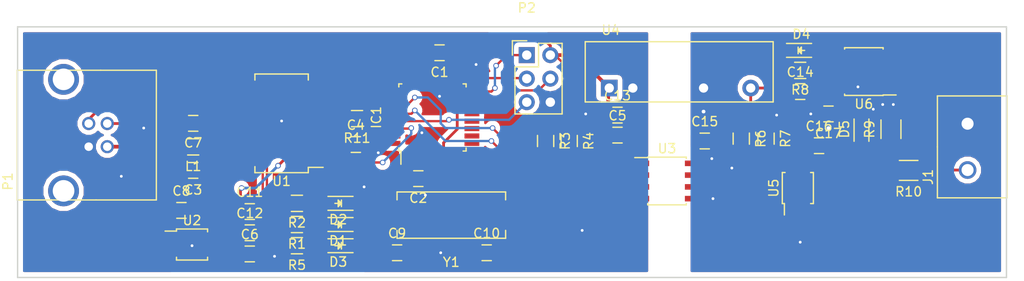
<source format=kicad_pcb>
(kicad_pcb (version 4) (host pcbnew 4.0.5+dfsg1-4)

  (general
    (links 137)
    (no_connects 2)
    (area 64.145 60.219 174.854 90.932)
    (thickness 1.6)
    (drawings 4)
    (tracks 273)
    (zones 0)
    (modules 69)
    (nets 64)
  )

  (page A4)
  (layers
    (0 F.Cu signal)
    (31 B.Cu signal)
    (32 B.Adhes user)
    (33 F.Adhes user)
    (34 B.Paste user)
    (35 F.Paste user)
    (36 B.SilkS user)
    (37 F.SilkS user)
    (38 B.Mask user)
    (39 F.Mask user)
    (40 Dwgs.User user)
    (41 Cmts.User user)
    (42 Eco1.User user)
    (43 Eco2.User user)
    (44 Edge.Cuts user)
    (45 Margin user)
    (46 B.CrtYd user)
    (47 F.CrtYd user)
    (48 B.Fab user)
    (49 F.Fab user)
  )

  (setup
    (last_trace_width 0.25)
    (user_trace_width 0.3)
    (user_trace_width 0.4)
    (trace_clearance 0.2)
    (zone_clearance 0.508)
    (zone_45_only no)
    (trace_min 0.2)
    (segment_width 0.2)
    (edge_width 0.15)
    (via_size 0.6)
    (via_drill 0.4)
    (via_min_size 0.4)
    (via_min_drill 0.3)
    (uvia_size 0.3)
    (uvia_drill 0.1)
    (uvias_allowed no)
    (uvia_min_size 0.2)
    (uvia_min_drill 0.1)
    (pcb_text_width 0.3)
    (pcb_text_size 1.5 1.5)
    (mod_edge_width 0.15)
    (mod_text_size 1 1)
    (mod_text_width 0.15)
    (pad_size 0.6 0.6)
    (pad_drill 0.3)
    (pad_to_mask_clearance 0.2)
    (aux_axis_origin 66.167 90.297)
    (grid_origin 66.167 90.297)
    (visible_elements FFFFFF7F)
    (pcbplotparams
      (layerselection 0x00030_80000001)
      (usegerberextensions false)
      (excludeedgelayer true)
      (linewidth 0.100000)
      (plotframeref false)
      (viasonmask false)
      (mode 1)
      (useauxorigin false)
      (hpglpennumber 1)
      (hpglpenspeed 20)
      (hpglpendiameter 15)
      (hpglpenoverlay 2)
      (psnegative false)
      (psa4output false)
      (plotreference true)
      (plotvalue true)
      (plotinvisibletext false)
      (padsonsilk false)
      (subtractmaskfromsilk false)
      (outputformat 1)
      (mirror false)
      (drillshape 1)
      (scaleselection 1)
      (outputdirectory ""))
  )

  (net 0 "")
  (net 1 VCC)
  (net 2 GND)
  (net 3 "Net-(C3-Pad1)")
  (net 4 "Net-(C7-Pad1)")
  (net 5 "Net-(C9-Pad2)")
  (net 6 "Net-(C10-Pad2)")
  (net 7 +3V3)
  (net 8 GNDA)
  (net 9 "Net-(D1-Pad2)")
  (net 10 "Net-(D2-Pad2)")
  (net 11 "Net-(D3-Pad2)")
  (net 12 "Net-(D4-Pad2)")
  (net 13 "Net-(D5-Pad1)")
  (net 14 "Net-(IC1-Pad1)")
  (net 15 "Net-(IC1-Pad2)")
  (net 16 "Net-(IC1-Pad9)")
  (net 17 "Net-(IC1-Pad10)")
  (net 18 "Net-(IC1-Pad11)")
  (net 19 "Net-(IC1-Pad12)")
  (net 20 "Net-(IC1-Pad13)")
  (net 21 "Net-(IC1-Pad14)")
  (net 22 "Net-(IC1-Pad15)")
  (net 23 "Net-(IC1-Pad16)")
  (net 24 "Net-(IC1-Pad17)")
  (net 25 "Net-(IC1-Pad19)")
  (net 26 "Net-(IC1-Pad22)")
  (net 27 "Net-(IC1-Pad23)")
  (net 28 "Net-(IC1-Pad24)")
  (net 29 "Net-(IC1-Pad25)")
  (net 30 "Net-(IC1-Pad26)")
  (net 31 "Net-(IC1-Pad27)")
  (net 32 "Net-(IC1-Pad28)")
  (net 33 "Net-(IC1-Pad29)")
  (net 34 "Net-(IC1-Pad30)")
  (net 35 "Net-(IC1-Pad31)")
  (net 36 "Net-(IC1-Pad32)")
  (net 37 "Net-(J1-Pad2)")
  (net 38 "Net-(L1-Pad2)")
  (net 39 "Net-(P1-Pad5)")
  (net 40 "Net-(P1-Pad2)")
  (net 41 "Net-(P1-Pad3)")
  (net 42 "Net-(R1-Pad2)")
  (net 43 "Net-(R2-Pad2)")
  (net 44 "Net-(R6-Pad2)")
  (net 45 "Net-(R7-Pad2)")
  (net 46 "Net-(U1-Pad2)")
  (net 47 "Net-(U1-Pad3)")
  (net 48 "Net-(U1-Pad6)")
  (net 49 "Net-(U1-Pad9)")
  (net 50 "Net-(U1-Pad10)")
  (net 51 "Net-(U1-Pad11)")
  (net 52 "Net-(U1-Pad12)")
  (net 53 "Net-(U1-Pad13)")
  (net 54 "Net-(U1-Pad14)")
  (net 55 "Net-(U1-Pad19)")
  (net 56 "Net-(U1-Pad27)")
  (net 57 "Net-(U1-Pad28)")
  (net 58 "Net-(U5-Pad2)")
  (net 59 "Net-(U5-Pad4)")
  (net 60 "Net-(U5-Pad5)")
  (net 61 "Net-(U5-Pad6)")
  (net 62 "Net-(U5-Pad7)")
  (net 63 "Net-(U6-Pad7)")

  (net_class Default "This is the default net class."
    (clearance 0.2)
    (trace_width 0.25)
    (via_dia 0.6)
    (via_drill 0.4)
    (uvia_dia 0.3)
    (uvia_drill 0.1)
    (add_net +3V3)
    (add_net GND)
    (add_net GNDA)
    (add_net "Net-(C10-Pad2)")
    (add_net "Net-(C3-Pad1)")
    (add_net "Net-(C7-Pad1)")
    (add_net "Net-(C9-Pad2)")
    (add_net "Net-(D1-Pad2)")
    (add_net "Net-(D2-Pad2)")
    (add_net "Net-(D3-Pad2)")
    (add_net "Net-(D4-Pad2)")
    (add_net "Net-(D5-Pad1)")
    (add_net "Net-(IC1-Pad1)")
    (add_net "Net-(IC1-Pad10)")
    (add_net "Net-(IC1-Pad11)")
    (add_net "Net-(IC1-Pad12)")
    (add_net "Net-(IC1-Pad13)")
    (add_net "Net-(IC1-Pad14)")
    (add_net "Net-(IC1-Pad15)")
    (add_net "Net-(IC1-Pad16)")
    (add_net "Net-(IC1-Pad17)")
    (add_net "Net-(IC1-Pad19)")
    (add_net "Net-(IC1-Pad2)")
    (add_net "Net-(IC1-Pad22)")
    (add_net "Net-(IC1-Pad23)")
    (add_net "Net-(IC1-Pad24)")
    (add_net "Net-(IC1-Pad25)")
    (add_net "Net-(IC1-Pad26)")
    (add_net "Net-(IC1-Pad27)")
    (add_net "Net-(IC1-Pad28)")
    (add_net "Net-(IC1-Pad29)")
    (add_net "Net-(IC1-Pad30)")
    (add_net "Net-(IC1-Pad31)")
    (add_net "Net-(IC1-Pad32)")
    (add_net "Net-(IC1-Pad9)")
    (add_net "Net-(J1-Pad2)")
    (add_net "Net-(L1-Pad2)")
    (add_net "Net-(P1-Pad2)")
    (add_net "Net-(P1-Pad3)")
    (add_net "Net-(P1-Pad5)")
    (add_net "Net-(R1-Pad2)")
    (add_net "Net-(R2-Pad2)")
    (add_net "Net-(R6-Pad2)")
    (add_net "Net-(R7-Pad2)")
    (add_net "Net-(U1-Pad10)")
    (add_net "Net-(U1-Pad11)")
    (add_net "Net-(U1-Pad12)")
    (add_net "Net-(U1-Pad13)")
    (add_net "Net-(U1-Pad14)")
    (add_net "Net-(U1-Pad19)")
    (add_net "Net-(U1-Pad2)")
    (add_net "Net-(U1-Pad27)")
    (add_net "Net-(U1-Pad28)")
    (add_net "Net-(U1-Pad3)")
    (add_net "Net-(U1-Pad6)")
    (add_net "Net-(U1-Pad9)")
    (add_net "Net-(U5-Pad2)")
    (add_net "Net-(U5-Pad4)")
    (add_net "Net-(U5-Pad5)")
    (add_net "Net-(U5-Pad6)")
    (add_net "Net-(U5-Pad7)")
    (add_net "Net-(U6-Pad7)")
    (add_net VCC)
  )

  (net_class Power ""
    (clearance 0.2)
    (trace_width 0.4)
    (via_dia 1)
    (via_drill 0.6)
    (uvia_dia 0.3)
    (uvia_drill 0.1)
  )

  (module PTH_sx3wiz:Via-0.6mm (layer F.Cu) (tedit 5A1B7247) (tstamp 5A21283E)
    (at 156.718 69.723)
    (fp_text reference REF** (at 0.5 1.25) (layer F.SilkS) hide
      (effects (font (size 1 1) (thickness 0.15)))
    )
    (fp_text value Via-0.6mm (at 0.25 -1.25) (layer F.Fab) hide
      (effects (font (size 1 1) (thickness 0.15)))
    )
    (pad 1 thru_hole circle (at 0 0) (size 0.6 0.6) (drill 0.3) (layers *.Cu)
      (net 8 GNDA))
  )

  (module PTH_sx3wiz:Via-0.6mm (layer F.Cu) (tedit 5A1B7247) (tstamp 5A21283A)
    (at 160.528 71.628)
    (fp_text reference REF** (at 0.5 1.25) (layer F.SilkS) hide
      (effects (font (size 1 1) (thickness 0.15)))
    )
    (fp_text value Via-0.6mm (at 0.25 -1.25) (layer F.Fab) hide
      (effects (font (size 1 1) (thickness 0.15)))
    )
    (pad 1 thru_hole circle (at 0 0) (size 0.6 0.6) (drill 0.3) (layers *.Cu)
      (net 8 GNDA))
  )

  (module PTH_sx3wiz:Via-0.6mm (layer F.Cu) (tedit 5A1B7247) (tstamp 5A212836)
    (at 159.385 71.628)
    (fp_text reference REF** (at 0.5 1.25) (layer F.SilkS) hide
      (effects (font (size 1 1) (thickness 0.15)))
    )
    (fp_text value Via-0.6mm (at 0.25 -1.25) (layer F.Fab) hide
      (effects (font (size 1 1) (thickness 0.15)))
    )
    (pad 1 thru_hole circle (at 0 0) (size 0.6 0.6) (drill 0.3) (layers *.Cu)
      (net 8 GNDA))
  )

  (module PTH_sx3wiz:Via-0.6mm (layer F.Cu) (tedit 5A1B7247) (tstamp 5A212832)
    (at 158.369 72.136)
    (fp_text reference REF** (at 0.5 1.25) (layer F.SilkS) hide
      (effects (font (size 1 1) (thickness 0.15)))
    )
    (fp_text value Via-0.6mm (at 0.25 -1.25) (layer F.Fab) hide
      (effects (font (size 1 1) (thickness 0.15)))
    )
    (pad 1 thru_hole circle (at 0 0) (size 0.6 0.6) (drill 0.3) (layers *.Cu)
      (net 8 GNDA))
  )

  (module PTH_sx3wiz:Via-0.6mm (layer F.Cu) (tedit 5A1B7247) (tstamp 5A21282E)
    (at 151.638 72.644)
    (fp_text reference REF** (at 0.5 1.25) (layer F.SilkS) hide
      (effects (font (size 1 1) (thickness 0.15)))
    )
    (fp_text value Via-0.6mm (at 0.25 -1.25) (layer F.Fab) hide
      (effects (font (size 1 1) (thickness 0.15)))
    )
    (pad 1 thru_hole circle (at 0 0) (size 0.6 0.6) (drill 0.3) (layers *.Cu)
      (net 8 GNDA))
  )

  (module PTH_sx3wiz:Via-0.6mm (layer F.Cu) (tedit 5A1B7247) (tstamp 5A21282A)
    (at 143.129 78.486)
    (fp_text reference REF** (at 0.5 1.25) (layer F.SilkS) hide
      (effects (font (size 1 1) (thickness 0.15)))
    )
    (fp_text value Via-0.6mm (at 0.25 -1.25) (layer F.Fab) hide
      (effects (font (size 1 1) (thickness 0.15)))
    )
    (pad 1 thru_hole circle (at 0 0) (size 0.6 0.6) (drill 0.3) (layers *.Cu)
      (net 8 GNDA))
  )

  (module PTH_sx3wiz:Via-0.6mm (layer F.Cu) (tedit 5A1B7247) (tstamp 5A212826)
    (at 147.955 72.771)
    (fp_text reference REF** (at 0.5 1.25) (layer F.SilkS) hide
      (effects (font (size 1 1) (thickness 0.15)))
    )
    (fp_text value Via-0.6mm (at 0.25 -1.25) (layer F.Fab) hide
      (effects (font (size 1 1) (thickness 0.15)))
    )
    (pad 1 thru_hole circle (at 0 0) (size 0.6 0.6) (drill 0.3) (layers *.Cu)
      (net 8 GNDA))
  )

  (module PTH_sx3wiz:Via-0.6mm (layer F.Cu) (tedit 5A1B7247) (tstamp 5A212822)
    (at 150.495 86.487)
    (fp_text reference REF** (at 0.5 1.25) (layer F.SilkS) hide
      (effects (font (size 1 1) (thickness 0.15)))
    )
    (fp_text value Via-0.6mm (at 0.25 -1.25) (layer F.Fab) hide
      (effects (font (size 1 1) (thickness 0.15)))
    )
    (pad 1 thru_hole circle (at 0 0) (size 0.6 0.6) (drill 0.3) (layers *.Cu)
      (net 8 GNDA))
  )

  (module PTH_sx3wiz:Via-0.6mm (layer F.Cu) (tedit 5A1B7247) (tstamp 5A21281E)
    (at 141.097 81.788)
    (fp_text reference REF** (at 0.5 1.25) (layer F.SilkS) hide
      (effects (font (size 1 1) (thickness 0.15)))
    )
    (fp_text value Via-0.6mm (at 0.25 -1.25) (layer F.Fab) hide
      (effects (font (size 1 1) (thickness 0.15)))
    )
    (pad 1 thru_hole circle (at 0 0) (size 0.6 0.6) (drill 0.3) (layers *.Cu)
      (net 8 GNDA))
  )

  (module PTH_sx3wiz:Via-0.6mm (layer F.Cu) (tedit 5A1B7247) (tstamp 5A212812)
    (at 140.97 77.47)
    (fp_text reference REF** (at 0.5 1.25) (layer F.SilkS) hide
      (effects (font (size 1 1) (thickness 0.15)))
    )
    (fp_text value Via-0.6mm (at 0.25 -1.25) (layer F.Fab) hide
      (effects (font (size 1 1) (thickness 0.15)))
    )
    (pad 1 thru_hole circle (at 0 0) (size 0.6 0.6) (drill 0.3) (layers *.Cu)
      (net 8 GNDA))
  )

  (module PTH_sx3wiz:Via-0.6mm (layer F.Cu) (tedit 5A1B6FA2) (tstamp 5A21280E)
    (at 110.109 81.407)
    (fp_text reference REF** (at 0.5 1.25) (layer F.SilkS) hide
      (effects (font (size 1 1) (thickness 0.15)))
    )
    (fp_text value Via-0.6mm (at 0.25 -1.25) (layer F.Fab) hide
      (effects (font (size 1 1) (thickness 0.15)))
    )
    (pad 1 thru_hole circle (at 0 0) (size 0.6 0.6) (drill 0.3) (layers *.Cu)
      (net 2 GND))
  )

  (module PTH_sx3wiz:Via-0.6mm (layer F.Cu) (tedit 5A1B6FA2) (tstamp 5A21280A)
    (at 127 85.217)
    (fp_text reference REF** (at 0.5 1.25) (layer F.SilkS) hide
      (effects (font (size 1 1) (thickness 0.15)))
    )
    (fp_text value Via-0.6mm (at 0.25 -1.25) (layer F.Fab) hide
      (effects (font (size 1 1) (thickness 0.15)))
    )
    (pad 1 thru_hole circle (at 0 0) (size 0.6 0.6) (drill 0.3) (layers *.Cu)
      (net 2 GND))
  )

  (module PTH_sx3wiz:Via-0.6mm (layer F.Cu) (tedit 5A1B6FA2) (tstamp 5A212806)
    (at 115.57 67.31)
    (fp_text reference REF** (at 0.5 1.25) (layer F.SilkS) hide
      (effects (font (size 1 1) (thickness 0.15)))
    )
    (fp_text value Via-0.6mm (at 0.25 -1.25) (layer F.Fab) hide
      (effects (font (size 1 1) (thickness 0.15)))
    )
    (pad 1 thru_hole circle (at 0 0) (size 0.6 0.6) (drill 0.3) (layers *.Cu)
      (net 2 GND))
  )

  (module PTH_sx3wiz:Via-0.6mm (layer F.Cu) (tedit 5A1B6FA2) (tstamp 5A212802)
    (at 127.381 72.644)
    (fp_text reference REF** (at 0.5 1.25) (layer F.SilkS) hide
      (effects (font (size 1 1) (thickness 0.15)))
    )
    (fp_text value Via-0.6mm (at 0.25 -1.25) (layer F.Fab) hide
      (effects (font (size 1 1) (thickness 0.15)))
    )
    (pad 1 thru_hole circle (at 0 0) (size 0.6 0.6) (drill 0.3) (layers *.Cu)
      (net 2 GND))
  )

  (module PTH_sx3wiz:Via-0.6mm (layer F.Cu) (tedit 5A1B6FA2) (tstamp 5A2127FE)
    (at 111.76 87.63)
    (fp_text reference REF** (at 0.5 1.25) (layer F.SilkS) hide
      (effects (font (size 1 1) (thickness 0.15)))
    )
    (fp_text value Via-0.6mm (at 0.25 -1.25) (layer F.Fab) hide
      (effects (font (size 1 1) (thickness 0.15)))
    )
    (pad 1 thru_hole circle (at 0 0) (size 0.6 0.6) (drill 0.3) (layers *.Cu)
      (net 2 GND))
  )

  (module PTH_sx3wiz:Via-0.6mm (layer F.Cu) (tedit 5A1B6FA2) (tstamp 5A2127FA)
    (at 103.505 80.518)
    (fp_text reference REF** (at 0.5 1.25) (layer F.SilkS) hide
      (effects (font (size 1 1) (thickness 0.15)))
    )
    (fp_text value Via-0.6mm (at 0.25 -1.25) (layer F.Fab) hide
      (effects (font (size 1 1) (thickness 0.15)))
    )
    (pad 1 thru_hole circle (at 0 0) (size 0.6 0.6) (drill 0.3) (layers *.Cu)
      (net 2 GND))
  )

  (module PTH_sx3wiz:Via-0.6mm (layer F.Cu) (tedit 5A1B6FA2) (tstamp 5A2127F6)
    (at 93.853 88.011)
    (fp_text reference REF** (at 0.5 1.25) (layer F.SilkS) hide
      (effects (font (size 1 1) (thickness 0.15)))
    )
    (fp_text value Via-0.6mm (at 0.25 -1.25) (layer F.Fab) hide
      (effects (font (size 1 1) (thickness 0.15)))
    )
    (pad 1 thru_hole circle (at 0 0) (size 0.6 0.6) (drill 0.3) (layers *.Cu)
      (net 2 GND))
  )

  (module PTH_sx3wiz:Via-0.6mm (layer F.Cu) (tedit 5A1B6FA2) (tstamp 5A2127F2)
    (at 84.963 86.868)
    (fp_text reference REF** (at 0.5 1.25) (layer F.SilkS) hide
      (effects (font (size 1 1) (thickness 0.15)))
    )
    (fp_text value Via-0.6mm (at 0.25 -1.25) (layer F.Fab) hide
      (effects (font (size 1 1) (thickness 0.15)))
    )
    (pad 1 thru_hole circle (at 0 0) (size 0.6 0.6) (drill 0.3) (layers *.Cu)
      (net 2 GND))
  )

  (module PTH_sx3wiz:Via-0.6mm (layer F.Cu) (tedit 5A1B6FA2) (tstamp 5A2127EE)
    (at 105.029 76.835)
    (fp_text reference REF** (at 0.5 1.25) (layer F.SilkS) hide
      (effects (font (size 1 1) (thickness 0.15)))
    )
    (fp_text value Via-0.6mm (at 0.25 -1.25) (layer F.Fab) hide
      (effects (font (size 1 1) (thickness 0.15)))
    )
    (pad 1 thru_hole circle (at 0 0) (size 0.6 0.6) (drill 0.3) (layers *.Cu)
      (net 2 GND))
  )

  (module PTH_sx3wiz:Via-0.6mm (layer F.Cu) (tedit 5A1B6FA2) (tstamp 5A2127EA)
    (at 111.633 70.739)
    (fp_text reference REF** (at 0.5 1.25) (layer F.SilkS) hide
      (effects (font (size 1 1) (thickness 0.15)))
    )
    (fp_text value Via-0.6mm (at 0.25 -1.25) (layer F.Fab) hide
      (effects (font (size 1 1) (thickness 0.15)))
    )
    (pad 1 thru_hole circle (at 0 0) (size 0.6 0.6) (drill 0.3) (layers *.Cu)
      (net 2 GND))
  )

  (module PTH_sx3wiz:Via-0.6mm (layer F.Cu) (tedit 5A1B6FA2) (tstamp 5A2127E6)
    (at 109.728 74.676)
    (fp_text reference REF** (at 0.5 1.25) (layer F.SilkS) hide
      (effects (font (size 1 1) (thickness 0.15)))
    )
    (fp_text value Via-0.6mm (at 0.25 -1.25) (layer F.Fab) hide
      (effects (font (size 1 1) (thickness 0.15)))
    )
    (pad 1 thru_hole circle (at 0 0) (size 0.6 0.6) (drill 0.3) (layers *.Cu)
      (net 2 GND))
  )

  (module PTH_sx3wiz:Via-0.6mm (layer F.Cu) (tedit 5A1B6FA2) (tstamp 5A2127E2)
    (at 94.615 73.406)
    (fp_text reference REF** (at 0.5 1.25) (layer F.SilkS) hide
      (effects (font (size 1 1) (thickness 0.15)))
    )
    (fp_text value Via-0.6mm (at 0.25 -1.25) (layer F.Fab) hide
      (effects (font (size 1 1) (thickness 0.15)))
    )
    (pad 1 thru_hole circle (at 0 0) (size 0.6 0.6) (drill 0.3) (layers *.Cu)
      (net 2 GND))
  )

  (module PTH_sx3wiz:Via-0.6mm (layer F.Cu) (tedit 5A1B6FA2) (tstamp 5A2127DE)
    (at 79.756 74.168)
    (fp_text reference REF** (at 0.5 1.25) (layer F.SilkS) hide
      (effects (font (size 1 1) (thickness 0.15)))
    )
    (fp_text value Via-0.6mm (at 0.25 -1.25) (layer F.Fab) hide
      (effects (font (size 1 1) (thickness 0.15)))
    )
    (pad 1 thru_hole circle (at 0 0) (size 0.6 0.6) (drill 0.3) (layers *.Cu)
      (net 2 GND))
  )

  (module Capacitors_SMD:C_0805 (layer F.Cu) (tedit 5415D6EA) (tstamp 59FFB571)
    (at 111.633 66.04 180)
    (descr "Capacitor SMD 0805, reflow soldering, AVX (see smccp.pdf)")
    (tags "capacitor 0805")
    (path /5A007A68)
    (attr smd)
    (fp_text reference C1 (at 0 -2.1 180) (layer F.SilkS)
      (effects (font (size 1 1) (thickness 0.15)))
    )
    (fp_text value 100n (at 0 2.1 180) (layer F.Fab)
      (effects (font (size 1 1) (thickness 0.15)))
    )
    (fp_line (start -1 0.625) (end -1 -0.625) (layer F.Fab) (width 0.15))
    (fp_line (start 1 0.625) (end -1 0.625) (layer F.Fab) (width 0.15))
    (fp_line (start 1 -0.625) (end 1 0.625) (layer F.Fab) (width 0.15))
    (fp_line (start -1 -0.625) (end 1 -0.625) (layer F.Fab) (width 0.15))
    (fp_line (start -1.8 -1) (end 1.8 -1) (layer F.CrtYd) (width 0.05))
    (fp_line (start -1.8 1) (end 1.8 1) (layer F.CrtYd) (width 0.05))
    (fp_line (start -1.8 -1) (end -1.8 1) (layer F.CrtYd) (width 0.05))
    (fp_line (start 1.8 -1) (end 1.8 1) (layer F.CrtYd) (width 0.05))
    (fp_line (start 0.5 -0.85) (end -0.5 -0.85) (layer F.SilkS) (width 0.15))
    (fp_line (start -0.5 0.85) (end 0.5 0.85) (layer F.SilkS) (width 0.15))
    (pad 1 smd rect (at -1 0 180) (size 1 1.25) (layers F.Cu F.Paste F.Mask)
      (net 1 VCC))
    (pad 2 smd rect (at 1 0 180) (size 1 1.25) (layers F.Cu F.Paste F.Mask)
      (net 2 GND))
    (model Capacitors_SMD.3dshapes/C_0805.wrl
      (at (xyz 0 0 0))
      (scale (xyz 1 1 1))
      (rotate (xyz 0 0 0))
    )
  )

  (module Capacitors_SMD:C_0805 (layer F.Cu) (tedit 5415D6EA) (tstamp 59FFB577)
    (at 109.347 79.629 180)
    (descr "Capacitor SMD 0805, reflow soldering, AVX (see smccp.pdf)")
    (tags "capacitor 0805")
    (path /5A002C28)
    (attr smd)
    (fp_text reference C2 (at 0 -2.1 180) (layer F.SilkS)
      (effects (font (size 1 1) (thickness 0.15)))
    )
    (fp_text value 100n (at 0 2.1 180) (layer F.Fab)
      (effects (font (size 1 1) (thickness 0.15)))
    )
    (fp_line (start -1 0.625) (end -1 -0.625) (layer F.Fab) (width 0.15))
    (fp_line (start 1 0.625) (end -1 0.625) (layer F.Fab) (width 0.15))
    (fp_line (start 1 -0.625) (end 1 0.625) (layer F.Fab) (width 0.15))
    (fp_line (start -1 -0.625) (end 1 -0.625) (layer F.Fab) (width 0.15))
    (fp_line (start -1.8 -1) (end 1.8 -1) (layer F.CrtYd) (width 0.05))
    (fp_line (start -1.8 1) (end 1.8 1) (layer F.CrtYd) (width 0.05))
    (fp_line (start -1.8 -1) (end -1.8 1) (layer F.CrtYd) (width 0.05))
    (fp_line (start 1.8 -1) (end 1.8 1) (layer F.CrtYd) (width 0.05))
    (fp_line (start 0.5 -0.85) (end -0.5 -0.85) (layer F.SilkS) (width 0.15))
    (fp_line (start -0.5 0.85) (end 0.5 0.85) (layer F.SilkS) (width 0.15))
    (pad 1 smd rect (at -1 0 180) (size 1 1.25) (layers F.Cu F.Paste F.Mask)
      (net 1 VCC))
    (pad 2 smd rect (at 1 0 180) (size 1 1.25) (layers F.Cu F.Paste F.Mask)
      (net 2 GND))
    (model Capacitors_SMD.3dshapes/C_0805.wrl
      (at (xyz 0 0 0))
      (scale (xyz 1 1 1))
      (rotate (xyz 0 0 0))
    )
  )

  (module Capacitors_SMD:C_0805 (layer F.Cu) (tedit 5415D6EA) (tstamp 59FFB57D)
    (at 85.09 78.74 180)
    (descr "Capacitor SMD 0805, reflow soldering, AVX (see smccp.pdf)")
    (tags "capacitor 0805")
    (path /5A003C23)
    (attr smd)
    (fp_text reference C3 (at 0 -2.1 180) (layer F.SilkS)
      (effects (font (size 1 1) (thickness 0.15)))
    )
    (fp_text value 10n (at 0 2.1 180) (layer F.Fab)
      (effects (font (size 1 1) (thickness 0.15)))
    )
    (fp_line (start -1 0.625) (end -1 -0.625) (layer F.Fab) (width 0.15))
    (fp_line (start 1 0.625) (end -1 0.625) (layer F.Fab) (width 0.15))
    (fp_line (start 1 -0.625) (end 1 0.625) (layer F.Fab) (width 0.15))
    (fp_line (start -1 -0.625) (end 1 -0.625) (layer F.Fab) (width 0.15))
    (fp_line (start -1.8 -1) (end 1.8 -1) (layer F.CrtYd) (width 0.05))
    (fp_line (start -1.8 1) (end 1.8 1) (layer F.CrtYd) (width 0.05))
    (fp_line (start -1.8 -1) (end -1.8 1) (layer F.CrtYd) (width 0.05))
    (fp_line (start 1.8 -1) (end 1.8 1) (layer F.CrtYd) (width 0.05))
    (fp_line (start 0.5 -0.85) (end -0.5 -0.85) (layer F.SilkS) (width 0.15))
    (fp_line (start -0.5 0.85) (end 0.5 0.85) (layer F.SilkS) (width 0.15))
    (pad 1 smd rect (at -1 0 180) (size 1 1.25) (layers F.Cu F.Paste F.Mask)
      (net 3 "Net-(C3-Pad1)"))
    (pad 2 smd rect (at 1 0 180) (size 1 1.25) (layers F.Cu F.Paste F.Mask)
      (net 2 GND))
    (model Capacitors_SMD.3dshapes/C_0805.wrl
      (at (xyz 0 0 0))
      (scale (xyz 1 1 1))
      (rotate (xyz 0 0 0))
    )
  )

  (module Capacitors_SMD:C_0805 (layer F.Cu) (tedit 5415D6EA) (tstamp 59FFB583)
    (at 102.616 75.946)
    (descr "Capacitor SMD 0805, reflow soldering, AVX (see smccp.pdf)")
    (tags "capacitor 0805")
    (path /59FFC729)
    (attr smd)
    (fp_text reference C4 (at 0 -2.1) (layer F.SilkS)
      (effects (font (size 1 1) (thickness 0.15)))
    )
    (fp_text value 100n (at 0 2.1) (layer F.Fab)
      (effects (font (size 1 1) (thickness 0.15)))
    )
    (fp_line (start -1 0.625) (end -1 -0.625) (layer F.Fab) (width 0.15))
    (fp_line (start 1 0.625) (end -1 0.625) (layer F.Fab) (width 0.15))
    (fp_line (start 1 -0.625) (end 1 0.625) (layer F.Fab) (width 0.15))
    (fp_line (start -1 -0.625) (end 1 -0.625) (layer F.Fab) (width 0.15))
    (fp_line (start -1.8 -1) (end 1.8 -1) (layer F.CrtYd) (width 0.05))
    (fp_line (start -1.8 1) (end 1.8 1) (layer F.CrtYd) (width 0.05))
    (fp_line (start -1.8 -1) (end -1.8 1) (layer F.CrtYd) (width 0.05))
    (fp_line (start 1.8 -1) (end 1.8 1) (layer F.CrtYd) (width 0.05))
    (fp_line (start 0.5 -0.85) (end -0.5 -0.85) (layer F.SilkS) (width 0.15))
    (fp_line (start -0.5 0.85) (end 0.5 0.85) (layer F.SilkS) (width 0.15))
    (pad 1 smd rect (at -1 0) (size 1 1.25) (layers F.Cu F.Paste F.Mask)
      (net 1 VCC))
    (pad 2 smd rect (at 1 0) (size 1 1.25) (layers F.Cu F.Paste F.Mask)
      (net 2 GND))
    (model Capacitors_SMD.3dshapes/C_0805.wrl
      (at (xyz 0 0 0))
      (scale (xyz 1 1 1))
      (rotate (xyz 0 0 0))
    )
  )

  (module Capacitors_SMD:C_0805 (layer F.Cu) (tedit 5415D6EA) (tstamp 59FFB589)
    (at 130.81 74.93)
    (descr "Capacitor SMD 0805, reflow soldering, AVX (see smccp.pdf)")
    (tags "capacitor 0805")
    (path /59FF9470)
    (attr smd)
    (fp_text reference C5 (at 0 -2.1) (layer F.SilkS)
      (effects (font (size 1 1) (thickness 0.15)))
    )
    (fp_text value 100n (at 0 2.1) (layer F.Fab)
      (effects (font (size 1 1) (thickness 0.15)))
    )
    (fp_line (start -1 0.625) (end -1 -0.625) (layer F.Fab) (width 0.15))
    (fp_line (start 1 0.625) (end -1 0.625) (layer F.Fab) (width 0.15))
    (fp_line (start 1 -0.625) (end 1 0.625) (layer F.Fab) (width 0.15))
    (fp_line (start -1 -0.625) (end 1 -0.625) (layer F.Fab) (width 0.15))
    (fp_line (start -1.8 -1) (end 1.8 -1) (layer F.CrtYd) (width 0.05))
    (fp_line (start -1.8 1) (end 1.8 1) (layer F.CrtYd) (width 0.05))
    (fp_line (start -1.8 -1) (end -1.8 1) (layer F.CrtYd) (width 0.05))
    (fp_line (start 1.8 -1) (end 1.8 1) (layer F.CrtYd) (width 0.05))
    (fp_line (start 0.5 -0.85) (end -0.5 -0.85) (layer F.SilkS) (width 0.15))
    (fp_line (start -0.5 0.85) (end 0.5 0.85) (layer F.SilkS) (width 0.15))
    (pad 1 smd rect (at -1 0) (size 1 1.25) (layers F.Cu F.Paste F.Mask)
      (net 1 VCC))
    (pad 2 smd rect (at 1 0) (size 1 1.25) (layers F.Cu F.Paste F.Mask)
      (net 2 GND))
    (model Capacitors_SMD.3dshapes/C_0805.wrl
      (at (xyz 0 0 0))
      (scale (xyz 1 1 1))
      (rotate (xyz 0 0 0))
    )
  )

  (module Capacitors_SMD:C_0805 (layer F.Cu) (tedit 5415D6EA) (tstamp 59FFB58F)
    (at 91.186 87.757)
    (descr "Capacitor SMD 0805, reflow soldering, AVX (see smccp.pdf)")
    (tags "capacitor 0805")
    (path /59FF93DD)
    (attr smd)
    (fp_text reference C6 (at 0 -2.1) (layer F.SilkS)
      (effects (font (size 1 1) (thickness 0.15)))
    )
    (fp_text value 100n (at 0 2.1) (layer F.Fab)
      (effects (font (size 1 1) (thickness 0.15)))
    )
    (fp_line (start -1 0.625) (end -1 -0.625) (layer F.Fab) (width 0.15))
    (fp_line (start 1 0.625) (end -1 0.625) (layer F.Fab) (width 0.15))
    (fp_line (start 1 -0.625) (end 1 0.625) (layer F.Fab) (width 0.15))
    (fp_line (start -1 -0.625) (end 1 -0.625) (layer F.Fab) (width 0.15))
    (fp_line (start -1.8 -1) (end 1.8 -1) (layer F.CrtYd) (width 0.05))
    (fp_line (start -1.8 1) (end 1.8 1) (layer F.CrtYd) (width 0.05))
    (fp_line (start -1.8 -1) (end -1.8 1) (layer F.CrtYd) (width 0.05))
    (fp_line (start 1.8 -1) (end 1.8 1) (layer F.CrtYd) (width 0.05))
    (fp_line (start 0.5 -0.85) (end -0.5 -0.85) (layer F.SilkS) (width 0.15))
    (fp_line (start -0.5 0.85) (end 0.5 0.85) (layer F.SilkS) (width 0.15))
    (pad 1 smd rect (at -1 0) (size 1 1.25) (layers F.Cu F.Paste F.Mask)
      (net 1 VCC))
    (pad 2 smd rect (at 1 0) (size 1 1.25) (layers F.Cu F.Paste F.Mask)
      (net 2 GND))
    (model Capacitors_SMD.3dshapes/C_0805.wrl
      (at (xyz 0 0 0))
      (scale (xyz 1 1 1))
      (rotate (xyz 0 0 0))
    )
  )

  (module Capacitors_SMD:C_0805 (layer F.Cu) (tedit 5415D6EA) (tstamp 59FFB595)
    (at 85.09 73.66 180)
    (descr "Capacitor SMD 0805, reflow soldering, AVX (see smccp.pdf)")
    (tags "capacitor 0805")
    (path /5A0014AC)
    (attr smd)
    (fp_text reference C7 (at 0 -2.1 180) (layer F.SilkS)
      (effects (font (size 1 1) (thickness 0.15)))
    )
    (fp_text value 100n (at 0 2.1 180) (layer F.Fab)
      (effects (font (size 1 1) (thickness 0.15)))
    )
    (fp_line (start -1 0.625) (end -1 -0.625) (layer F.Fab) (width 0.15))
    (fp_line (start 1 0.625) (end -1 0.625) (layer F.Fab) (width 0.15))
    (fp_line (start 1 -0.625) (end 1 0.625) (layer F.Fab) (width 0.15))
    (fp_line (start -1 -0.625) (end 1 -0.625) (layer F.Fab) (width 0.15))
    (fp_line (start -1.8 -1) (end 1.8 -1) (layer F.CrtYd) (width 0.05))
    (fp_line (start -1.8 1) (end 1.8 1) (layer F.CrtYd) (width 0.05))
    (fp_line (start -1.8 -1) (end -1.8 1) (layer F.CrtYd) (width 0.05))
    (fp_line (start 1.8 -1) (end 1.8 1) (layer F.CrtYd) (width 0.05))
    (fp_line (start 0.5 -0.85) (end -0.5 -0.85) (layer F.SilkS) (width 0.15))
    (fp_line (start -0.5 0.85) (end 0.5 0.85) (layer F.SilkS) (width 0.15))
    (pad 1 smd rect (at -1 0 180) (size 1 1.25) (layers F.Cu F.Paste F.Mask)
      (net 4 "Net-(C7-Pad1)"))
    (pad 2 smd rect (at 1 0 180) (size 1 1.25) (layers F.Cu F.Paste F.Mask)
      (net 2 GND))
    (model Capacitors_SMD.3dshapes/C_0805.wrl
      (at (xyz 0 0 0))
      (scale (xyz 1 1 1))
      (rotate (xyz 0 0 0))
    )
  )

  (module Capacitors_SMD:C_0805 (layer F.Cu) (tedit 5415D6EA) (tstamp 59FFB59B)
    (at 83.82 83.058)
    (descr "Capacitor SMD 0805, reflow soldering, AVX (see smccp.pdf)")
    (tags "capacitor 0805")
    (path /5A0001EC)
    (attr smd)
    (fp_text reference C8 (at 0 -2.1) (layer F.SilkS)
      (effects (font (size 1 1) (thickness 0.15)))
    )
    (fp_text value 1u (at 0 2.1) (layer F.Fab)
      (effects (font (size 1 1) (thickness 0.15)))
    )
    (fp_line (start -1 0.625) (end -1 -0.625) (layer F.Fab) (width 0.15))
    (fp_line (start 1 0.625) (end -1 0.625) (layer F.Fab) (width 0.15))
    (fp_line (start 1 -0.625) (end 1 0.625) (layer F.Fab) (width 0.15))
    (fp_line (start -1 -0.625) (end 1 -0.625) (layer F.Fab) (width 0.15))
    (fp_line (start -1.8 -1) (end 1.8 -1) (layer F.CrtYd) (width 0.05))
    (fp_line (start -1.8 1) (end 1.8 1) (layer F.CrtYd) (width 0.05))
    (fp_line (start -1.8 -1) (end -1.8 1) (layer F.CrtYd) (width 0.05))
    (fp_line (start 1.8 -1) (end 1.8 1) (layer F.CrtYd) (width 0.05))
    (fp_line (start 0.5 -0.85) (end -0.5 -0.85) (layer F.SilkS) (width 0.15))
    (fp_line (start -0.5 0.85) (end 0.5 0.85) (layer F.SilkS) (width 0.15))
    (pad 1 smd rect (at -1 0) (size 1 1.25) (layers F.Cu F.Paste F.Mask)
      (net 3 "Net-(C3-Pad1)"))
    (pad 2 smd rect (at 1 0) (size 1 1.25) (layers F.Cu F.Paste F.Mask)
      (net 2 GND))
    (model Capacitors_SMD.3dshapes/C_0805.wrl
      (at (xyz 0 0 0))
      (scale (xyz 1 1 1))
      (rotate (xyz 0 0 0))
    )
  )

  (module Capacitors_SMD:C_0805 (layer F.Cu) (tedit 5415D6EA) (tstamp 59FFB5A1)
    (at 107.061 87.63)
    (descr "Capacitor SMD 0805, reflow soldering, AVX (see smccp.pdf)")
    (tags "capacitor 0805")
    (path /59FE99E0)
    (attr smd)
    (fp_text reference C9 (at 0 -2.1) (layer F.SilkS)
      (effects (font (size 1 1) (thickness 0.15)))
    )
    (fp_text value 22p (at 0 2.1) (layer F.Fab)
      (effects (font (size 1 1) (thickness 0.15)))
    )
    (fp_line (start -1 0.625) (end -1 -0.625) (layer F.Fab) (width 0.15))
    (fp_line (start 1 0.625) (end -1 0.625) (layer F.Fab) (width 0.15))
    (fp_line (start 1 -0.625) (end 1 0.625) (layer F.Fab) (width 0.15))
    (fp_line (start -1 -0.625) (end 1 -0.625) (layer F.Fab) (width 0.15))
    (fp_line (start -1.8 -1) (end 1.8 -1) (layer F.CrtYd) (width 0.05))
    (fp_line (start -1.8 1) (end 1.8 1) (layer F.CrtYd) (width 0.05))
    (fp_line (start -1.8 -1) (end -1.8 1) (layer F.CrtYd) (width 0.05))
    (fp_line (start 1.8 -1) (end 1.8 1) (layer F.CrtYd) (width 0.05))
    (fp_line (start 0.5 -0.85) (end -0.5 -0.85) (layer F.SilkS) (width 0.15))
    (fp_line (start -0.5 0.85) (end 0.5 0.85) (layer F.SilkS) (width 0.15))
    (pad 1 smd rect (at -1 0) (size 1 1.25) (layers F.Cu F.Paste F.Mask)
      (net 2 GND))
    (pad 2 smd rect (at 1 0) (size 1 1.25) (layers F.Cu F.Paste F.Mask)
      (net 5 "Net-(C9-Pad2)"))
    (model Capacitors_SMD.3dshapes/C_0805.wrl
      (at (xyz 0 0 0))
      (scale (xyz 1 1 1))
      (rotate (xyz 0 0 0))
    )
  )

  (module Capacitors_SMD:C_0805 (layer F.Cu) (tedit 5415D6EA) (tstamp 59FFB5A7)
    (at 116.713 87.63)
    (descr "Capacitor SMD 0805, reflow soldering, AVX (see smccp.pdf)")
    (tags "capacitor 0805")
    (path /59FE9A45)
    (attr smd)
    (fp_text reference C10 (at 0 -2.1) (layer F.SilkS)
      (effects (font (size 1 1) (thickness 0.15)))
    )
    (fp_text value 22p (at 0 2.1) (layer F.Fab)
      (effects (font (size 1 1) (thickness 0.15)))
    )
    (fp_line (start -1 0.625) (end -1 -0.625) (layer F.Fab) (width 0.15))
    (fp_line (start 1 0.625) (end -1 0.625) (layer F.Fab) (width 0.15))
    (fp_line (start 1 -0.625) (end 1 0.625) (layer F.Fab) (width 0.15))
    (fp_line (start -1 -0.625) (end 1 -0.625) (layer F.Fab) (width 0.15))
    (fp_line (start -1.8 -1) (end 1.8 -1) (layer F.CrtYd) (width 0.05))
    (fp_line (start -1.8 1) (end 1.8 1) (layer F.CrtYd) (width 0.05))
    (fp_line (start -1.8 -1) (end -1.8 1) (layer F.CrtYd) (width 0.05))
    (fp_line (start 1.8 -1) (end 1.8 1) (layer F.CrtYd) (width 0.05))
    (fp_line (start 0.5 -0.85) (end -0.5 -0.85) (layer F.SilkS) (width 0.15))
    (fp_line (start -0.5 0.85) (end 0.5 0.85) (layer F.SilkS) (width 0.15))
    (pad 1 smd rect (at -1 0) (size 1 1.25) (layers F.Cu F.Paste F.Mask)
      (net 2 GND))
    (pad 2 smd rect (at 1 0) (size 1 1.25) (layers F.Cu F.Paste F.Mask)
      (net 6 "Net-(C10-Pad2)"))
    (model Capacitors_SMD.3dshapes/C_0805.wrl
      (at (xyz 0 0 0))
      (scale (xyz 1 1 1))
      (rotate (xyz 0 0 0))
    )
  )

  (module Capacitors_SMD:C_0805 (layer F.Cu) (tedit 5415D6EA) (tstamp 59FFB5AD)
    (at 91.186 83.185)
    (descr "Capacitor SMD 0805, reflow soldering, AVX (see smccp.pdf)")
    (tags "capacitor 0805")
    (path /59FFFE6F)
    (attr smd)
    (fp_text reference C11 (at 0 -2.1) (layer F.SilkS)
      (effects (font (size 1 1) (thickness 0.15)))
    )
    (fp_text value 1u (at 0 2.1) (layer F.Fab)
      (effects (font (size 1 1) (thickness 0.15)))
    )
    (fp_line (start -1 0.625) (end -1 -0.625) (layer F.Fab) (width 0.15))
    (fp_line (start 1 0.625) (end -1 0.625) (layer F.Fab) (width 0.15))
    (fp_line (start 1 -0.625) (end 1 0.625) (layer F.Fab) (width 0.15))
    (fp_line (start -1 -0.625) (end 1 -0.625) (layer F.Fab) (width 0.15))
    (fp_line (start -1.8 -1) (end 1.8 -1) (layer F.CrtYd) (width 0.05))
    (fp_line (start -1.8 1) (end 1.8 1) (layer F.CrtYd) (width 0.05))
    (fp_line (start -1.8 -1) (end -1.8 1) (layer F.CrtYd) (width 0.05))
    (fp_line (start 1.8 -1) (end 1.8 1) (layer F.CrtYd) (width 0.05))
    (fp_line (start 0.5 -0.85) (end -0.5 -0.85) (layer F.SilkS) (width 0.15))
    (fp_line (start -0.5 0.85) (end 0.5 0.85) (layer F.SilkS) (width 0.15))
    (pad 1 smd rect (at -1 0) (size 1 1.25) (layers F.Cu F.Paste F.Mask)
      (net 1 VCC))
    (pad 2 smd rect (at 1 0) (size 1 1.25) (layers F.Cu F.Paste F.Mask)
      (net 2 GND))
    (model Capacitors_SMD.3dshapes/C_0805.wrl
      (at (xyz 0 0 0))
      (scale (xyz 1 1 1))
      (rotate (xyz 0 0 0))
    )
  )

  (module Capacitors_SMD:C_0805 (layer F.Cu) (tedit 5415D6EA) (tstamp 59FFB5B3)
    (at 91.186 85.471)
    (descr "Capacitor SMD 0805, reflow soldering, AVX (see smccp.pdf)")
    (tags "capacitor 0805")
    (path /5A00419F)
    (attr smd)
    (fp_text reference C12 (at 0 -2.1) (layer F.SilkS)
      (effects (font (size 1 1) (thickness 0.15)))
    )
    (fp_text value 4.7u (at 0 2.1) (layer F.Fab)
      (effects (font (size 1 1) (thickness 0.15)))
    )
    (fp_line (start -1 0.625) (end -1 -0.625) (layer F.Fab) (width 0.15))
    (fp_line (start 1 0.625) (end -1 0.625) (layer F.Fab) (width 0.15))
    (fp_line (start 1 -0.625) (end 1 0.625) (layer F.Fab) (width 0.15))
    (fp_line (start -1 -0.625) (end 1 -0.625) (layer F.Fab) (width 0.15))
    (fp_line (start -1.8 -1) (end 1.8 -1) (layer F.CrtYd) (width 0.05))
    (fp_line (start -1.8 1) (end 1.8 1) (layer F.CrtYd) (width 0.05))
    (fp_line (start -1.8 -1) (end -1.8 1) (layer F.CrtYd) (width 0.05))
    (fp_line (start 1.8 -1) (end 1.8 1) (layer F.CrtYd) (width 0.05))
    (fp_line (start 0.5 -0.85) (end -0.5 -0.85) (layer F.SilkS) (width 0.15))
    (fp_line (start -0.5 0.85) (end 0.5 0.85) (layer F.SilkS) (width 0.15))
    (pad 1 smd rect (at -1 0) (size 1 1.25) (layers F.Cu F.Paste F.Mask)
      (net 1 VCC))
    (pad 2 smd rect (at 1 0) (size 1 1.25) (layers F.Cu F.Paste F.Mask)
      (net 2 GND))
    (model Capacitors_SMD.3dshapes/C_0805.wrl
      (at (xyz 0 0 0))
      (scale (xyz 1 1 1))
      (rotate (xyz 0 0 0))
    )
  )

  (module Capacitors_SMD:C_0805 (layer F.Cu) (tedit 5415D6EA) (tstamp 59FFB5B9)
    (at 130.81 72.771)
    (descr "Capacitor SMD 0805, reflow soldering, AVX (see smccp.pdf)")
    (tags "capacitor 0805")
    (path /59FFB2D9)
    (attr smd)
    (fp_text reference C13 (at 0 -2.1) (layer F.SilkS)
      (effects (font (size 1 1) (thickness 0.15)))
    )
    (fp_text value 100n (at 0 2.1) (layer F.Fab)
      (effects (font (size 1 1) (thickness 0.15)))
    )
    (fp_line (start -1 0.625) (end -1 -0.625) (layer F.Fab) (width 0.15))
    (fp_line (start 1 0.625) (end -1 0.625) (layer F.Fab) (width 0.15))
    (fp_line (start 1 -0.625) (end 1 0.625) (layer F.Fab) (width 0.15))
    (fp_line (start -1 -0.625) (end 1 -0.625) (layer F.Fab) (width 0.15))
    (fp_line (start -1.8 -1) (end 1.8 -1) (layer F.CrtYd) (width 0.05))
    (fp_line (start -1.8 1) (end 1.8 1) (layer F.CrtYd) (width 0.05))
    (fp_line (start -1.8 -1) (end -1.8 1) (layer F.CrtYd) (width 0.05))
    (fp_line (start 1.8 -1) (end 1.8 1) (layer F.CrtYd) (width 0.05))
    (fp_line (start 0.5 -0.85) (end -0.5 -0.85) (layer F.SilkS) (width 0.15))
    (fp_line (start -0.5 0.85) (end 0.5 0.85) (layer F.SilkS) (width 0.15))
    (pad 1 smd rect (at -1 0) (size 1 1.25) (layers F.Cu F.Paste F.Mask)
      (net 1 VCC))
    (pad 2 smd rect (at 1 0) (size 1 1.25) (layers F.Cu F.Paste F.Mask)
      (net 2 GND))
    (model Capacitors_SMD.3dshapes/C_0805.wrl
      (at (xyz 0 0 0))
      (scale (xyz 1 1 1))
      (rotate (xyz 0 0 0))
    )
  )

  (module Capacitors_SMD:C_0805 (layer F.Cu) (tedit 5415D6EA) (tstamp 59FFB5BF)
    (at 150.495 70.231)
    (descr "Capacitor SMD 0805, reflow soldering, AVX (see smccp.pdf)")
    (tags "capacitor 0805")
    (path /59FFC223)
    (attr smd)
    (fp_text reference C14 (at 0 -2.1) (layer F.SilkS)
      (effects (font (size 1 1) (thickness 0.15)))
    )
    (fp_text value 100n (at 0 2.1) (layer F.Fab)
      (effects (font (size 1 1) (thickness 0.15)))
    )
    (fp_line (start -1 0.625) (end -1 -0.625) (layer F.Fab) (width 0.15))
    (fp_line (start 1 0.625) (end -1 0.625) (layer F.Fab) (width 0.15))
    (fp_line (start 1 -0.625) (end 1 0.625) (layer F.Fab) (width 0.15))
    (fp_line (start -1 -0.625) (end 1 -0.625) (layer F.Fab) (width 0.15))
    (fp_line (start -1.8 -1) (end 1.8 -1) (layer F.CrtYd) (width 0.05))
    (fp_line (start -1.8 1) (end 1.8 1) (layer F.CrtYd) (width 0.05))
    (fp_line (start -1.8 -1) (end -1.8 1) (layer F.CrtYd) (width 0.05))
    (fp_line (start 1.8 -1) (end 1.8 1) (layer F.CrtYd) (width 0.05))
    (fp_line (start 0.5 -0.85) (end -0.5 -0.85) (layer F.SilkS) (width 0.15))
    (fp_line (start -0.5 0.85) (end 0.5 0.85) (layer F.SilkS) (width 0.15))
    (pad 1 smd rect (at -1 0) (size 1 1.25) (layers F.Cu F.Paste F.Mask)
      (net 7 +3V3))
    (pad 2 smd rect (at 1 0) (size 1 1.25) (layers F.Cu F.Paste F.Mask)
      (net 8 GNDA))
    (model Capacitors_SMD.3dshapes/C_0805.wrl
      (at (xyz 0 0 0))
      (scale (xyz 1 1 1))
      (rotate (xyz 0 0 0))
    )
  )

  (module Capacitors_SMD:C_0805 (layer F.Cu) (tedit 5415D6EA) (tstamp 59FFB5C5)
    (at 140.208 75.565)
    (descr "Capacitor SMD 0805, reflow soldering, AVX (see smccp.pdf)")
    (tags "capacitor 0805")
    (path /59FFC967)
    (attr smd)
    (fp_text reference C15 (at 0 -2.1) (layer F.SilkS)
      (effects (font (size 1 1) (thickness 0.15)))
    )
    (fp_text value 100n (at 0 2.1) (layer F.Fab)
      (effects (font (size 1 1) (thickness 0.15)))
    )
    (fp_line (start -1 0.625) (end -1 -0.625) (layer F.Fab) (width 0.15))
    (fp_line (start 1 0.625) (end -1 0.625) (layer F.Fab) (width 0.15))
    (fp_line (start 1 -0.625) (end 1 0.625) (layer F.Fab) (width 0.15))
    (fp_line (start -1 -0.625) (end 1 -0.625) (layer F.Fab) (width 0.15))
    (fp_line (start -1.8 -1) (end 1.8 -1) (layer F.CrtYd) (width 0.05))
    (fp_line (start -1.8 1) (end 1.8 1) (layer F.CrtYd) (width 0.05))
    (fp_line (start -1.8 -1) (end -1.8 1) (layer F.CrtYd) (width 0.05))
    (fp_line (start 1.8 -1) (end 1.8 1) (layer F.CrtYd) (width 0.05))
    (fp_line (start 0.5 -0.85) (end -0.5 -0.85) (layer F.SilkS) (width 0.15))
    (fp_line (start -0.5 0.85) (end 0.5 0.85) (layer F.SilkS) (width 0.15))
    (pad 1 smd rect (at -1 0) (size 1 1.25) (layers F.Cu F.Paste F.Mask)
      (net 7 +3V3))
    (pad 2 smd rect (at 1 0) (size 1 1.25) (layers F.Cu F.Paste F.Mask)
      (net 8 GNDA))
    (model Capacitors_SMD.3dshapes/C_0805.wrl
      (at (xyz 0 0 0))
      (scale (xyz 1 1 1))
      (rotate (xyz 0 0 0))
    )
  )

  (module Capacitors_SMD:C_0805 (layer F.Cu) (tedit 5415D6EA) (tstamp 59FFB5CB)
    (at 152.527 76.073)
    (descr "Capacitor SMD 0805, reflow soldering, AVX (see smccp.pdf)")
    (tags "capacitor 0805")
    (path /59FFCED7)
    (attr smd)
    (fp_text reference C16 (at 0 -2.1) (layer F.SilkS)
      (effects (font (size 1 1) (thickness 0.15)))
    )
    (fp_text value 100n (at 0 2.1) (layer F.Fab)
      (effects (font (size 1 1) (thickness 0.15)))
    )
    (fp_line (start -1 0.625) (end -1 -0.625) (layer F.Fab) (width 0.15))
    (fp_line (start 1 0.625) (end -1 0.625) (layer F.Fab) (width 0.15))
    (fp_line (start 1 -0.625) (end 1 0.625) (layer F.Fab) (width 0.15))
    (fp_line (start -1 -0.625) (end 1 -0.625) (layer F.Fab) (width 0.15))
    (fp_line (start -1.8 -1) (end 1.8 -1) (layer F.CrtYd) (width 0.05))
    (fp_line (start -1.8 1) (end 1.8 1) (layer F.CrtYd) (width 0.05))
    (fp_line (start -1.8 -1) (end -1.8 1) (layer F.CrtYd) (width 0.05))
    (fp_line (start 1.8 -1) (end 1.8 1) (layer F.CrtYd) (width 0.05))
    (fp_line (start 0.5 -0.85) (end -0.5 -0.85) (layer F.SilkS) (width 0.15))
    (fp_line (start -0.5 0.85) (end 0.5 0.85) (layer F.SilkS) (width 0.15))
    (pad 1 smd rect (at -1 0) (size 1 1.25) (layers F.Cu F.Paste F.Mask)
      (net 7 +3V3))
    (pad 2 smd rect (at 1 0) (size 1 1.25) (layers F.Cu F.Paste F.Mask)
      (net 8 GNDA))
    (model Capacitors_SMD.3dshapes/C_0805.wrl
      (at (xyz 0 0 0))
      (scale (xyz 1 1 1))
      (rotate (xyz 0 0 0))
    )
  )

  (module Capacitors_SMD:C_0805 (layer F.Cu) (tedit 5415D6EA) (tstamp 59FFB5D1)
    (at 153.543 72.644 180)
    (descr "Capacitor SMD 0805, reflow soldering, AVX (see smccp.pdf)")
    (tags "capacitor 0805")
    (path /59FFD1D0)
    (attr smd)
    (fp_text reference C17 (at 0 -2.1 180) (layer F.SilkS)
      (effects (font (size 1 1) (thickness 0.15)))
    )
    (fp_text value 100n (at 0 2.1 180) (layer F.Fab)
      (effects (font (size 1 1) (thickness 0.15)))
    )
    (fp_line (start -1 0.625) (end -1 -0.625) (layer F.Fab) (width 0.15))
    (fp_line (start 1 0.625) (end -1 0.625) (layer F.Fab) (width 0.15))
    (fp_line (start 1 -0.625) (end 1 0.625) (layer F.Fab) (width 0.15))
    (fp_line (start -1 -0.625) (end 1 -0.625) (layer F.Fab) (width 0.15))
    (fp_line (start -1.8 -1) (end 1.8 -1) (layer F.CrtYd) (width 0.05))
    (fp_line (start -1.8 1) (end 1.8 1) (layer F.CrtYd) (width 0.05))
    (fp_line (start -1.8 -1) (end -1.8 1) (layer F.CrtYd) (width 0.05))
    (fp_line (start 1.8 -1) (end 1.8 1) (layer F.CrtYd) (width 0.05))
    (fp_line (start 0.5 -0.85) (end -0.5 -0.85) (layer F.SilkS) (width 0.15))
    (fp_line (start -0.5 0.85) (end 0.5 0.85) (layer F.SilkS) (width 0.15))
    (pad 1 smd rect (at -1 0 180) (size 1 1.25) (layers F.Cu F.Paste F.Mask)
      (net 7 +3V3))
    (pad 2 smd rect (at 1 0 180) (size 1 1.25) (layers F.Cu F.Paste F.Mask)
      (net 8 GNDA))
    (model Capacitors_SMD.3dshapes/C_0805.wrl
      (at (xyz 0 0 0))
      (scale (xyz 1 1 1))
      (rotate (xyz 0 0 0))
    )
  )

  (module LEDs:LED_0805 (layer F.Cu) (tedit 55BDE1C2) (tstamp 59FFB5D7)
    (at 100.711 84.582 180)
    (descr "LED 0805 smd package")
    (tags "LED 0805 SMD")
    (path /5A001ED4)
    (attr smd)
    (fp_text reference D1 (at 0 -1.75 180) (layer F.SilkS)
      (effects (font (size 1 1) (thickness 0.15)))
    )
    (fp_text value TXLED (at 0 1.75 180) (layer F.Fab)
      (effects (font (size 1 1) (thickness 0.15)))
    )
    (fp_line (start -0.4 -0.3) (end -0.4 0.3) (layer F.Fab) (width 0.15))
    (fp_line (start -0.3 0) (end 0 -0.3) (layer F.Fab) (width 0.15))
    (fp_line (start 0 0.3) (end -0.3 0) (layer F.Fab) (width 0.15))
    (fp_line (start 0 -0.3) (end 0 0.3) (layer F.Fab) (width 0.15))
    (fp_line (start 1 -0.6) (end -1 -0.6) (layer F.Fab) (width 0.15))
    (fp_line (start 1 0.6) (end 1 -0.6) (layer F.Fab) (width 0.15))
    (fp_line (start -1 0.6) (end 1 0.6) (layer F.Fab) (width 0.15))
    (fp_line (start -1 -0.6) (end -1 0.6) (layer F.Fab) (width 0.15))
    (fp_line (start -1.6 0.75) (end 1.1 0.75) (layer F.SilkS) (width 0.15))
    (fp_line (start -1.6 -0.75) (end 1.1 -0.75) (layer F.SilkS) (width 0.15))
    (fp_line (start -0.1 0.15) (end -0.1 -0.1) (layer F.SilkS) (width 0.15))
    (fp_line (start -0.1 -0.1) (end -0.25 0.05) (layer F.SilkS) (width 0.15))
    (fp_line (start -0.35 -0.35) (end -0.35 0.35) (layer F.SilkS) (width 0.15))
    (fp_line (start 0 0) (end 0.35 0) (layer F.SilkS) (width 0.15))
    (fp_line (start -0.35 0) (end 0 -0.35) (layer F.SilkS) (width 0.15))
    (fp_line (start 0 -0.35) (end 0 0.35) (layer F.SilkS) (width 0.15))
    (fp_line (start 0 0.35) (end -0.35 0) (layer F.SilkS) (width 0.15))
    (fp_line (start 1.9 -0.95) (end 1.9 0.95) (layer F.CrtYd) (width 0.05))
    (fp_line (start 1.9 0.95) (end -1.9 0.95) (layer F.CrtYd) (width 0.05))
    (fp_line (start -1.9 0.95) (end -1.9 -0.95) (layer F.CrtYd) (width 0.05))
    (fp_line (start -1.9 -0.95) (end 1.9 -0.95) (layer F.CrtYd) (width 0.05))
    (pad 2 smd rect (at 1.04902 0) (size 1.19888 1.19888) (layers F.Cu F.Paste F.Mask)
      (net 9 "Net-(D1-Pad2)"))
    (pad 1 smd rect (at -1.04902 0) (size 1.19888 1.19888) (layers F.Cu F.Paste F.Mask)
      (net 2 GND))
    (model LEDs.3dshapes/LED_0805.wrl
      (at (xyz 0 0 0))
      (scale (xyz 1 1 1))
      (rotate (xyz 0 0 0))
    )
  )

  (module LEDs:LED_0805 (layer F.Cu) (tedit 55BDE1C2) (tstamp 59FFB5DD)
    (at 100.711 82.296 180)
    (descr "LED 0805 smd package")
    (tags "LED 0805 SMD")
    (path /5A00201C)
    (attr smd)
    (fp_text reference D2 (at 0 -1.75 180) (layer F.SilkS)
      (effects (font (size 1 1) (thickness 0.15)))
    )
    (fp_text value RXLED (at 0 1.75 180) (layer F.Fab)
      (effects (font (size 1 1) (thickness 0.15)))
    )
    (fp_line (start -0.4 -0.3) (end -0.4 0.3) (layer F.Fab) (width 0.15))
    (fp_line (start -0.3 0) (end 0 -0.3) (layer F.Fab) (width 0.15))
    (fp_line (start 0 0.3) (end -0.3 0) (layer F.Fab) (width 0.15))
    (fp_line (start 0 -0.3) (end 0 0.3) (layer F.Fab) (width 0.15))
    (fp_line (start 1 -0.6) (end -1 -0.6) (layer F.Fab) (width 0.15))
    (fp_line (start 1 0.6) (end 1 -0.6) (layer F.Fab) (width 0.15))
    (fp_line (start -1 0.6) (end 1 0.6) (layer F.Fab) (width 0.15))
    (fp_line (start -1 -0.6) (end -1 0.6) (layer F.Fab) (width 0.15))
    (fp_line (start -1.6 0.75) (end 1.1 0.75) (layer F.SilkS) (width 0.15))
    (fp_line (start -1.6 -0.75) (end 1.1 -0.75) (layer F.SilkS) (width 0.15))
    (fp_line (start -0.1 0.15) (end -0.1 -0.1) (layer F.SilkS) (width 0.15))
    (fp_line (start -0.1 -0.1) (end -0.25 0.05) (layer F.SilkS) (width 0.15))
    (fp_line (start -0.35 -0.35) (end -0.35 0.35) (layer F.SilkS) (width 0.15))
    (fp_line (start 0 0) (end 0.35 0) (layer F.SilkS) (width 0.15))
    (fp_line (start -0.35 0) (end 0 -0.35) (layer F.SilkS) (width 0.15))
    (fp_line (start 0 -0.35) (end 0 0.35) (layer F.SilkS) (width 0.15))
    (fp_line (start 0 0.35) (end -0.35 0) (layer F.SilkS) (width 0.15))
    (fp_line (start 1.9 -0.95) (end 1.9 0.95) (layer F.CrtYd) (width 0.05))
    (fp_line (start 1.9 0.95) (end -1.9 0.95) (layer F.CrtYd) (width 0.05))
    (fp_line (start -1.9 0.95) (end -1.9 -0.95) (layer F.CrtYd) (width 0.05))
    (fp_line (start -1.9 -0.95) (end 1.9 -0.95) (layer F.CrtYd) (width 0.05))
    (pad 2 smd rect (at 1.04902 0) (size 1.19888 1.19888) (layers F.Cu F.Paste F.Mask)
      (net 10 "Net-(D2-Pad2)"))
    (pad 1 smd rect (at -1.04902 0) (size 1.19888 1.19888) (layers F.Cu F.Paste F.Mask)
      (net 2 GND))
    (model LEDs.3dshapes/LED_0805.wrl
      (at (xyz 0 0 0))
      (scale (xyz 1 1 1))
      (rotate (xyz 0 0 0))
    )
  )

  (module LEDs:LED_0805 (layer F.Cu) (tedit 55BDE1C2) (tstamp 59FFB5E3)
    (at 100.711 86.868 180)
    (descr "LED 0805 smd package")
    (tags "LED 0805 SMD")
    (path /5A00652A)
    (attr smd)
    (fp_text reference D3 (at 0 -1.75 180) (layer F.SilkS)
      (effects (font (size 1 1) (thickness 0.15)))
    )
    (fp_text value PWRLED1 (at 0 1.75 180) (layer F.Fab)
      (effects (font (size 1 1) (thickness 0.15)))
    )
    (fp_line (start -0.4 -0.3) (end -0.4 0.3) (layer F.Fab) (width 0.15))
    (fp_line (start -0.3 0) (end 0 -0.3) (layer F.Fab) (width 0.15))
    (fp_line (start 0 0.3) (end -0.3 0) (layer F.Fab) (width 0.15))
    (fp_line (start 0 -0.3) (end 0 0.3) (layer F.Fab) (width 0.15))
    (fp_line (start 1 -0.6) (end -1 -0.6) (layer F.Fab) (width 0.15))
    (fp_line (start 1 0.6) (end 1 -0.6) (layer F.Fab) (width 0.15))
    (fp_line (start -1 0.6) (end 1 0.6) (layer F.Fab) (width 0.15))
    (fp_line (start -1 -0.6) (end -1 0.6) (layer F.Fab) (width 0.15))
    (fp_line (start -1.6 0.75) (end 1.1 0.75) (layer F.SilkS) (width 0.15))
    (fp_line (start -1.6 -0.75) (end 1.1 -0.75) (layer F.SilkS) (width 0.15))
    (fp_line (start -0.1 0.15) (end -0.1 -0.1) (layer F.SilkS) (width 0.15))
    (fp_line (start -0.1 -0.1) (end -0.25 0.05) (layer F.SilkS) (width 0.15))
    (fp_line (start -0.35 -0.35) (end -0.35 0.35) (layer F.SilkS) (width 0.15))
    (fp_line (start 0 0) (end 0.35 0) (layer F.SilkS) (width 0.15))
    (fp_line (start -0.35 0) (end 0 -0.35) (layer F.SilkS) (width 0.15))
    (fp_line (start 0 -0.35) (end 0 0.35) (layer F.SilkS) (width 0.15))
    (fp_line (start 0 0.35) (end -0.35 0) (layer F.SilkS) (width 0.15))
    (fp_line (start 1.9 -0.95) (end 1.9 0.95) (layer F.CrtYd) (width 0.05))
    (fp_line (start 1.9 0.95) (end -1.9 0.95) (layer F.CrtYd) (width 0.05))
    (fp_line (start -1.9 0.95) (end -1.9 -0.95) (layer F.CrtYd) (width 0.05))
    (fp_line (start -1.9 -0.95) (end 1.9 -0.95) (layer F.CrtYd) (width 0.05))
    (pad 2 smd rect (at 1.04902 0) (size 1.19888 1.19888) (layers F.Cu F.Paste F.Mask)
      (net 11 "Net-(D3-Pad2)"))
    (pad 1 smd rect (at -1.04902 0) (size 1.19888 1.19888) (layers F.Cu F.Paste F.Mask)
      (net 2 GND))
    (model LEDs.3dshapes/LED_0805.wrl
      (at (xyz 0 0 0))
      (scale (xyz 1 1 1))
      (rotate (xyz 0 0 0))
    )
  )

  (module LEDs:LED_0805 (layer F.Cu) (tedit 55BDE1C2) (tstamp 59FFB5E9)
    (at 150.622 65.786)
    (descr "LED 0805 smd package")
    (tags "LED 0805 SMD")
    (path /5A006DB9)
    (attr smd)
    (fp_text reference D4 (at 0 -1.75) (layer F.SilkS)
      (effects (font (size 1 1) (thickness 0.15)))
    )
    (fp_text value PWRLED2 (at 0 1.75) (layer F.Fab)
      (effects (font (size 1 1) (thickness 0.15)))
    )
    (fp_line (start -0.4 -0.3) (end -0.4 0.3) (layer F.Fab) (width 0.15))
    (fp_line (start -0.3 0) (end 0 -0.3) (layer F.Fab) (width 0.15))
    (fp_line (start 0 0.3) (end -0.3 0) (layer F.Fab) (width 0.15))
    (fp_line (start 0 -0.3) (end 0 0.3) (layer F.Fab) (width 0.15))
    (fp_line (start 1 -0.6) (end -1 -0.6) (layer F.Fab) (width 0.15))
    (fp_line (start 1 0.6) (end 1 -0.6) (layer F.Fab) (width 0.15))
    (fp_line (start -1 0.6) (end 1 0.6) (layer F.Fab) (width 0.15))
    (fp_line (start -1 -0.6) (end -1 0.6) (layer F.Fab) (width 0.15))
    (fp_line (start -1.6 0.75) (end 1.1 0.75) (layer F.SilkS) (width 0.15))
    (fp_line (start -1.6 -0.75) (end 1.1 -0.75) (layer F.SilkS) (width 0.15))
    (fp_line (start -0.1 0.15) (end -0.1 -0.1) (layer F.SilkS) (width 0.15))
    (fp_line (start -0.1 -0.1) (end -0.25 0.05) (layer F.SilkS) (width 0.15))
    (fp_line (start -0.35 -0.35) (end -0.35 0.35) (layer F.SilkS) (width 0.15))
    (fp_line (start 0 0) (end 0.35 0) (layer F.SilkS) (width 0.15))
    (fp_line (start -0.35 0) (end 0 -0.35) (layer F.SilkS) (width 0.15))
    (fp_line (start 0 -0.35) (end 0 0.35) (layer F.SilkS) (width 0.15))
    (fp_line (start 0 0.35) (end -0.35 0) (layer F.SilkS) (width 0.15))
    (fp_line (start 1.9 -0.95) (end 1.9 0.95) (layer F.CrtYd) (width 0.05))
    (fp_line (start 1.9 0.95) (end -1.9 0.95) (layer F.CrtYd) (width 0.05))
    (fp_line (start -1.9 0.95) (end -1.9 -0.95) (layer F.CrtYd) (width 0.05))
    (fp_line (start -1.9 -0.95) (end 1.9 -0.95) (layer F.CrtYd) (width 0.05))
    (pad 2 smd rect (at 1.04902 0 180) (size 1.19888 1.19888) (layers F.Cu F.Paste F.Mask)
      (net 12 "Net-(D4-Pad2)"))
    (pad 1 smd rect (at -1.04902 0 180) (size 1.19888 1.19888) (layers F.Cu F.Paste F.Mask)
      (net 8 GNDA))
    (model LEDs.3dshapes/LED_0805.wrl
      (at (xyz 0 0 0))
      (scale (xyz 1 1 1))
      (rotate (xyz 0 0 0))
    )
  )

  (module Diodes_SMD:SOD-323 (layer F.Cu) (tedit 57A876D4) (tstamp 59FFB5EF)
    (at 157.099 74.295 90)
    (descr SOD-323)
    (tags SOD-323)
    (path /59FF7A80)
    (attr smd)
    (fp_text reference D5 (at 0 -1.85 90) (layer F.SilkS)
      (effects (font (size 1 1) (thickness 0.15)))
    )
    (fp_text value D_TVS (at 0.1 1.9 90) (layer F.Fab)
      (effects (font (size 1 1) (thickness 0.15)))
    )
    (fp_line (start 0.2 0) (end 0.45 0) (layer F.Fab) (width 0.15))
    (fp_line (start 0.2 0.35) (end -0.3 0) (layer F.Fab) (width 0.15))
    (fp_line (start 0.2 -0.35) (end 0.2 0.35) (layer F.Fab) (width 0.15))
    (fp_line (start -0.3 0) (end 0.2 -0.35) (layer F.Fab) (width 0.15))
    (fp_line (start -0.3 0) (end -0.5 0) (layer F.Fab) (width 0.15))
    (fp_line (start -0.3 -0.35) (end -0.3 0.35) (layer F.Fab) (width 0.15))
    (fp_line (start -0.85 0.65) (end -0.85 -0.65) (layer F.Fab) (width 0.15))
    (fp_line (start 0.85 0.65) (end -0.85 0.65) (layer F.Fab) (width 0.15))
    (fp_line (start 0.85 -0.65) (end 0.85 0.65) (layer F.Fab) (width 0.15))
    (fp_line (start -0.85 -0.65) (end 0.85 -0.65) (layer F.Fab) (width 0.15))
    (fp_line (start -1.5 -0.95) (end 1.5 -0.95) (layer F.CrtYd) (width 0.05))
    (fp_line (start 1.5 -0.95) (end 1.5 0.95) (layer F.CrtYd) (width 0.05))
    (fp_line (start -1.5 0.95) (end 1.5 0.95) (layer F.CrtYd) (width 0.05))
    (fp_line (start -1.5 -0.95) (end -1.5 0.95) (layer F.CrtYd) (width 0.05))
    (fp_line (start -1.3 0.8) (end 1.1 0.8) (layer F.SilkS) (width 0.15))
    (fp_line (start -1.3 -0.8) (end 1.1 -0.8) (layer F.SilkS) (width 0.15))
    (pad 1 smd rect (at -1.055 0 90) (size 0.59 0.45) (layers F.Cu F.Paste F.Mask)
      (net 13 "Net-(D5-Pad1)"))
    (pad 2 smd rect (at 1.055 0 90) (size 0.59 0.45) (layers F.Cu F.Paste F.Mask)
      (net 8 GNDA))
    (model Diodes_SMD.3dshapes/SOD-323.wrl
      (at (xyz 0 0 0))
      (scale (xyz 1 1 1))
      (rotate (xyz 0 0 180))
    )
  )

  (module Housings_QFP:TQFP-32_7x7mm_Pitch0.8mm (layer F.Cu) (tedit 54130A77) (tstamp 59FFB613)
    (at 110.871 73.025 90)
    (descr "32-Lead Plastic Thin Quad Flatpack (PT) - 7x7x1.0 mm Body, 2.00 mm [TQFP] (see Microchip Packaging Specification 00000049BS.pdf)")
    (tags "QFP 0.8")
    (path /59FE9782)
    (attr smd)
    (fp_text reference IC1 (at 0 -6.05 90) (layer F.SilkS)
      (effects (font (size 1 1) (thickness 0.15)))
    )
    (fp_text value ATMEGA328P-A (at 0 6.05 90) (layer F.Fab)
      (effects (font (size 1 1) (thickness 0.15)))
    )
    (fp_text user %R (at 0 0 90) (layer F.Fab)
      (effects (font (size 1 1) (thickness 0.15)))
    )
    (fp_line (start -2.5 -3.5) (end 3.5 -3.5) (layer F.Fab) (width 0.15))
    (fp_line (start 3.5 -3.5) (end 3.5 3.5) (layer F.Fab) (width 0.15))
    (fp_line (start 3.5 3.5) (end -3.5 3.5) (layer F.Fab) (width 0.15))
    (fp_line (start -3.5 3.5) (end -3.5 -2.5) (layer F.Fab) (width 0.15))
    (fp_line (start -3.5 -2.5) (end -2.5 -3.5) (layer F.Fab) (width 0.15))
    (fp_line (start -5.3 -5.3) (end -5.3 5.3) (layer F.CrtYd) (width 0.05))
    (fp_line (start 5.3 -5.3) (end 5.3 5.3) (layer F.CrtYd) (width 0.05))
    (fp_line (start -5.3 -5.3) (end 5.3 -5.3) (layer F.CrtYd) (width 0.05))
    (fp_line (start -5.3 5.3) (end 5.3 5.3) (layer F.CrtYd) (width 0.05))
    (fp_line (start -3.625 -3.625) (end -3.625 -3.4) (layer F.SilkS) (width 0.15))
    (fp_line (start 3.625 -3.625) (end 3.625 -3.3) (layer F.SilkS) (width 0.15))
    (fp_line (start 3.625 3.625) (end 3.625 3.3) (layer F.SilkS) (width 0.15))
    (fp_line (start -3.625 3.625) (end -3.625 3.3) (layer F.SilkS) (width 0.15))
    (fp_line (start -3.625 -3.625) (end -3.3 -3.625) (layer F.SilkS) (width 0.15))
    (fp_line (start -3.625 3.625) (end -3.3 3.625) (layer F.SilkS) (width 0.15))
    (fp_line (start 3.625 3.625) (end 3.3 3.625) (layer F.SilkS) (width 0.15))
    (fp_line (start 3.625 -3.625) (end 3.3 -3.625) (layer F.SilkS) (width 0.15))
    (fp_line (start -3.625 -3.4) (end -5.05 -3.4) (layer F.SilkS) (width 0.15))
    (pad 1 smd rect (at -4.25 -2.8 90) (size 1.6 0.55) (layers F.Cu F.Paste F.Mask)
      (net 14 "Net-(IC1-Pad1)"))
    (pad 2 smd rect (at -4.25 -2 90) (size 1.6 0.55) (layers F.Cu F.Paste F.Mask)
      (net 15 "Net-(IC1-Pad2)"))
    (pad 3 smd rect (at -4.25 -1.2 90) (size 1.6 0.55) (layers F.Cu F.Paste F.Mask)
      (net 2 GND))
    (pad 4 smd rect (at -4.25 -0.4 90) (size 1.6 0.55) (layers F.Cu F.Paste F.Mask)
      (net 1 VCC))
    (pad 5 smd rect (at -4.25 0.4 90) (size 1.6 0.55) (layers F.Cu F.Paste F.Mask)
      (net 2 GND))
    (pad 6 smd rect (at -4.25 1.2 90) (size 1.6 0.55) (layers F.Cu F.Paste F.Mask)
      (net 1 VCC))
    (pad 7 smd rect (at -4.25 2 90) (size 1.6 0.55) (layers F.Cu F.Paste F.Mask)
      (net 5 "Net-(C9-Pad2)"))
    (pad 8 smd rect (at -4.25 2.8 90) (size 1.6 0.55) (layers F.Cu F.Paste F.Mask)
      (net 6 "Net-(C10-Pad2)"))
    (pad 9 smd rect (at -2.8 4.25 180) (size 1.6 0.55) (layers F.Cu F.Paste F.Mask)
      (net 16 "Net-(IC1-Pad9)"))
    (pad 10 smd rect (at -2 4.25 180) (size 1.6 0.55) (layers F.Cu F.Paste F.Mask)
      (net 17 "Net-(IC1-Pad10)"))
    (pad 11 smd rect (at -1.2 4.25 180) (size 1.6 0.55) (layers F.Cu F.Paste F.Mask)
      (net 18 "Net-(IC1-Pad11)"))
    (pad 12 smd rect (at -0.4 4.25 180) (size 1.6 0.55) (layers F.Cu F.Paste F.Mask)
      (net 19 "Net-(IC1-Pad12)"))
    (pad 13 smd rect (at 0.4 4.25 180) (size 1.6 0.55) (layers F.Cu F.Paste F.Mask)
      (net 20 "Net-(IC1-Pad13)"))
    (pad 14 smd rect (at 1.2 4.25 180) (size 1.6 0.55) (layers F.Cu F.Paste F.Mask)
      (net 21 "Net-(IC1-Pad14)"))
    (pad 15 smd rect (at 2 4.25 180) (size 1.6 0.55) (layers F.Cu F.Paste F.Mask)
      (net 22 "Net-(IC1-Pad15)"))
    (pad 16 smd rect (at 2.8 4.25 180) (size 1.6 0.55) (layers F.Cu F.Paste F.Mask)
      (net 23 "Net-(IC1-Pad16)"))
    (pad 17 smd rect (at 4.25 2.8 90) (size 1.6 0.55) (layers F.Cu F.Paste F.Mask)
      (net 24 "Net-(IC1-Pad17)"))
    (pad 18 smd rect (at 4.25 2 90) (size 1.6 0.55) (layers F.Cu F.Paste F.Mask)
      (net 1 VCC))
    (pad 19 smd rect (at 4.25 1.2 90) (size 1.6 0.55) (layers F.Cu F.Paste F.Mask)
      (net 25 "Net-(IC1-Pad19)"))
    (pad 20 smd rect (at 4.25 0.4 90) (size 1.6 0.55) (layers F.Cu F.Paste F.Mask)
      (net 1 VCC))
    (pad 21 smd rect (at 4.25 -0.4 90) (size 1.6 0.55) (layers F.Cu F.Paste F.Mask)
      (net 2 GND))
    (pad 22 smd rect (at 4.25 -1.2 90) (size 1.6 0.55) (layers F.Cu F.Paste F.Mask)
      (net 26 "Net-(IC1-Pad22)"))
    (pad 23 smd rect (at 4.25 -2 90) (size 1.6 0.55) (layers F.Cu F.Paste F.Mask)
      (net 27 "Net-(IC1-Pad23)"))
    (pad 24 smd rect (at 4.25 -2.8 90) (size 1.6 0.55) (layers F.Cu F.Paste F.Mask)
      (net 28 "Net-(IC1-Pad24)"))
    (pad 25 smd rect (at 2.8 -4.25 180) (size 1.6 0.55) (layers F.Cu F.Paste F.Mask)
      (net 29 "Net-(IC1-Pad25)"))
    (pad 26 smd rect (at 2 -4.25 180) (size 1.6 0.55) (layers F.Cu F.Paste F.Mask)
      (net 30 "Net-(IC1-Pad26)"))
    (pad 27 smd rect (at 1.2 -4.25 180) (size 1.6 0.55) (layers F.Cu F.Paste F.Mask)
      (net 31 "Net-(IC1-Pad27)"))
    (pad 28 smd rect (at 0.4 -4.25 180) (size 1.6 0.55) (layers F.Cu F.Paste F.Mask)
      (net 32 "Net-(IC1-Pad28)"))
    (pad 29 smd rect (at -0.4 -4.25 180) (size 1.6 0.55) (layers F.Cu F.Paste F.Mask)
      (net 33 "Net-(IC1-Pad29)"))
    (pad 30 smd rect (at -1.2 -4.25 180) (size 1.6 0.55) (layers F.Cu F.Paste F.Mask)
      (net 34 "Net-(IC1-Pad30)"))
    (pad 31 smd rect (at -2 -4.25 180) (size 1.6 0.55) (layers F.Cu F.Paste F.Mask)
      (net 35 "Net-(IC1-Pad31)"))
    (pad 32 smd rect (at -2.8 -4.25 180) (size 1.6 0.55) (layers F.Cu F.Paste F.Mask)
      (net 36 "Net-(IC1-Pad32)"))
    (model Housings_QFP.3dshapes/TQFP-32_7x7mm_Pitch0.8mm.wrl
      (at (xyz 0 0 0))
      (scale (xyz 1 1 1))
      (rotate (xyz 0 0 0))
    )
  )

  (module PTH_sx3wiz:ScrewTerminal_5mm_2Pos (layer F.Cu) (tedit 59FFB48A) (tstamp 59FFB61E)
    (at 168.529 76.2 270)
    (path /59FF719B)
    (fp_text reference J1 (at 3.25 4.25 270) (layer F.SilkS)
      (effects (font (size 1 1) (thickness 0.15)))
    )
    (fp_text value Screw_Terminal_1x02 (at 0.75 -5.25 270) (layer F.Fab)
      (effects (font (size 1 1) (thickness 0.15)))
    )
    (fp_line (start 0 3.25) (end 5.5 3.25) (layer F.SilkS) (width 0.15))
    (fp_line (start 5.5 3.25) (end 5.5 -4.25) (layer F.SilkS) (width 0.15))
    (fp_line (start 5.5 -4.25) (end -5.5 -4.25) (layer F.SilkS) (width 0.15))
    (fp_line (start -5.5 -4.25) (end -5.5 3.25) (layer F.SilkS) (width 0.15))
    (fp_line (start -5.5 3.25) (end 0 3.25) (layer F.SilkS) (width 0.15))
    (pad 1 thru_hole circle (at -2.5 0 270) (size 1.9 1.9) (drill 1.3) (layers *.Cu *.Mask)
      (net 8 GNDA))
    (pad 2 thru_hole circle (at 2.5 0 270) (size 1.9 1.9) (drill 1.3) (layers *.Cu *.Mask)
      (net 37 "Net-(J1-Pad2)"))
  )

  (module Resistors_SMD:R_0805 (layer F.Cu) (tedit 58307B54) (tstamp 59FFB624)
    (at 85.09 76.2 180)
    (descr "Resistor SMD 0805, reflow soldering, Vishay (see dcrcw.pdf)")
    (tags "resistor 0805")
    (path /5A003411)
    (attr smd)
    (fp_text reference L1 (at 0 -2.1 180) (layer F.SilkS)
      (effects (font (size 1 1) (thickness 0.15)))
    )
    (fp_text value Ferrite (at 0 2.1 180) (layer F.Fab)
      (effects (font (size 1 1) (thickness 0.15)))
    )
    (fp_line (start -1 0.625) (end -1 -0.625) (layer F.Fab) (width 0.1))
    (fp_line (start 1 0.625) (end -1 0.625) (layer F.Fab) (width 0.1))
    (fp_line (start 1 -0.625) (end 1 0.625) (layer F.Fab) (width 0.1))
    (fp_line (start -1 -0.625) (end 1 -0.625) (layer F.Fab) (width 0.1))
    (fp_line (start -1.6 -1) (end 1.6 -1) (layer F.CrtYd) (width 0.05))
    (fp_line (start -1.6 1) (end 1.6 1) (layer F.CrtYd) (width 0.05))
    (fp_line (start -1.6 -1) (end -1.6 1) (layer F.CrtYd) (width 0.05))
    (fp_line (start 1.6 -1) (end 1.6 1) (layer F.CrtYd) (width 0.05))
    (fp_line (start 0.6 0.875) (end -0.6 0.875) (layer F.SilkS) (width 0.15))
    (fp_line (start -0.6 -0.875) (end 0.6 -0.875) (layer F.SilkS) (width 0.15))
    (pad 1 smd rect (at -0.95 0 180) (size 0.7 1.3) (layers F.Cu F.Paste F.Mask)
      (net 3 "Net-(C3-Pad1)"))
    (pad 2 smd rect (at 0.95 0 180) (size 0.7 1.3) (layers F.Cu F.Paste F.Mask)
      (net 38 "Net-(L1-Pad2)"))
    (model Resistors_SMD.3dshapes/R_0805.wrl
      (at (xyz 0 0 0))
      (scale (xyz 1 1 1))
      (rotate (xyz 0 0 0))
    )
  )

  (module USB:USB-B1HSxx (layer F.Cu) (tedit 59FFADF9) (tstamp 59FFB62E)
    (at 71.12 74.93 270)
    (path /59FFD9A7)
    (fp_text reference P1 (at 5 6 270) (layer F.SilkS)
      (effects (font (size 1 1) (thickness 0.15)))
    )
    (fp_text value USB_B (at -2 -11 270) (layer F.Fab)
      (effects (font (size 1 1) (thickness 0.15)))
    )
    (fp_line (start 7 -3.5) (end 7 5) (layer F.SilkS) (width 0.15))
    (fp_line (start 7 5) (end -7 5) (layer F.SilkS) (width 0.15))
    (fp_line (start -7 5) (end -7 -4) (layer F.SilkS) (width 0.15))
    (fp_line (start -7 -4) (end -7 -10) (layer F.SilkS) (width 0.15))
    (fp_line (start -7 -10) (end 7 -10) (layer F.SilkS) (width 0.15))
    (fp_line (start 7 -10) (end 7 -3.5) (layer F.SilkS) (width 0.15))
    (pad 5 thru_hole circle (at -6.02 0 270) (size 3.33 3.33) (drill 2.33) (layers *.Cu *.Mask)
      (net 39 "Net-(P1-Pad5)"))
    (pad 5 thru_hole circle (at 6.02 0 270) (size 3.33 3.33) (drill 2.33) (layers *.Cu *.Mask)
      (net 39 "Net-(P1-Pad5)"))
    (pad 2 thru_hole circle (at -1.25 -4.71 270) (size 1.42 1.42) (drill 0.92) (layers *.Cu *.Mask)
      (net 40 "Net-(P1-Pad2)"))
    (pad 1 thru_hole circle (at 1.25 -4.71 270) (size 1.42 1.42) (drill 0.92) (layers *.Cu *.Mask)
      (net 38 "Net-(L1-Pad2)"))
    (pad 3 thru_hole circle (at -1.25 -2.71 270) (size 1.42 1.42) (drill 0.92) (layers *.Cu *.Mask)
      (net 41 "Net-(P1-Pad3)"))
    (pad 4 thru_hole circle (at 1.25 -2.71 270) (size 1.42 1.42) (drill 0.92) (layers *.Cu *.Mask)
      (net 2 GND))
  )

  (module Pin_Headers:Pin_Header_Straight_2x03 (layer F.Cu) (tedit 54EA0A4B) (tstamp 59FFB638)
    (at 121.031 66.294)
    (descr "Through hole pin header")
    (tags "pin header")
    (path /59FF984B)
    (fp_text reference P2 (at 0 -5.1) (layer F.SilkS)
      (effects (font (size 1 1) (thickness 0.15)))
    )
    (fp_text value ICSP (at 0 -3.1) (layer F.Fab)
      (effects (font (size 1 1) (thickness 0.15)))
    )
    (fp_line (start -1.27 1.27) (end -1.27 6.35) (layer F.SilkS) (width 0.15))
    (fp_line (start -1.55 -1.55) (end 0 -1.55) (layer F.SilkS) (width 0.15))
    (fp_line (start -1.75 -1.75) (end -1.75 6.85) (layer F.CrtYd) (width 0.05))
    (fp_line (start 4.3 -1.75) (end 4.3 6.85) (layer F.CrtYd) (width 0.05))
    (fp_line (start -1.75 -1.75) (end 4.3 -1.75) (layer F.CrtYd) (width 0.05))
    (fp_line (start -1.75 6.85) (end 4.3 6.85) (layer F.CrtYd) (width 0.05))
    (fp_line (start 1.27 -1.27) (end 1.27 1.27) (layer F.SilkS) (width 0.15))
    (fp_line (start 1.27 1.27) (end -1.27 1.27) (layer F.SilkS) (width 0.15))
    (fp_line (start -1.27 6.35) (end 3.81 6.35) (layer F.SilkS) (width 0.15))
    (fp_line (start 3.81 6.35) (end 3.81 1.27) (layer F.SilkS) (width 0.15))
    (fp_line (start -1.55 -1.55) (end -1.55 0) (layer F.SilkS) (width 0.15))
    (fp_line (start 3.81 -1.27) (end 1.27 -1.27) (layer F.SilkS) (width 0.15))
    (fp_line (start 3.81 1.27) (end 3.81 -1.27) (layer F.SilkS) (width 0.15))
    (pad 1 thru_hole rect (at 0 0) (size 1.7272 1.7272) (drill 1.016) (layers *.Cu *.Mask)
      (net 23 "Net-(IC1-Pad16)"))
    (pad 2 thru_hole oval (at 2.54 0) (size 1.7272 1.7272) (drill 1.016) (layers *.Cu *.Mask)
      (net 1 VCC))
    (pad 3 thru_hole oval (at 0 2.54) (size 1.7272 1.7272) (drill 1.016) (layers *.Cu *.Mask)
      (net 24 "Net-(IC1-Pad17)"))
    (pad 4 thru_hole oval (at 2.54 2.54) (size 1.7272 1.7272) (drill 1.016) (layers *.Cu *.Mask)
      (net 22 "Net-(IC1-Pad15)"))
    (pad 5 thru_hole oval (at 0 5.08) (size 1.7272 1.7272) (drill 1.016) (layers *.Cu *.Mask)
      (net 33 "Net-(IC1-Pad29)"))
    (pad 6 thru_hole oval (at 2.54 5.08) (size 1.7272 1.7272) (drill 1.016) (layers *.Cu *.Mask)
      (net 2 GND))
    (model Pin_Headers.3dshapes/Pin_Header_Straight_2x03.wrl
      (at (xyz 0.05 -0.1 0))
      (scale (xyz 1 1 1))
      (rotate (xyz 0 0 90))
    )
  )

  (module Resistors_SMD:R_0805 (layer F.Cu) (tedit 58307B54) (tstamp 59FFB63E)
    (at 96.266 84.582 180)
    (descr "Resistor SMD 0805, reflow soldering, Vishay (see dcrcw.pdf)")
    (tags "resistor 0805")
    (path /5A00218A)
    (attr smd)
    (fp_text reference R1 (at 0 -2.1 180) (layer F.SilkS)
      (effects (font (size 1 1) (thickness 0.15)))
    )
    (fp_text value 270R (at 0 2.1 180) (layer F.Fab)
      (effects (font (size 1 1) (thickness 0.15)))
    )
    (fp_line (start -1 0.625) (end -1 -0.625) (layer F.Fab) (width 0.1))
    (fp_line (start 1 0.625) (end -1 0.625) (layer F.Fab) (width 0.1))
    (fp_line (start 1 -0.625) (end 1 0.625) (layer F.Fab) (width 0.1))
    (fp_line (start -1 -0.625) (end 1 -0.625) (layer F.Fab) (width 0.1))
    (fp_line (start -1.6 -1) (end 1.6 -1) (layer F.CrtYd) (width 0.05))
    (fp_line (start -1.6 1) (end 1.6 1) (layer F.CrtYd) (width 0.05))
    (fp_line (start -1.6 -1) (end -1.6 1) (layer F.CrtYd) (width 0.05))
    (fp_line (start 1.6 -1) (end 1.6 1) (layer F.CrtYd) (width 0.05))
    (fp_line (start 0.6 0.875) (end -0.6 0.875) (layer F.SilkS) (width 0.15))
    (fp_line (start -0.6 -0.875) (end 0.6 -0.875) (layer F.SilkS) (width 0.15))
    (pad 1 smd rect (at -0.95 0 180) (size 0.7 1.3) (layers F.Cu F.Paste F.Mask)
      (net 9 "Net-(D1-Pad2)"))
    (pad 2 smd rect (at 0.95 0 180) (size 0.7 1.3) (layers F.Cu F.Paste F.Mask)
      (net 42 "Net-(R1-Pad2)"))
    (model Resistors_SMD.3dshapes/R_0805.wrl
      (at (xyz 0 0 0))
      (scale (xyz 1 1 1))
      (rotate (xyz 0 0 0))
    )
  )

  (module Resistors_SMD:R_0805 (layer F.Cu) (tedit 58307B54) (tstamp 59FFB644)
    (at 96.266 82.296 180)
    (descr "Resistor SMD 0805, reflow soldering, Vishay (see dcrcw.pdf)")
    (tags "resistor 0805")
    (path /5A002278)
    (attr smd)
    (fp_text reference R2 (at 0 -2.1 180) (layer F.SilkS)
      (effects (font (size 1 1) (thickness 0.15)))
    )
    (fp_text value 270R (at 0 2.1 180) (layer F.Fab)
      (effects (font (size 1 1) (thickness 0.15)))
    )
    (fp_line (start -1 0.625) (end -1 -0.625) (layer F.Fab) (width 0.1))
    (fp_line (start 1 0.625) (end -1 0.625) (layer F.Fab) (width 0.1))
    (fp_line (start 1 -0.625) (end 1 0.625) (layer F.Fab) (width 0.1))
    (fp_line (start -1 -0.625) (end 1 -0.625) (layer F.Fab) (width 0.1))
    (fp_line (start -1.6 -1) (end 1.6 -1) (layer F.CrtYd) (width 0.05))
    (fp_line (start -1.6 1) (end 1.6 1) (layer F.CrtYd) (width 0.05))
    (fp_line (start -1.6 -1) (end -1.6 1) (layer F.CrtYd) (width 0.05))
    (fp_line (start 1.6 -1) (end 1.6 1) (layer F.CrtYd) (width 0.05))
    (fp_line (start 0.6 0.875) (end -0.6 0.875) (layer F.SilkS) (width 0.15))
    (fp_line (start -0.6 -0.875) (end 0.6 -0.875) (layer F.SilkS) (width 0.15))
    (pad 1 smd rect (at -0.95 0 180) (size 0.7 1.3) (layers F.Cu F.Paste F.Mask)
      (net 10 "Net-(D2-Pad2)"))
    (pad 2 smd rect (at 0.95 0 180) (size 0.7 1.3) (layers F.Cu F.Paste F.Mask)
      (net 43 "Net-(R2-Pad2)"))
    (model Resistors_SMD.3dshapes/R_0805.wrl
      (at (xyz 0 0 0))
      (scale (xyz 1 1 1))
      (rotate (xyz 0 0 0))
    )
  )

  (module Resistors_SMD:R_0805 (layer F.Cu) (tedit 58307B54) (tstamp 59FFB64A)
    (at 123.063 75.565 270)
    (descr "Resistor SMD 0805, reflow soldering, Vishay (see dcrcw.pdf)")
    (tags "resistor 0805")
    (path /59FFB7C2)
    (attr smd)
    (fp_text reference R3 (at 0 -2.1 270) (layer F.SilkS)
      (effects (font (size 1 1) (thickness 0.15)))
    )
    (fp_text value 4.7kR (at 0 2.1 270) (layer F.Fab)
      (effects (font (size 1 1) (thickness 0.15)))
    )
    (fp_line (start -1 0.625) (end -1 -0.625) (layer F.Fab) (width 0.1))
    (fp_line (start 1 0.625) (end -1 0.625) (layer F.Fab) (width 0.1))
    (fp_line (start 1 -0.625) (end 1 0.625) (layer F.Fab) (width 0.1))
    (fp_line (start -1 -0.625) (end 1 -0.625) (layer F.Fab) (width 0.1))
    (fp_line (start -1.6 -1) (end 1.6 -1) (layer F.CrtYd) (width 0.05))
    (fp_line (start -1.6 1) (end 1.6 1) (layer F.CrtYd) (width 0.05))
    (fp_line (start -1.6 -1) (end -1.6 1) (layer F.CrtYd) (width 0.05))
    (fp_line (start 1.6 -1) (end 1.6 1) (layer F.CrtYd) (width 0.05))
    (fp_line (start 0.6 0.875) (end -0.6 0.875) (layer F.SilkS) (width 0.15))
    (fp_line (start -0.6 -0.875) (end 0.6 -0.875) (layer F.SilkS) (width 0.15))
    (pad 1 smd rect (at -0.95 0 270) (size 0.7 1.3) (layers F.Cu F.Paste F.Mask)
      (net 1 VCC))
    (pad 2 smd rect (at 0.95 0 270) (size 0.7 1.3) (layers F.Cu F.Paste F.Mask)
      (net 31 "Net-(IC1-Pad27)"))
    (model Resistors_SMD.3dshapes/R_0805.wrl
      (at (xyz 0 0 0))
      (scale (xyz 1 1 1))
      (rotate (xyz 0 0 0))
    )
  )

  (module Resistors_SMD:R_0805 (layer F.Cu) (tedit 58307B54) (tstamp 59FFB650)
    (at 125.603 75.565 270)
    (descr "Resistor SMD 0805, reflow soldering, Vishay (see dcrcw.pdf)")
    (tags "resistor 0805")
    (path /59FFB81F)
    (attr smd)
    (fp_text reference R4 (at 0 -2.1 270) (layer F.SilkS)
      (effects (font (size 1 1) (thickness 0.15)))
    )
    (fp_text value 4.7kR (at 0 2.1 270) (layer F.Fab)
      (effects (font (size 1 1) (thickness 0.15)))
    )
    (fp_line (start -1 0.625) (end -1 -0.625) (layer F.Fab) (width 0.1))
    (fp_line (start 1 0.625) (end -1 0.625) (layer F.Fab) (width 0.1))
    (fp_line (start 1 -0.625) (end 1 0.625) (layer F.Fab) (width 0.1))
    (fp_line (start -1 -0.625) (end 1 -0.625) (layer F.Fab) (width 0.1))
    (fp_line (start -1.6 -1) (end 1.6 -1) (layer F.CrtYd) (width 0.05))
    (fp_line (start -1.6 1) (end 1.6 1) (layer F.CrtYd) (width 0.05))
    (fp_line (start -1.6 -1) (end -1.6 1) (layer F.CrtYd) (width 0.05))
    (fp_line (start 1.6 -1) (end 1.6 1) (layer F.CrtYd) (width 0.05))
    (fp_line (start 0.6 0.875) (end -0.6 0.875) (layer F.SilkS) (width 0.15))
    (fp_line (start -0.6 -0.875) (end 0.6 -0.875) (layer F.SilkS) (width 0.15))
    (pad 1 smd rect (at -0.95 0 270) (size 0.7 1.3) (layers F.Cu F.Paste F.Mask)
      (net 1 VCC))
    (pad 2 smd rect (at 0.95 0 270) (size 0.7 1.3) (layers F.Cu F.Paste F.Mask)
      (net 32 "Net-(IC1-Pad28)"))
    (model Resistors_SMD.3dshapes/R_0805.wrl
      (at (xyz 0 0 0))
      (scale (xyz 1 1 1))
      (rotate (xyz 0 0 0))
    )
  )

  (module Resistors_SMD:R_0805 (layer F.Cu) (tedit 58307B54) (tstamp 59FFB656)
    (at 96.266 86.868 180)
    (descr "Resistor SMD 0805, reflow soldering, Vishay (see dcrcw.pdf)")
    (tags "resistor 0805")
    (path /5A006633)
    (attr smd)
    (fp_text reference R5 (at 0 -2.1 180) (layer F.SilkS)
      (effects (font (size 1 1) (thickness 0.15)))
    )
    (fp_text value 270R (at 0 2.1 180) (layer F.Fab)
      (effects (font (size 1 1) (thickness 0.15)))
    )
    (fp_line (start -1 0.625) (end -1 -0.625) (layer F.Fab) (width 0.1))
    (fp_line (start 1 0.625) (end -1 0.625) (layer F.Fab) (width 0.1))
    (fp_line (start 1 -0.625) (end 1 0.625) (layer F.Fab) (width 0.1))
    (fp_line (start -1 -0.625) (end 1 -0.625) (layer F.Fab) (width 0.1))
    (fp_line (start -1.6 -1) (end 1.6 -1) (layer F.CrtYd) (width 0.05))
    (fp_line (start -1.6 1) (end 1.6 1) (layer F.CrtYd) (width 0.05))
    (fp_line (start -1.6 -1) (end -1.6 1) (layer F.CrtYd) (width 0.05))
    (fp_line (start 1.6 -1) (end 1.6 1) (layer F.CrtYd) (width 0.05))
    (fp_line (start 0.6 0.875) (end -0.6 0.875) (layer F.SilkS) (width 0.15))
    (fp_line (start -0.6 -0.875) (end 0.6 -0.875) (layer F.SilkS) (width 0.15))
    (pad 1 smd rect (at -0.95 0 180) (size 0.7 1.3) (layers F.Cu F.Paste F.Mask)
      (net 11 "Net-(D3-Pad2)"))
    (pad 2 smd rect (at 0.95 0 180) (size 0.7 1.3) (layers F.Cu F.Paste F.Mask)
      (net 1 VCC))
    (model Resistors_SMD.3dshapes/R_0805.wrl
      (at (xyz 0 0 0))
      (scale (xyz 1 1 1))
      (rotate (xyz 0 0 0))
    )
  )

  (module Resistors_SMD:R_0805 (layer F.Cu) (tedit 58307B54) (tstamp 59FFB65C)
    (at 144.145 75.311 270)
    (descr "Resistor SMD 0805, reflow soldering, Vishay (see dcrcw.pdf)")
    (tags "resistor 0805")
    (path /59FFBBB5)
    (attr smd)
    (fp_text reference R6 (at 0 -2.1 270) (layer F.SilkS)
      (effects (font (size 1 1) (thickness 0.15)))
    )
    (fp_text value 4.7kR (at 0 2.1 270) (layer F.Fab)
      (effects (font (size 1 1) (thickness 0.15)))
    )
    (fp_line (start -1 0.625) (end -1 -0.625) (layer F.Fab) (width 0.1))
    (fp_line (start 1 0.625) (end -1 0.625) (layer F.Fab) (width 0.1))
    (fp_line (start 1 -0.625) (end 1 0.625) (layer F.Fab) (width 0.1))
    (fp_line (start -1 -0.625) (end 1 -0.625) (layer F.Fab) (width 0.1))
    (fp_line (start -1.6 -1) (end 1.6 -1) (layer F.CrtYd) (width 0.05))
    (fp_line (start -1.6 1) (end 1.6 1) (layer F.CrtYd) (width 0.05))
    (fp_line (start -1.6 -1) (end -1.6 1) (layer F.CrtYd) (width 0.05))
    (fp_line (start 1.6 -1) (end 1.6 1) (layer F.CrtYd) (width 0.05))
    (fp_line (start 0.6 0.875) (end -0.6 0.875) (layer F.SilkS) (width 0.15))
    (fp_line (start -0.6 -0.875) (end 0.6 -0.875) (layer F.SilkS) (width 0.15))
    (pad 1 smd rect (at -0.95 0 270) (size 0.7 1.3) (layers F.Cu F.Paste F.Mask)
      (net 7 +3V3))
    (pad 2 smd rect (at 0.95 0 270) (size 0.7 1.3) (layers F.Cu F.Paste F.Mask)
      (net 44 "Net-(R6-Pad2)"))
    (model Resistors_SMD.3dshapes/R_0805.wrl
      (at (xyz 0 0 0))
      (scale (xyz 1 1 1))
      (rotate (xyz 0 0 0))
    )
  )

  (module Resistors_SMD:R_0805 (layer F.Cu) (tedit 58307B54) (tstamp 59FFB662)
    (at 146.812 75.311 270)
    (descr "Resistor SMD 0805, reflow soldering, Vishay (see dcrcw.pdf)")
    (tags "resistor 0805")
    (path /59FFBDE9)
    (attr smd)
    (fp_text reference R7 (at 0 -2.1 270) (layer F.SilkS)
      (effects (font (size 1 1) (thickness 0.15)))
    )
    (fp_text value 4.7kR (at 0 2.1 270) (layer F.Fab)
      (effects (font (size 1 1) (thickness 0.15)))
    )
    (fp_line (start -1 0.625) (end -1 -0.625) (layer F.Fab) (width 0.1))
    (fp_line (start 1 0.625) (end -1 0.625) (layer F.Fab) (width 0.1))
    (fp_line (start 1 -0.625) (end 1 0.625) (layer F.Fab) (width 0.1))
    (fp_line (start -1 -0.625) (end 1 -0.625) (layer F.Fab) (width 0.1))
    (fp_line (start -1.6 -1) (end 1.6 -1) (layer F.CrtYd) (width 0.05))
    (fp_line (start -1.6 1) (end 1.6 1) (layer F.CrtYd) (width 0.05))
    (fp_line (start -1.6 -1) (end -1.6 1) (layer F.CrtYd) (width 0.05))
    (fp_line (start 1.6 -1) (end 1.6 1) (layer F.CrtYd) (width 0.05))
    (fp_line (start 0.6 0.875) (end -0.6 0.875) (layer F.SilkS) (width 0.15))
    (fp_line (start -0.6 -0.875) (end 0.6 -0.875) (layer F.SilkS) (width 0.15))
    (pad 1 smd rect (at -0.95 0 270) (size 0.7 1.3) (layers F.Cu F.Paste F.Mask)
      (net 7 +3V3))
    (pad 2 smd rect (at 0.95 0 270) (size 0.7 1.3) (layers F.Cu F.Paste F.Mask)
      (net 45 "Net-(R7-Pad2)"))
    (model Resistors_SMD.3dshapes/R_0805.wrl
      (at (xyz 0 0 0))
      (scale (xyz 1 1 1))
      (rotate (xyz 0 0 0))
    )
  )

  (module Resistors_SMD:R_0805 (layer F.Cu) (tedit 58307B54) (tstamp 59FFB668)
    (at 150.495 67.945 180)
    (descr "Resistor SMD 0805, reflow soldering, Vishay (see dcrcw.pdf)")
    (tags "resistor 0805")
    (path /5A00712E)
    (attr smd)
    (fp_text reference R8 (at 0 -2.1 180) (layer F.SilkS)
      (effects (font (size 1 1) (thickness 0.15)))
    )
    (fp_text value 270R (at 0 2.1 180) (layer F.Fab)
      (effects (font (size 1 1) (thickness 0.15)))
    )
    (fp_line (start -1 0.625) (end -1 -0.625) (layer F.Fab) (width 0.1))
    (fp_line (start 1 0.625) (end -1 0.625) (layer F.Fab) (width 0.1))
    (fp_line (start 1 -0.625) (end 1 0.625) (layer F.Fab) (width 0.1))
    (fp_line (start -1 -0.625) (end 1 -0.625) (layer F.Fab) (width 0.1))
    (fp_line (start -1.6 -1) (end 1.6 -1) (layer F.CrtYd) (width 0.05))
    (fp_line (start -1.6 1) (end 1.6 1) (layer F.CrtYd) (width 0.05))
    (fp_line (start -1.6 -1) (end -1.6 1) (layer F.CrtYd) (width 0.05))
    (fp_line (start 1.6 -1) (end 1.6 1) (layer F.CrtYd) (width 0.05))
    (fp_line (start 0.6 0.875) (end -0.6 0.875) (layer F.SilkS) (width 0.15))
    (fp_line (start -0.6 -0.875) (end 0.6 -0.875) (layer F.SilkS) (width 0.15))
    (pad 1 smd rect (at -0.95 0 180) (size 0.7 1.3) (layers F.Cu F.Paste F.Mask)
      (net 12 "Net-(D4-Pad2)"))
    (pad 2 smd rect (at 0.95 0 180) (size 0.7 1.3) (layers F.Cu F.Paste F.Mask)
      (net 7 +3V3))
    (model Resistors_SMD.3dshapes/R_0805.wrl
      (at (xyz 0 0 0))
      (scale (xyz 1 1 1))
      (rotate (xyz 0 0 0))
    )
  )

  (module Resistors_SMD:R_1206 (layer F.Cu) (tedit 58307BE8) (tstamp 59FFB66E)
    (at 160.274 74.295 90)
    (descr "Resistor SMD 1206, reflow soldering, Vishay (see dcrcw.pdf)")
    (tags "resistor 1206")
    (path /59FF73D3)
    (attr smd)
    (fp_text reference R9 (at 0 -2.3 90) (layer F.SilkS)
      (effects (font (size 1 1) (thickness 0.15)))
    )
    (fp_text value "16K 2%" (at 0 2.3 90) (layer F.Fab)
      (effects (font (size 1 1) (thickness 0.15)))
    )
    (fp_line (start -1.6 0.8) (end -1.6 -0.8) (layer F.Fab) (width 0.1))
    (fp_line (start 1.6 0.8) (end -1.6 0.8) (layer F.Fab) (width 0.1))
    (fp_line (start 1.6 -0.8) (end 1.6 0.8) (layer F.Fab) (width 0.1))
    (fp_line (start -1.6 -0.8) (end 1.6 -0.8) (layer F.Fab) (width 0.1))
    (fp_line (start -2.2 -1.2) (end 2.2 -1.2) (layer F.CrtYd) (width 0.05))
    (fp_line (start -2.2 1.2) (end 2.2 1.2) (layer F.CrtYd) (width 0.05))
    (fp_line (start -2.2 -1.2) (end -2.2 1.2) (layer F.CrtYd) (width 0.05))
    (fp_line (start 2.2 -1.2) (end 2.2 1.2) (layer F.CrtYd) (width 0.05))
    (fp_line (start 1 1.075) (end -1 1.075) (layer F.SilkS) (width 0.15))
    (fp_line (start -1 -1.075) (end 1 -1.075) (layer F.SilkS) (width 0.15))
    (pad 1 smd rect (at -1.45 0 90) (size 0.9 1.7) (layers F.Cu F.Paste F.Mask)
      (net 13 "Net-(D5-Pad1)"))
    (pad 2 smd rect (at 1.45 0 90) (size 0.9 1.7) (layers F.Cu F.Paste F.Mask)
      (net 8 GNDA))
    (model Resistors_SMD.3dshapes/R_1206.wrl
      (at (xyz 0 0 0))
      (scale (xyz 1 1 1))
      (rotate (xyz 0 0 0))
    )
  )

  (module Resistors_SMD:R_1206 (layer F.Cu) (tedit 58307BE8) (tstamp 59FFB674)
    (at 162.179 78.74 180)
    (descr "Resistor SMD 1206, reflow soldering, Vishay (see dcrcw.pdf)")
    (tags "resistor 1206")
    (path /59FF72C2)
    (attr smd)
    (fp_text reference R10 (at 0 -2.3 180) (layer F.SilkS)
      (effects (font (size 1 1) (thickness 0.15)))
    )
    (fp_text value "1M 2%" (at 0 2.3 180) (layer F.Fab)
      (effects (font (size 1 1) (thickness 0.15)))
    )
    (fp_line (start -1.6 0.8) (end -1.6 -0.8) (layer F.Fab) (width 0.1))
    (fp_line (start 1.6 0.8) (end -1.6 0.8) (layer F.Fab) (width 0.1))
    (fp_line (start 1.6 -0.8) (end 1.6 0.8) (layer F.Fab) (width 0.1))
    (fp_line (start -1.6 -0.8) (end 1.6 -0.8) (layer F.Fab) (width 0.1))
    (fp_line (start -2.2 -1.2) (end 2.2 -1.2) (layer F.CrtYd) (width 0.05))
    (fp_line (start -2.2 1.2) (end 2.2 1.2) (layer F.CrtYd) (width 0.05))
    (fp_line (start -2.2 -1.2) (end -2.2 1.2) (layer F.CrtYd) (width 0.05))
    (fp_line (start 2.2 -1.2) (end 2.2 1.2) (layer F.CrtYd) (width 0.05))
    (fp_line (start 1 1.075) (end -1 1.075) (layer F.SilkS) (width 0.15))
    (fp_line (start -1 -1.075) (end 1 -1.075) (layer F.SilkS) (width 0.15))
    (pad 1 smd rect (at -1.45 0 180) (size 0.9 1.7) (layers F.Cu F.Paste F.Mask)
      (net 37 "Net-(J1-Pad2)"))
    (pad 2 smd rect (at 1.45 0 180) (size 0.9 1.7) (layers F.Cu F.Paste F.Mask)
      (net 13 "Net-(D5-Pad1)"))
    (model Resistors_SMD.3dshapes/R_1206.wrl
      (at (xyz 0 0 0))
      (scale (xyz 1 1 1))
      (rotate (xyz 0 0 0))
    )
  )

  (module Housings_SSOP:SSOP-28_5.3x10.2mm_Pitch0.65mm (layer F.Cu) (tedit 54130A77) (tstamp 59FFB694)
    (at 94.615 73.66 180)
    (descr "28-Lead Plastic Shrink Small Outline (SS)-5.30 mm Body [SSOP] (see Microchip Packaging Specification 00000049BS.pdf)")
    (tags "SSOP 0.65")
    (path /59FFE506)
    (attr smd)
    (fp_text reference U1 (at 0 -6.25 180) (layer F.SilkS)
      (effects (font (size 1 1) (thickness 0.15)))
    )
    (fp_text value FT232RL (at 0 6.25 180) (layer F.Fab)
      (effects (font (size 1 1) (thickness 0.15)))
    )
    (fp_line (start -1.65 -5.1) (end 2.65 -5.1) (layer F.Fab) (width 0.15))
    (fp_line (start 2.65 -5.1) (end 2.65 5.1) (layer F.Fab) (width 0.15))
    (fp_line (start 2.65 5.1) (end -2.65 5.1) (layer F.Fab) (width 0.15))
    (fp_line (start -2.65 5.1) (end -2.65 -4.1) (layer F.Fab) (width 0.15))
    (fp_line (start -2.65 -4.1) (end -1.65 -5.1) (layer F.Fab) (width 0.15))
    (fp_line (start -4.75 -5.5) (end -4.75 5.5) (layer F.CrtYd) (width 0.05))
    (fp_line (start 4.75 -5.5) (end 4.75 5.5) (layer F.CrtYd) (width 0.05))
    (fp_line (start -4.75 -5.5) (end 4.75 -5.5) (layer F.CrtYd) (width 0.05))
    (fp_line (start -4.75 5.5) (end 4.75 5.5) (layer F.CrtYd) (width 0.05))
    (fp_line (start -2.875 -5.325) (end -2.875 -4.75) (layer F.SilkS) (width 0.15))
    (fp_line (start 2.875 -5.325) (end 2.875 -4.675) (layer F.SilkS) (width 0.15))
    (fp_line (start 2.875 5.325) (end 2.875 4.675) (layer F.SilkS) (width 0.15))
    (fp_line (start -2.875 5.325) (end -2.875 4.675) (layer F.SilkS) (width 0.15))
    (fp_line (start -2.875 -5.325) (end 2.875 -5.325) (layer F.SilkS) (width 0.15))
    (fp_line (start -2.875 5.325) (end 2.875 5.325) (layer F.SilkS) (width 0.15))
    (fp_line (start -2.875 -4.75) (end -4.475 -4.75) (layer F.SilkS) (width 0.15))
    (pad 1 smd rect (at -3.6 -4.225 180) (size 1.75 0.45) (layers F.Cu F.Paste F.Mask)
      (net 34 "Net-(IC1-Pad30)"))
    (pad 2 smd rect (at -3.6 -3.575 180) (size 1.75 0.45) (layers F.Cu F.Paste F.Mask)
      (net 46 "Net-(U1-Pad2)"))
    (pad 3 smd rect (at -3.6 -2.925 180) (size 1.75 0.45) (layers F.Cu F.Paste F.Mask)
      (net 47 "Net-(U1-Pad3)"))
    (pad 4 smd rect (at -3.6 -2.275 180) (size 1.75 0.45) (layers F.Cu F.Paste F.Mask)
      (net 1 VCC))
    (pad 5 smd rect (at -3.6 -1.625 180) (size 1.75 0.45) (layers F.Cu F.Paste F.Mask)
      (net 35 "Net-(IC1-Pad31)"))
    (pad 6 smd rect (at -3.6 -0.975 180) (size 1.75 0.45) (layers F.Cu F.Paste F.Mask)
      (net 48 "Net-(U1-Pad6)"))
    (pad 7 smd rect (at -3.6 -0.325 180) (size 1.75 0.45) (layers F.Cu F.Paste F.Mask)
      (net 2 GND))
    (pad 8 smd rect (at -3.6 0.325 180) (size 1.75 0.45) (layers F.Cu F.Paste F.Mask))
    (pad 9 smd rect (at -3.6 0.975 180) (size 1.75 0.45) (layers F.Cu F.Paste F.Mask)
      (net 49 "Net-(U1-Pad9)"))
    (pad 10 smd rect (at -3.6 1.625 180) (size 1.75 0.45) (layers F.Cu F.Paste F.Mask)
      (net 50 "Net-(U1-Pad10)"))
    (pad 11 smd rect (at -3.6 2.275 180) (size 1.75 0.45) (layers F.Cu F.Paste F.Mask)
      (net 51 "Net-(U1-Pad11)"))
    (pad 12 smd rect (at -3.6 2.925 180) (size 1.75 0.45) (layers F.Cu F.Paste F.Mask)
      (net 52 "Net-(U1-Pad12)"))
    (pad 13 smd rect (at -3.6 3.575 180) (size 1.75 0.45) (layers F.Cu F.Paste F.Mask)
      (net 53 "Net-(U1-Pad13)"))
    (pad 14 smd rect (at -3.6 4.225 180) (size 1.75 0.45) (layers F.Cu F.Paste F.Mask)
      (net 54 "Net-(U1-Pad14)"))
    (pad 15 smd rect (at 3.6 4.225 180) (size 1.75 0.45) (layers F.Cu F.Paste F.Mask)
      (net 41 "Net-(P1-Pad3)"))
    (pad 16 smd rect (at 3.6 3.575 180) (size 1.75 0.45) (layers F.Cu F.Paste F.Mask)
      (net 40 "Net-(P1-Pad2)"))
    (pad 17 smd rect (at 3.6 2.925 180) (size 1.75 0.45) (layers F.Cu F.Paste F.Mask)
      (net 4 "Net-(C7-Pad1)"))
    (pad 18 smd rect (at 3.6 2.275 180) (size 1.75 0.45) (layers F.Cu F.Paste F.Mask)
      (net 2 GND))
    (pad 19 smd rect (at 3.6 1.625 180) (size 1.75 0.45) (layers F.Cu F.Paste F.Mask)
      (net 55 "Net-(U1-Pad19)"))
    (pad 20 smd rect (at 3.6 0.975 180) (size 1.75 0.45) (layers F.Cu F.Paste F.Mask)
      (net 3 "Net-(C3-Pad1)"))
    (pad 21 smd rect (at 3.6 0.325 180) (size 1.75 0.45) (layers F.Cu F.Paste F.Mask)
      (net 2 GND))
    (pad 22 smd rect (at 3.6 -0.325 180) (size 1.75 0.45) (layers F.Cu F.Paste F.Mask)
      (net 43 "Net-(R2-Pad2)"))
    (pad 23 smd rect (at 3.6 -0.975 180) (size 1.75 0.45) (layers F.Cu F.Paste F.Mask)
      (net 42 "Net-(R1-Pad2)"))
    (pad 24 smd rect (at 3.6 -1.625 180) (size 1.75 0.45) (layers F.Cu F.Paste F.Mask))
    (pad 25 smd rect (at 3.6 -2.275 180) (size 1.75 0.45) (layers F.Cu F.Paste F.Mask)
      (net 2 GND))
    (pad 26 smd rect (at 3.6 -2.925 180) (size 1.75 0.45) (layers F.Cu F.Paste F.Mask)
      (net 2 GND))
    (pad 27 smd rect (at 3.6 -3.575 180) (size 1.75 0.45) (layers F.Cu F.Paste F.Mask)
      (net 56 "Net-(U1-Pad27)"))
    (pad 28 smd rect (at 3.6 -4.225 180) (size 1.75 0.45) (layers F.Cu F.Paste F.Mask)
      (net 57 "Net-(U1-Pad28)"))
    (model Housings_SSOP.3dshapes/SSOP-28_5.3x10.2mm_Pitch0.65mm.wrl
      (at (xyz 0 0 0))
      (scale (xyz 1 1 1))
      (rotate (xyz 0 0 0))
    )
  )

  (module Housings_SSOP:MSOP-10_3x3mm_Pitch0.5mm (layer F.Cu) (tedit 54130A77) (tstamp 59FFB6A2)
    (at 84.963 86.741)
    (descr "10-Lead Plastic Micro Small Outline Package (MS) [MSOP] (see Microchip Packaging Specification 00000049BS.pdf)")
    (tags "SSOP 0.5")
    (path /59FFF2CC)
    (attr smd)
    (fp_text reference U2 (at 0 -2.6) (layer F.SilkS)
      (effects (font (size 1 1) (thickness 0.15)))
    )
    (fp_text value AP2112 (at 0 2.6) (layer F.Fab)
      (effects (font (size 1 1) (thickness 0.15)))
    )
    (fp_line (start -0.5 -1.5) (end 1.5 -1.5) (layer F.Fab) (width 0.15))
    (fp_line (start 1.5 -1.5) (end 1.5 1.5) (layer F.Fab) (width 0.15))
    (fp_line (start 1.5 1.5) (end -1.5 1.5) (layer F.Fab) (width 0.15))
    (fp_line (start -1.5 1.5) (end -1.5 -0.5) (layer F.Fab) (width 0.15))
    (fp_line (start -1.5 -0.5) (end -0.5 -1.5) (layer F.Fab) (width 0.15))
    (fp_line (start -3.15 -1.85) (end -3.15 1.85) (layer F.CrtYd) (width 0.05))
    (fp_line (start 3.15 -1.85) (end 3.15 1.85) (layer F.CrtYd) (width 0.05))
    (fp_line (start -3.15 -1.85) (end 3.15 -1.85) (layer F.CrtYd) (width 0.05))
    (fp_line (start -3.15 1.85) (end 3.15 1.85) (layer F.CrtYd) (width 0.05))
    (fp_line (start -1.675 -1.675) (end -1.675 -1.45) (layer F.SilkS) (width 0.15))
    (fp_line (start 1.675 -1.675) (end 1.675 -1.375) (layer F.SilkS) (width 0.15))
    (fp_line (start 1.675 1.675) (end 1.675 1.375) (layer F.SilkS) (width 0.15))
    (fp_line (start -1.675 1.675) (end -1.675 1.375) (layer F.SilkS) (width 0.15))
    (fp_line (start -1.675 -1.675) (end 1.675 -1.675) (layer F.SilkS) (width 0.15))
    (fp_line (start -1.675 1.675) (end 1.675 1.675) (layer F.SilkS) (width 0.15))
    (fp_line (start -1.675 -1.45) (end -2.9 -1.45) (layer F.SilkS) (width 0.15))
    (pad 1 smd rect (at -2.2 -1) (size 1.4 0.3) (layers F.Cu F.Paste F.Mask)
      (net 3 "Net-(C3-Pad1)"))
    (pad 2 smd rect (at -2.2 -0.5) (size 1.4 0.3) (layers F.Cu F.Paste F.Mask)
      (net 2 GND))
    (pad 3 smd rect (at -2.2 0) (size 1.4 0.3) (layers F.Cu F.Paste F.Mask)
      (net 3 "Net-(C3-Pad1)"))
    (pad 4 smd rect (at -2.2 0.5) (size 1.4 0.3) (layers F.Cu F.Paste F.Mask))
    (pad 5 smd rect (at -2.2 1) (size 1.4 0.3) (layers F.Cu F.Paste F.Mask)
      (net 1 VCC))
    (pad 6 smd rect (at 2.2 1) (size 1.4 0.3) (layers F.Cu F.Paste F.Mask))
    (pad 7 smd rect (at 2.2 0.5) (size 1.4 0.3) (layers F.Cu F.Paste F.Mask))
    (pad 8 smd rect (at 2.2 0) (size 1.4 0.3) (layers F.Cu F.Paste F.Mask))
    (pad 9 smd rect (at 2.2 -0.5) (size 1.4 0.3) (layers F.Cu F.Paste F.Mask))
    (pad 10 smd rect (at 2.2 -1) (size 1.4 0.3) (layers F.Cu F.Paste F.Mask))
    (model Housings_SSOP.3dshapes/MSOP-10_3x3mm_Pitch0.5mm.wrl
      (at (xyz 0 0 0))
      (scale (xyz 1 1 1))
      (rotate (xyz 0 0 0))
    )
  )

  (module Housings_SOIC:SOIC-8_3.9x4.9mm_Pitch1.27mm (layer F.Cu) (tedit 54130A77) (tstamp 59FFB6AE)
    (at 136.144 79.883)
    (descr "8-Lead Plastic Small Outline (SN) - Narrow, 3.90 mm Body [SOIC] (see Microchip Packaging Specification 00000049BS.pdf)")
    (tags "SOIC 1.27")
    (path /59FF75F1)
    (attr smd)
    (fp_text reference U3 (at 0 -3.5) (layer F.SilkS)
      (effects (font (size 1 1) (thickness 0.15)))
    )
    (fp_text value SI860x (at 0 3.5) (layer F.Fab)
      (effects (font (size 1 1) (thickness 0.15)))
    )
    (fp_line (start -0.95 -2.45) (end 1.95 -2.45) (layer F.Fab) (width 0.15))
    (fp_line (start 1.95 -2.45) (end 1.95 2.45) (layer F.Fab) (width 0.15))
    (fp_line (start 1.95 2.45) (end -1.95 2.45) (layer F.Fab) (width 0.15))
    (fp_line (start -1.95 2.45) (end -1.95 -1.45) (layer F.Fab) (width 0.15))
    (fp_line (start -1.95 -1.45) (end -0.95 -2.45) (layer F.Fab) (width 0.15))
    (fp_line (start -3.75 -2.75) (end -3.75 2.75) (layer F.CrtYd) (width 0.05))
    (fp_line (start 3.75 -2.75) (end 3.75 2.75) (layer F.CrtYd) (width 0.05))
    (fp_line (start -3.75 -2.75) (end 3.75 -2.75) (layer F.CrtYd) (width 0.05))
    (fp_line (start -3.75 2.75) (end 3.75 2.75) (layer F.CrtYd) (width 0.05))
    (fp_line (start -2.075 -2.575) (end -2.075 -2.525) (layer F.SilkS) (width 0.15))
    (fp_line (start 2.075 -2.575) (end 2.075 -2.43) (layer F.SilkS) (width 0.15))
    (fp_line (start 2.075 2.575) (end 2.075 2.43) (layer F.SilkS) (width 0.15))
    (fp_line (start -2.075 2.575) (end -2.075 2.43) (layer F.SilkS) (width 0.15))
    (fp_line (start -2.075 -2.575) (end 2.075 -2.575) (layer F.SilkS) (width 0.15))
    (fp_line (start -2.075 2.575) (end 2.075 2.575) (layer F.SilkS) (width 0.15))
    (fp_line (start -2.075 -2.525) (end -3.475 -2.525) (layer F.SilkS) (width 0.15))
    (pad 1 smd rect (at -2.7 -1.905) (size 1.55 0.6) (layers F.Cu F.Paste F.Mask)
      (net 1 VCC))
    (pad 2 smd rect (at -2.7 -0.635) (size 1.55 0.6) (layers F.Cu F.Paste F.Mask)
      (net 31 "Net-(IC1-Pad27)"))
    (pad 3 smd rect (at -2.7 0.635) (size 1.55 0.6) (layers F.Cu F.Paste F.Mask)
      (net 32 "Net-(IC1-Pad28)"))
    (pad 4 smd rect (at -2.7 1.905) (size 1.55 0.6) (layers F.Cu F.Paste F.Mask)
      (net 2 GND))
    (pad 5 smd rect (at 2.7 1.905) (size 1.55 0.6) (layers F.Cu F.Paste F.Mask)
      (net 8 GNDA))
    (pad 6 smd rect (at 2.7 0.635) (size 1.55 0.6) (layers F.Cu F.Paste F.Mask)
      (net 45 "Net-(R7-Pad2)"))
    (pad 7 smd rect (at 2.7 -0.635) (size 1.55 0.6) (layers F.Cu F.Paste F.Mask)
      (net 44 "Net-(R6-Pad2)"))
    (pad 8 smd rect (at 2.7 -1.905) (size 1.55 0.6) (layers F.Cu F.Paste F.Mask)
      (net 7 +3V3))
    (model Housings_SOIC.3dshapes/SOIC-8_3.9x4.9mm_Pitch1.27mm.wrl
      (at (xyz 0 0 0))
      (scale (xyz 1 1 1))
      (rotate (xyz 0 0 0))
    )
  )

  (module Housings_SSOP:MSOP-10_3x3mm_Pitch0.5mm (layer F.Cu) (tedit 54130A77) (tstamp 59FFB6C4)
    (at 150.241 80.645 90)
    (descr "10-Lead Plastic Micro Small Outline Package (MS) [MSOP] (see Microchip Packaging Specification 00000049BS.pdf)")
    (tags "SSOP 0.5")
    (path /59FF79B2)
    (attr smd)
    (fp_text reference U5 (at 0 -2.6 90) (layer F.SilkS)
      (effects (font (size 1 1) (thickness 0.15)))
    )
    (fp_text value ADS1015 (at 0 2.6 90) (layer F.Fab)
      (effects (font (size 1 1) (thickness 0.15)))
    )
    (fp_line (start -0.5 -1.5) (end 1.5 -1.5) (layer F.Fab) (width 0.15))
    (fp_line (start 1.5 -1.5) (end 1.5 1.5) (layer F.Fab) (width 0.15))
    (fp_line (start 1.5 1.5) (end -1.5 1.5) (layer F.Fab) (width 0.15))
    (fp_line (start -1.5 1.5) (end -1.5 -0.5) (layer F.Fab) (width 0.15))
    (fp_line (start -1.5 -0.5) (end -0.5 -1.5) (layer F.Fab) (width 0.15))
    (fp_line (start -3.15 -1.85) (end -3.15 1.85) (layer F.CrtYd) (width 0.05))
    (fp_line (start 3.15 -1.85) (end 3.15 1.85) (layer F.CrtYd) (width 0.05))
    (fp_line (start -3.15 -1.85) (end 3.15 -1.85) (layer F.CrtYd) (width 0.05))
    (fp_line (start -3.15 1.85) (end 3.15 1.85) (layer F.CrtYd) (width 0.05))
    (fp_line (start -1.675 -1.675) (end -1.675 -1.45) (layer F.SilkS) (width 0.15))
    (fp_line (start 1.675 -1.675) (end 1.675 -1.375) (layer F.SilkS) (width 0.15))
    (fp_line (start 1.675 1.675) (end 1.675 1.375) (layer F.SilkS) (width 0.15))
    (fp_line (start -1.675 1.675) (end -1.675 1.375) (layer F.SilkS) (width 0.15))
    (fp_line (start -1.675 -1.675) (end 1.675 -1.675) (layer F.SilkS) (width 0.15))
    (fp_line (start -1.675 1.675) (end 1.675 1.675) (layer F.SilkS) (width 0.15))
    (fp_line (start -1.675 -1.45) (end -2.9 -1.45) (layer F.SilkS) (width 0.15))
    (pad 1 smd rect (at -2.2 -1 90) (size 1.4 0.3) (layers F.Cu F.Paste F.Mask)
      (net 8 GNDA))
    (pad 2 smd rect (at -2.2 -0.5 90) (size 1.4 0.3) (layers F.Cu F.Paste F.Mask)
      (net 58 "Net-(U5-Pad2)"))
    (pad 3 smd rect (at -2.2 0 90) (size 1.4 0.3) (layers F.Cu F.Paste F.Mask)
      (net 8 GNDA))
    (pad 4 smd rect (at -2.2 0.5 90) (size 1.4 0.3) (layers F.Cu F.Paste F.Mask)
      (net 59 "Net-(U5-Pad4)"))
    (pad 5 smd rect (at -2.2 1 90) (size 1.4 0.3) (layers F.Cu F.Paste F.Mask)
      (net 60 "Net-(U5-Pad5)"))
    (pad 6 smd rect (at 2.2 1 90) (size 1.4 0.3) (layers F.Cu F.Paste F.Mask)
      (net 61 "Net-(U5-Pad6)"))
    (pad 7 smd rect (at 2.2 0.5 90) (size 1.4 0.3) (layers F.Cu F.Paste F.Mask)
      (net 62 "Net-(U5-Pad7)"))
    (pad 8 smd rect (at 2.2 0 90) (size 1.4 0.3) (layers F.Cu F.Paste F.Mask)
      (net 7 +3V3))
    (pad 9 smd rect (at 2.2 -0.5 90) (size 1.4 0.3) (layers F.Cu F.Paste F.Mask)
      (net 44 "Net-(R6-Pad2)"))
    (pad 10 smd rect (at 2.2 -1 90) (size 1.4 0.3) (layers F.Cu F.Paste F.Mask)
      (net 45 "Net-(R7-Pad2)"))
    (model Housings_SSOP.3dshapes/MSOP-10_3x3mm_Pitch0.5mm.wrl
      (at (xyz 0 0 0))
      (scale (xyz 1 1 1))
      (rotate (xyz 0 0 0))
    )
  )

  (module Housings_SOIC:SOIC-8_3.9x4.9mm_Pitch1.27mm (layer F.Cu) (tedit 54130A77) (tstamp 59FFB6D0)
    (at 157.353 68.072 180)
    (descr "8-Lead Plastic Small Outline (SN) - Narrow, 3.90 mm Body [SOIC] (see Microchip Packaging Specification 00000049BS.pdf)")
    (tags "SOIC 1.27")
    (path /59FF7BDF)
    (attr smd)
    (fp_text reference U6 (at 0 -3.5 180) (layer F.SilkS)
      (effects (font (size 1 1) (thickness 0.15)))
    )
    (fp_text value LM358 (at 0 3.5 180) (layer F.Fab)
      (effects (font (size 1 1) (thickness 0.15)))
    )
    (fp_line (start -0.95 -2.45) (end 1.95 -2.45) (layer F.Fab) (width 0.15))
    (fp_line (start 1.95 -2.45) (end 1.95 2.45) (layer F.Fab) (width 0.15))
    (fp_line (start 1.95 2.45) (end -1.95 2.45) (layer F.Fab) (width 0.15))
    (fp_line (start -1.95 2.45) (end -1.95 -1.45) (layer F.Fab) (width 0.15))
    (fp_line (start -1.95 -1.45) (end -0.95 -2.45) (layer F.Fab) (width 0.15))
    (fp_line (start -3.75 -2.75) (end -3.75 2.75) (layer F.CrtYd) (width 0.05))
    (fp_line (start 3.75 -2.75) (end 3.75 2.75) (layer F.CrtYd) (width 0.05))
    (fp_line (start -3.75 -2.75) (end 3.75 -2.75) (layer F.CrtYd) (width 0.05))
    (fp_line (start -3.75 2.75) (end 3.75 2.75) (layer F.CrtYd) (width 0.05))
    (fp_line (start -2.075 -2.575) (end -2.075 -2.525) (layer F.SilkS) (width 0.15))
    (fp_line (start 2.075 -2.575) (end 2.075 -2.43) (layer F.SilkS) (width 0.15))
    (fp_line (start 2.075 2.575) (end 2.075 2.43) (layer F.SilkS) (width 0.15))
    (fp_line (start -2.075 2.575) (end -2.075 2.43) (layer F.SilkS) (width 0.15))
    (fp_line (start -2.075 -2.575) (end 2.075 -2.575) (layer F.SilkS) (width 0.15))
    (fp_line (start -2.075 2.575) (end 2.075 2.575) (layer F.SilkS) (width 0.15))
    (fp_line (start -2.075 -2.525) (end -3.475 -2.525) (layer F.SilkS) (width 0.15))
    (pad 1 smd rect (at -2.7 -1.905 180) (size 1.55 0.6) (layers F.Cu F.Paste F.Mask)
      (net 59 "Net-(U5-Pad4)"))
    (pad 2 smd rect (at -2.7 -0.635 180) (size 1.55 0.6) (layers F.Cu F.Paste F.Mask)
      (net 59 "Net-(U5-Pad4)"))
    (pad 3 smd rect (at -2.7 0.635 180) (size 1.55 0.6) (layers F.Cu F.Paste F.Mask)
      (net 13 "Net-(D5-Pad1)"))
    (pad 4 smd rect (at -2.7 1.905 180) (size 1.55 0.6) (layers F.Cu F.Paste F.Mask)
      (net 8 GNDA))
    (pad 5 smd rect (at 2.7 1.905 180) (size 1.55 0.6) (layers F.Cu F.Paste F.Mask)
      (net 8 GNDA))
    (pad 6 smd rect (at 2.7 0.635 180) (size 1.55 0.6) (layers F.Cu F.Paste F.Mask)
      (net 8 GNDA))
    (pad 7 smd rect (at 2.7 -0.635 180) (size 1.55 0.6) (layers F.Cu F.Paste F.Mask)
      (net 63 "Net-(U6-Pad7)"))
    (pad 8 smd rect (at 2.7 -1.905 180) (size 1.55 0.6) (layers F.Cu F.Paste F.Mask)
      (net 7 +3V3))
    (model Housings_SOIC.3dshapes/SOIC-8_3.9x4.9mm_Pitch1.27mm.wrl
      (at (xyz 0 0 0))
      (scale (xyz 1 1 1))
      (rotate (xyz 0 0 0))
    )
  )

  (module Crystals:Crystal_HC49-SD_SMD (layer F.Cu) (tedit 0) (tstamp 59FFB6D6)
    (at 112.903 83.566 180)
    (descr "Crystal Quarz HC49-SD SMD")
    (tags "Crystal Quarz HC49-SD SMD")
    (path /59FE98C5)
    (attr smd)
    (fp_text reference Y1 (at 0 -5.08 180) (layer F.SilkS)
      (effects (font (size 1 1) (thickness 0.15)))
    )
    (fp_text value 16M (at 2.54 5.08 180) (layer F.Fab)
      (effects (font (size 1 1) (thickness 0.15)))
    )
    (fp_circle (center 0 0) (end 0.8509 0) (layer F.Adhes) (width 0.381))
    (fp_circle (center 0 0) (end 0.50038 0) (layer F.Adhes) (width 0.381))
    (fp_circle (center 0 0) (end 0.14986 0.0508) (layer F.Adhes) (width 0.381))
    (fp_line (start -5.84962 2.49936) (end 5.84962 2.49936) (layer F.SilkS) (width 0.15))
    (fp_line (start 5.84962 -2.49936) (end -5.84962 -2.49936) (layer F.SilkS) (width 0.15))
    (fp_line (start 5.84962 2.49936) (end 5.84962 1.651) (layer F.SilkS) (width 0.15))
    (fp_line (start 5.84962 -2.49936) (end 5.84962 -1.651) (layer F.SilkS) (width 0.15))
    (fp_line (start -5.84962 2.49936) (end -5.84962 1.651) (layer F.SilkS) (width 0.15))
    (fp_line (start -5.84962 -2.49936) (end -5.84962 -1.651) (layer F.SilkS) (width 0.15))
    (pad 1 smd rect (at -4.84886 0 180) (size 5.6007 2.10058) (layers F.Cu F.Paste F.Mask)
      (net 6 "Net-(C10-Pad2)"))
    (pad 2 smd rect (at 4.84886 0 180) (size 5.6007 2.10058) (layers F.Cu F.Paste F.Mask)
      (net 5 "Net-(C9-Pad2)"))
  )

  (module PTH_sx3wiz:MEF1 (layer F.Cu) (tedit 59FFC290) (tstamp 59FFC470)
    (at 140.081 69.85)
    (descr SIP9)
    (tags SIP9)
    (path /59FFA798)
    (fp_text reference U4 (at -10 -6.25) (layer F.SilkS)
      (effects (font (size 1 1) (thickness 0.15)))
    )
    (fp_text value MEF1 (at -2 2.75) (layer F.Fab)
      (effects (font (size 1 1) (thickness 0.15)))
    )
    (fp_line (start -11 1.5) (end 7.5 1.5) (layer F.SilkS) (width 0.15))
    (fp_line (start 7.5 1.5) (end 7.5 -5) (layer F.SilkS) (width 0.15))
    (fp_line (start 7.5 -5) (end -12.75 -5) (layer F.SilkS) (width 0.15))
    (fp_line (start -12.75 -5) (end -12.75 1.5) (layer F.SilkS) (width 0.15))
    (fp_line (start -12.75 1.5) (end -11 1.5) (layer F.SilkS) (width 0.15))
    (pad 1 thru_hole rect (at -10.16 0 90) (size 1.8 1.8) (drill 1) (layers *.Cu *.Mask)
      (net 1 VCC))
    (pad 2 thru_hole circle (at -7.62 0 90) (size 1.8 1.8) (drill 1) (layers *.Cu *.Mask)
      (net 2 GND))
    (pad 5 thru_hole circle (at 0 0 90) (size 1.8 1.8) (drill 1) (layers *.Cu *.Mask)
      (net 8 GNDA))
    (pad 7 thru_hole circle (at 5.08 0 90) (size 1.8 1.8) (drill 1) (layers *.Cu *.Mask)
      (net 7 +3V3))
    (model Housings_SIP.3dshapes/SIP9_Housing.wrl
      (at (xyz 0 0 0))
      (scale (xyz 0.3937 0.3937 0.3937))
      (rotate (xyz 0 0 0))
    )
  )

  (module Resistors_SMD:R_0805 (layer F.Cu) (tedit 58307B54) (tstamp 5A1B6E23)
    (at 102.743 73.152 180)
    (descr "Resistor SMD 0805, reflow soldering, Vishay (see dcrcw.pdf)")
    (tags "resistor 0805")
    (path /5A1B6F29)
    (attr smd)
    (fp_text reference R11 (at 0 -2.1 180) (layer F.SilkS)
      (effects (font (size 1 1) (thickness 0.15)))
    )
    (fp_text value 10k (at 0 2.1 180) (layer F.Fab)
      (effects (font (size 1 1) (thickness 0.15)))
    )
    (fp_line (start -1 0.625) (end -1 -0.625) (layer F.Fab) (width 0.1))
    (fp_line (start 1 0.625) (end -1 0.625) (layer F.Fab) (width 0.1))
    (fp_line (start 1 -0.625) (end 1 0.625) (layer F.Fab) (width 0.1))
    (fp_line (start -1 -0.625) (end 1 -0.625) (layer F.Fab) (width 0.1))
    (fp_line (start -1.6 -1) (end 1.6 -1) (layer F.CrtYd) (width 0.05))
    (fp_line (start -1.6 1) (end 1.6 1) (layer F.CrtYd) (width 0.05))
    (fp_line (start -1.6 -1) (end -1.6 1) (layer F.CrtYd) (width 0.05))
    (fp_line (start 1.6 -1) (end 1.6 1) (layer F.CrtYd) (width 0.05))
    (fp_line (start 0.6 0.875) (end -0.6 0.875) (layer F.SilkS) (width 0.15))
    (fp_line (start -0.6 -0.875) (end 0.6 -0.875) (layer F.SilkS) (width 0.15))
    (pad 1 smd rect (at -0.95 0 180) (size 0.7 1.3) (layers F.Cu F.Paste F.Mask)
      (net 33 "Net-(IC1-Pad29)"))
    (pad 2 smd rect (at 0.95 0 180) (size 0.7 1.3) (layers F.Cu F.Paste F.Mask)
      (net 1 VCC))
    (model Resistors_SMD.3dshapes/R_0805.wrl
      (at (xyz 0 0 0))
      (scale (xyz 1 1 1))
      (rotate (xyz 0 0 0))
    )
  )

  (module PTH_sx3wiz:Via-0.6mm (layer F.Cu) (tedit 5A1B6FA2) (tstamp 5A1B6F5B)
    (at 77.343 79.375)
    (fp_text reference REF** (at 0.5 1.25) (layer F.SilkS) hide
      (effects (font (size 1 1) (thickness 0.15)))
    )
    (fp_text value Via-0.6mm (at 0.25 -1.25) (layer F.Fab) hide
      (effects (font (size 1 1) (thickness 0.15)))
    )
    (pad 1 thru_hole circle (at 0 0) (size 0.6 0.6) (drill 0.3) (layers *.Cu)
      (net 2 GND))
  )

  (gr_line (start 172.72 90.297) (end 66.167 90.297) (angle 90) (layer Edge.Cuts) (width 0.15))
  (gr_line (start 172.72 63.246) (end 172.72 90.297) (angle 90) (layer Edge.Cuts) (width 0.15))
  (gr_line (start 66.167 63.246) (end 172.72 63.246) (angle 90) (layer Edge.Cuts) (width 0.15))
  (gr_line (start 66.167 90.297) (end 66.167 63.246) (angle 90) (layer Edge.Cuts) (width 0.15))

  (segment (start 101.793 73.152) (end 101.793 68.514) (width 0.25) (layer F.Cu) (net 1))
  (segment (start 111.363 64.77) (end 112.633 66.04) (width 0.25) (layer F.Cu) (net 1) (tstamp 5A1B6E39))
  (segment (start 105.537 64.77) (end 111.363 64.77) (width 0.25) (layer F.Cu) (net 1) (tstamp 5A1B6E37))
  (segment (start 101.793 68.514) (end 105.537 64.77) (width 0.25) (layer F.Cu) (net 1) (tstamp 5A1B6E35))
  (segment (start 98.215 75.935) (end 96.531 75.935) (width 0.3) (layer F.Cu) (net 1))
  (segment (start 90.186 80.756) (end 90.186 83.185) (width 0.3) (layer F.Cu) (net 1) (tstamp 59FFD0DD))
  (segment (start 90.297 80.645) (end 90.186 80.756) (width 0.3) (layer F.Cu) (net 1) (tstamp 59FFD0DC))
  (via (at 90.297 80.645) (size 0.6) (drill 0.4) (layers F.Cu B.Cu) (net 1))
  (segment (start 91.821 80.645) (end 90.297 80.645) (width 0.3) (layer B.Cu) (net 1) (tstamp 59FFD0D9))
  (segment (start 94.234 78.232) (end 91.821 80.645) (width 0.3) (layer B.Cu) (net 1) (tstamp 59FFD0D8))
  (via (at 94.234 78.232) (size 0.6) (drill 0.4) (layers F.Cu B.Cu) (net 1))
  (segment (start 96.531 75.935) (end 94.234 78.232) (width 0.3) (layer F.Cu) (net 1) (tstamp 59FFD0D2))
  (segment (start 129.81 74.93) (end 129.81 76.343) (width 0.3) (layer F.Cu) (net 1))
  (segment (start 131.445 77.978) (end 133.444 77.978) (width 0.3) (layer F.Cu) (net 1) (tstamp 59FFCB03))
  (segment (start 129.81 76.343) (end 131.445 77.978) (width 0.3) (layer F.Cu) (net 1) (tstamp 59FFCB01))
  (segment (start 129.81 72.771) (end 129.81 74.93) (width 0.3) (layer F.Cu) (net 1))
  (segment (start 129.81 72.771) (end 129.81 69.961) (width 0.4) (layer F.Cu) (net 1))
  (segment (start 129.81 69.961) (end 129.921 69.85) (width 0.4) (layer F.Cu) (net 1) (tstamp 59FFCAE3))
  (segment (start 123.571 66.294) (end 126.365 66.294) (width 0.4) (layer F.Cu) (net 1))
  (segment (start 126.365 66.294) (end 129.921 69.85) (width 0.4) (layer F.Cu) (net 1) (tstamp 59FFCADF))
  (segment (start 123.063 74.615) (end 125.603 74.615) (width 0.25) (layer F.Cu) (net 1))
  (segment (start 123.571 66.294) (end 124.079 66.294) (width 0.25) (layer F.Cu) (net 1))
  (segment (start 124.079 66.294) (end 125.603 67.818) (width 0.25) (layer F.Cu) (net 1) (tstamp 59FFCAA7))
  (segment (start 125.603 67.818) (end 125.603 74.615) (width 0.25) (layer F.Cu) (net 1) (tstamp 59FFCAA9))
  (segment (start 123.571 66.294) (end 123.571 65.278) (width 0.3) (layer F.Cu) (net 1))
  (segment (start 115.824 66.04) (end 112.633 66.04) (width 0.3) (layer F.Cu) (net 1) (tstamp 59FFC9BE))
  (segment (start 117.221 64.643) (end 115.824 66.04) (width 0.3) (layer F.Cu) (net 1) (tstamp 59FFC9BB))
  (segment (start 122.936 64.643) (end 117.221 64.643) (width 0.3) (layer F.Cu) (net 1) (tstamp 59FFC9B9))
  (segment (start 123.571 65.278) (end 122.936 64.643) (width 0.3) (layer F.Cu) (net 1) (tstamp 59FFC9B8))
  (segment (start 112.071 77.275) (end 112.071 75.762) (width 0.3) (layer F.Cu) (net 1))
  (segment (start 112.871 70.834) (end 112.871 68.775) (width 0.3) (layer F.Cu) (net 1) (tstamp 59FFC9AF))
  (segment (start 113.538 71.501) (end 112.871 70.834) (width 0.3) (layer F.Cu) (net 1) (tstamp 59FFC9AC))
  (segment (start 113.538 74.295) (end 113.538 71.501) (width 0.3) (layer F.Cu) (net 1) (tstamp 59FFC9AA))
  (segment (start 112.071 75.762) (end 113.538 74.295) (width 0.3) (layer F.Cu) (net 1) (tstamp 59FFC9A8))
  (segment (start 90.186 87.757) (end 90.186 88.916) (width 0.3) (layer F.Cu) (net 1))
  (segment (start 108.696 81.28) (end 110.347 79.629) (width 0.3) (layer F.Cu) (net 1) (tstamp 59FFC99F))
  (segment (start 105.029 81.28) (end 108.696 81.28) (width 0.3) (layer F.Cu) (net 1) (tstamp 59FFC99D))
  (segment (start 104.013 82.296) (end 105.029 81.28) (width 0.3) (layer F.Cu) (net 1) (tstamp 59FFC99C))
  (segment (start 104.013 88.011) (end 104.013 82.296) (width 0.3) (layer F.Cu) (net 1) (tstamp 59FFC997))
  (segment (start 102.616 89.408) (end 104.013 88.011) (width 0.3) (layer F.Cu) (net 1) (tstamp 59FFC995))
  (segment (start 90.678 89.408) (end 102.616 89.408) (width 0.3) (layer F.Cu) (net 1) (tstamp 59FFC991))
  (segment (start 90.186 88.916) (end 90.678 89.408) (width 0.3) (layer F.Cu) (net 1) (tstamp 59FFC98F))
  (segment (start 111.271 68.775) (end 111.271 67.402) (width 0.25) (layer F.Cu) (net 1))
  (segment (start 111.271 67.402) (end 112.633 66.04) (width 0.25) (layer F.Cu) (net 1) (tstamp 59FFC861))
  (segment (start 112.871 68.775) (end 112.871 66.278) (width 0.25) (layer F.Cu) (net 1))
  (segment (start 112.871 66.278) (end 112.633 66.04) (width 0.25) (layer F.Cu) (net 1) (tstamp 59FFC85E))
  (segment (start 110.471 77.275) (end 110.471 79.505) (width 0.25) (layer F.Cu) (net 1))
  (segment (start 110.471 79.505) (end 110.347 79.629) (width 0.25) (layer F.Cu) (net 1) (tstamp 59FFC855))
  (segment (start 112.071 77.275) (end 112.071 79.064) (width 0.25) (layer F.Cu) (net 1))
  (segment (start 112.071 79.064) (end 111.506 79.629) (width 0.25) (layer F.Cu) (net 1) (tstamp 59FFC851))
  (segment (start 111.506 79.629) (end 110.347 79.629) (width 0.25) (layer F.Cu) (net 1) (tstamp 59FFC852))
  (segment (start 95.062 86.614) (end 93.726 86.614) (width 0.3) (layer F.Cu) (net 1))
  (segment (start 90.186 86.979) (end 90.551 86.614) (width 0.3) (layer F.Cu) (net 1) (tstamp 59FFC6BF))
  (segment (start 90.551 86.614) (end 93.726 86.614) (width 0.3) (layer F.Cu) (net 1) (tstamp 59FFC6C2))
  (segment (start 90.186 86.979) (end 90.186 87.757) (width 0.3) (layer F.Cu) (net 1))
  (segment (start 95.062 86.614) (end 95.316 86.868) (width 0.3) (layer F.Cu) (net 1) (tstamp 59FFC6DB))
  (segment (start 90.186 83.185) (end 90.186 85.471) (width 0.3) (layer F.Cu) (net 1))
  (segment (start 90.186 85.471) (end 90.186 87.757) (width 0.3) (layer F.Cu) (net 1) (tstamp 59FFC693))
  (segment (start 82.763 87.741) (end 82.763 88.605) (width 0.25) (layer F.Cu) (net 1))
  (segment (start 82.763 88.605) (end 83.312 89.154) (width 0.25) (layer F.Cu) (net 1) (tstamp 59FFC686))
  (segment (start 83.312 89.154) (end 88.789 89.154) (width 0.25) (layer F.Cu) (net 1) (tstamp 59FFC688))
  (segment (start 88.789 89.154) (end 90.186 87.757) (width 0.25) (layer F.Cu) (net 1) (tstamp 59FFC68C))
  (segment (start 98.215 75.935) (end 101.605 75.935) (width 0.3) (layer F.Cu) (net 1))
  (segment (start 101.605 75.935) (end 101.616 75.946) (width 0.3) (layer F.Cu) (net 1) (tstamp 59FFC5C7))
  (segment (start 110.471 68.775) (end 110.471 67.545) (width 0.25) (layer F.Cu) (net 2))
  (segment (start 110.471 67.545) (end 110.363 67.437) (width 0.25) (layer F.Cu) (net 2) (tstamp 5A1B720F))
  (segment (start 111.271 77.275) (end 111.271 76.219) (width 0.25) (layer F.Cu) (net 2))
  (segment (start 111.271 76.219) (end 110.617 75.565) (width 0.25) (layer F.Cu) (net 2) (tstamp 5A1B71C9))
  (segment (start 91.015 76.585) (end 89.412 76.585) (width 0.25) (layer F.Cu) (net 2))
  (segment (start 89.412 76.585) (end 89.408 76.581) (width 0.25) (layer F.Cu) (net 2) (tstamp 5A1B7199))
  (segment (start 91.015 75.935) (end 89.419 75.935) (width 0.25) (layer F.Cu) (net 2))
  (segment (start 89.419 75.935) (end 89.408 75.946) (width 0.25) (layer F.Cu) (net 2) (tstamp 5A1B7196))
  (segment (start 91.015 71.385) (end 92.826 71.385) (width 0.25) (layer F.Cu) (net 2))
  (segment (start 92.826 71.385) (end 92.837 71.374) (width 0.25) (layer F.Cu) (net 2) (tstamp 5A1B7190))
  (segment (start 98.215 73.985) (end 96.576 73.985) (width 0.25) (layer F.Cu) (net 2))
  (segment (start 96.576 73.985) (end 96.52 74.041) (width 0.25) (layer F.Cu) (net 2) (tstamp 5A1B7094))
  (segment (start 110.471 68.775) (end 110.471 69.704) (width 0.25) (layer F.Cu) (net 2))
  (segment (start 110.471 69.704) (end 111.125 70.358) (width 0.25) (layer F.Cu) (net 2) (tstamp 59FFD166))
  (segment (start 82.763 86.241) (end 84.447 86.241) (width 0.25) (layer F.Cu) (net 2))
  (segment (start 84.447 86.241) (end 84.455 86.233) (width 0.25) (layer F.Cu) (net 2) (tstamp 59FFD144))
  (segment (start 98.215 73.985) (end 99.751 73.985) (width 0.3) (layer F.Cu) (net 2))
  (segment (start 99.751 73.985) (end 100.203 73.533) (width 0.3) (layer F.Cu) (net 2) (tstamp 59FFD11B))
  (segment (start 109.671 77.275) (end 109.671 75.495) (width 0.3) (layer F.Cu) (net 2))
  (segment (start 109.671 75.495) (end 109.728 75.438) (width 0.3) (layer F.Cu) (net 2) (tstamp 59FFD0F2))
  (segment (start 91.015 73.335) (end 93.035 73.335) (width 0.25) (layer F.Cu) (net 2))
  (segment (start 93.035 73.335) (end 93.091 73.279) (width 0.25) (layer F.Cu) (net 2) (tstamp 59FFD07C))
  (segment (start 82.763 85.741) (end 80.772 85.741) (width 0.25) (layer F.Cu) (net 3))
  (segment (start 80.772 85.741) (end 80.772 85.852) (width 0.25) (layer F.Cu) (net 3) (tstamp 59FFC680))
  (segment (start 82.763 86.741) (end 81.153 86.741) (width 0.25) (layer F.Cu) (net 3))
  (segment (start 81.661 83.058) (end 82.82 83.058) (width 0.25) (layer F.Cu) (net 3) (tstamp 59FFC67D))
  (segment (start 80.772 83.947) (end 81.661 83.058) (width 0.25) (layer F.Cu) (net 3) (tstamp 59FFC67C))
  (segment (start 80.772 86.36) (end 80.772 85.852) (width 0.25) (layer F.Cu) (net 3) (tstamp 59FFC67B))
  (segment (start 80.772 85.852) (end 80.772 83.947) (width 0.25) (layer F.Cu) (net 3) (tstamp 59FFC683))
  (segment (start 81.153 86.741) (end 80.772 86.36) (width 0.25) (layer F.Cu) (net 3) (tstamp 59FFC67A))
  (segment (start 86.09 78.74) (end 85.852 78.74) (width 0.4) (layer F.Cu) (net 3))
  (segment (start 85.852 78.74) (end 82.82 81.772) (width 0.4) (layer F.Cu) (net 3) (tstamp 59FFC66D))
  (segment (start 82.82 81.772) (end 82.82 83.058) (width 0.4) (layer F.Cu) (net 3) (tstamp 59FFC66E))
  (segment (start 86.04 76.2) (end 86.614 76.2) (width 0.3) (layer F.Cu) (net 3))
  (segment (start 88.986 72.685) (end 91.015 72.685) (width 0.3) (layer F.Cu) (net 3) (tstamp 59FFC519))
  (segment (start 88.011 73.66) (end 88.986 72.685) (width 0.3) (layer F.Cu) (net 3) (tstamp 59FFC518))
  (segment (start 88.011 74.803) (end 88.011 73.66) (width 0.3) (layer F.Cu) (net 3) (tstamp 59FFC516))
  (segment (start 86.614 76.2) (end 88.011 74.803) (width 0.3) (layer F.Cu) (net 3) (tstamp 59FFC515))
  (segment (start 86.04 76.2) (end 86.04 78.69) (width 0.4) (layer F.Cu) (net 3))
  (segment (start 86.04 78.69) (end 86.09 78.74) (width 0.4) (layer F.Cu) (net 3) (tstamp 59FFC511))
  (segment (start 86.09 73.66) (end 86.487 73.66) (width 0.25) (layer F.Cu) (net 4))
  (segment (start 86.487 73.66) (end 89.412 70.735) (width 0.25) (layer F.Cu) (net 4) (tstamp 59FFC4E6))
  (segment (start 89.412 70.735) (end 91.015 70.735) (width 0.25) (layer F.Cu) (net 4) (tstamp 59FFC4E7))
  (segment (start 108.05414 83.566) (end 108.05414 87.62314) (width 0.25) (layer F.Cu) (net 5))
  (segment (start 108.05414 87.62314) (end 108.061 87.63) (width 0.25) (layer F.Cu) (net 5) (tstamp 59FFC845))
  (segment (start 112.871 77.275) (end 112.871 80.169) (width 0.25) (layer F.Cu) (net 5))
  (segment (start 112.871 80.169) (end 109.474 83.566) (width 0.25) (layer F.Cu) (net 5) (tstamp 59FFC82E))
  (segment (start 109.474 83.566) (end 108.05414 83.566) (width 0.25) (layer F.Cu) (net 5) (tstamp 59FFC830))
  (segment (start 117.75186 83.566) (end 117.75186 87.59114) (width 0.25) (layer F.Cu) (net 6))
  (segment (start 117.75186 87.59114) (end 117.713 87.63) (width 0.25) (layer F.Cu) (net 6) (tstamp 59FFC848))
  (segment (start 113.671 77.275) (end 113.671 80.27) (width 0.25) (layer F.Cu) (net 6))
  (segment (start 113.671 80.27) (end 116.967 83.566) (width 0.25) (layer F.Cu) (net 6) (tstamp 59FFC834))
  (segment (start 116.967 83.566) (end 117.75186 83.566) (width 0.25) (layer F.Cu) (net 6) (tstamp 59FFC835))
  (segment (start 138.844 77.978) (end 138.844 75.929) (width 0.25) (layer F.Cu) (net 7))
  (segment (start 138.844 75.929) (end 139.208 75.565) (width 0.25) (layer F.Cu) (net 7) (tstamp 59FFD1D2))
  (segment (start 154.543 72.644) (end 154.543 70.087) (width 0.25) (layer F.Cu) (net 7))
  (segment (start 154.543 70.087) (end 154.653 69.977) (width 0.25) (layer F.Cu) (net 7) (tstamp 59FFCD06))
  (segment (start 151.527 76.073) (end 150.876 76.073) (width 0.25) (layer F.Cu) (net 7))
  (segment (start 150.876 76.073) (end 150.241 76.708) (width 0.25) (layer F.Cu) (net 7) (tstamp 59FFCCFF))
  (segment (start 154.653 69.977) (end 153.416 69.977) (width 0.3) (layer F.Cu) (net 7))
  (segment (start 152.654 69.215) (end 149.495 69.215) (width 0.3) (layer F.Cu) (net 7) (tstamp 59FFCC85))
  (segment (start 153.416 69.977) (end 152.654 69.215) (width 0.3) (layer F.Cu) (net 7) (tstamp 59FFCC83))
  (segment (start 150.241 78.445) (end 150.241 76.708) (width 0.25) (layer F.Cu) (net 7))
  (segment (start 150.241 76.708) (end 150.241 70.977) (width 0.25) (layer F.Cu) (net 7) (tstamp 59FFCD04))
  (segment (start 150.241 70.977) (end 149.495 70.231) (width 0.25) (layer F.Cu) (net 7) (tstamp 59FFCC26))
  (segment (start 144.145 74.361) (end 146.812 74.361) (width 0.3) (layer F.Cu) (net 7))
  (segment (start 144.145 74.361) (end 140.412 74.361) (width 0.3) (layer F.Cu) (net 7))
  (segment (start 140.412 74.361) (end 139.208 75.565) (width 0.3) (layer F.Cu) (net 7) (tstamp 59FFCBBB))
  (segment (start 145.161 69.85) (end 145.161 73.345) (width 0.3) (layer F.Cu) (net 7))
  (segment (start 145.161 73.345) (end 144.145 74.361) (width 0.3) (layer F.Cu) (net 7) (tstamp 59FFCBB8))
  (segment (start 149.495 70.231) (end 149.495 69.215) (width 0.3) (layer F.Cu) (net 7))
  (segment (start 149.495 69.215) (end 149.495 67.995) (width 0.3) (layer F.Cu) (net 7) (tstamp 59FFCC88))
  (segment (start 149.495 67.995) (end 149.545 67.945) (width 0.3) (layer F.Cu) (net 7) (tstamp 59FFCB73))
  (segment (start 145.161 69.85) (end 149.114 69.85) (width 0.3) (layer F.Cu) (net 7))
  (segment (start 149.114 69.85) (end 149.495 70.231) (width 0.3) (layer F.Cu) (net 7) (tstamp 59FFCB52))
  (segment (start 149.241 82.845) (end 149.241 84.439) (width 0.25) (layer F.Cu) (net 8))
  (segment (start 149.241 84.439) (end 149.225 84.455) (width 0.25) (layer F.Cu) (net 8) (tstamp 59FFD1FC))
  (segment (start 150.241 82.845) (end 150.241 85.09) (width 0.25) (layer F.Cu) (net 8))
  (segment (start 153.527 76.073) (end 153.527 74.184) (width 0.4) (layer F.Cu) (net 8))
  (via (at 153.543 74.168) (size 0.6) (drill 0.4) (layers F.Cu B.Cu) (net 8))
  (segment (start 153.527 74.184) (end 153.543 74.168) (width 0.4) (layer F.Cu) (net 8) (tstamp 59FFD1E4))
  (segment (start 140.081 69.85) (end 140.081 72.39) (width 0.4) (layer B.Cu) (net 8))
  (via (at 140.081 72.39) (size 0.6) (drill 0.4) (layers F.Cu B.Cu) (net 8))
  (segment (start 141.208 75.565) (end 141.208 77.232) (width 0.25) (layer F.Cu) (net 8))
  (segment (start 141.208 77.232) (end 140.97 77.47) (width 0.25) (layer F.Cu) (net 8) (tstamp 59FFD1D5))
  (segment (start 97.216 84.582) (end 99.66198 84.582) (width 0.3) (layer F.Cu) (net 9))
  (segment (start 97.216 82.296) (end 99.66198 82.296) (width 0.3) (layer F.Cu) (net 10))
  (segment (start 97.216 86.868) (end 99.66198 86.868) (width 0.3) (layer F.Cu) (net 11))
  (segment (start 151.445 67.945) (end 151.445 66.01202) (width 0.3) (layer F.Cu) (net 12))
  (segment (start 151.445 66.01202) (end 151.67102 65.786) (width 0.3) (layer F.Cu) (net 12) (tstamp 59FFCB77))
  (segment (start 160.274 75.745) (end 161.872 75.745) (width 0.3) (layer F.Cu) (net 13))
  (segment (start 161.798 67.437) (end 160.053 67.437) (width 0.3) (layer F.Cu) (net 13) (tstamp 59FFCCC1))
  (segment (start 162.687 68.326) (end 161.798 67.437) (width 0.3) (layer F.Cu) (net 13) (tstamp 59FFCCC0))
  (segment (start 162.687 74.93) (end 162.687 68.326) (width 0.3) (layer F.Cu) (net 13) (tstamp 59FFCCBD))
  (segment (start 161.872 75.745) (end 162.687 74.93) (width 0.3) (layer F.Cu) (net 13) (tstamp 59FFCCBB))
  (segment (start 160.274 75.745) (end 157.494 75.745) (width 0.3) (layer F.Cu) (net 13))
  (segment (start 157.494 75.745) (end 157.099 75.35) (width 0.3) (layer F.Cu) (net 13) (tstamp 59FFCCA3))
  (segment (start 160.729 78.74) (end 160.729 76.2) (width 0.3) (layer F.Cu) (net 13))
  (segment (start 160.729 76.2) (end 160.274 75.745) (width 0.3) (layer F.Cu) (net 13) (tstamp 59FFCC98))
  (segment (start 115.121 71.025) (end 118.332 71.025) (width 0.25) (layer F.Cu) (net 22))
  (segment (start 122.301 70.104) (end 123.571 68.834) (width 0.25) (layer F.Cu) (net 22) (tstamp 59FFC95B))
  (segment (start 119.253 70.104) (end 122.301 70.104) (width 0.25) (layer F.Cu) (net 22) (tstamp 59FFC957))
  (segment (start 118.332 71.025) (end 119.253 70.104) (width 0.25) (layer F.Cu) (net 22) (tstamp 59FFC952))
  (segment (start 121.031 66.294) (end 118.872 66.294) (width 0.25) (layer F.Cu) (net 23))
  (segment (start 117.227 70.225) (end 115.121 70.225) (width 0.25) (layer F.Cu) (net 23) (tstamp 59FFC97C))
  (segment (start 117.602 69.85) (end 117.227 70.225) (width 0.25) (layer F.Cu) (net 23) (tstamp 59FFC97B))
  (via (at 117.602 69.85) (size 0.6) (drill 0.4) (layers F.Cu B.Cu) (net 23))
  (segment (start 117.602 67.564) (end 117.602 69.85) (width 0.25) (layer B.Cu) (net 23) (tstamp 59FFC978))
  (segment (start 117.729 67.437) (end 117.602 67.564) (width 0.25) (layer B.Cu) (net 23) (tstamp 59FFC977))
  (via (at 117.729 67.437) (size 0.6) (drill 0.4) (layers F.Cu B.Cu) (net 23))
  (segment (start 118.872 66.294) (end 117.729 67.437) (width 0.25) (layer F.Cu) (net 23) (tstamp 59FFC962))
  (segment (start 113.671 68.775) (end 120.972 68.775) (width 0.25) (layer F.Cu) (net 24))
  (segment (start 120.972 68.775) (end 121.031 68.834) (width 0.25) (layer F.Cu) (net 24) (tstamp 59FFC95F))
  (segment (start 124.714 75.565) (end 126.619 75.565) (width 0.25) (layer F.Cu) (net 31))
  (segment (start 123.764 76.515) (end 124.714 75.565) (width 0.25) (layer F.Cu) (net 31) (tstamp 59FFCA9C))
  (segment (start 123.063 76.515) (end 123.764 76.515) (width 0.25) (layer F.Cu) (net 31))
  (segment (start 130.302 79.248) (end 133.444 79.248) (width 0.25) (layer F.Cu) (net 31) (tstamp 59FFCB25))
  (segment (start 126.619 75.565) (end 130.302 79.248) (width 0.25) (layer F.Cu) (net 31) (tstamp 59FFCB21))
  (segment (start 123.063 76.515) (end 121.346 76.515) (width 0.25) (layer F.Cu) (net 31))
  (segment (start 121.346 76.515) (end 120.711 75.88) (width 0.25) (layer F.Cu) (net 31) (tstamp 59FFCA6B))
  (segment (start 106.621 71.825) (end 108.007 71.825) (width 0.25) (layer F.Cu) (net 31))
  (segment (start 119.06 75.88) (end 120.711 75.88) (width 0.25) (layer F.Cu) (net 31) (tstamp 59FFCA28))
  (segment (start 117.348 74.168) (end 119.06 75.88) (width 0.25) (layer F.Cu) (net 31) (tstamp 59FFCA27))
  (via (at 117.348 74.168) (size 0.6) (drill 0.4) (layers F.Cu B.Cu) (net 31))
  (segment (start 112.268 74.168) (end 117.348 74.168) (width 0.25) (layer B.Cu) (net 31) (tstamp 59FFCA23))
  (segment (start 111.76 73.66) (end 112.268 74.168) (width 0.25) (layer B.Cu) (net 31) (tstamp 59FFCA22))
  (segment (start 111.76 72.263) (end 111.76 73.66) (width 0.25) (layer B.Cu) (net 31) (tstamp 59FFCA20))
  (segment (start 110.363 70.866) (end 111.76 72.263) (width 0.25) (layer B.Cu) (net 31) (tstamp 59FFCA1F))
  (segment (start 108.966 70.866) (end 110.363 70.866) (width 0.25) (layer B.Cu) (net 31) (tstamp 59FFCA1E))
  (via (at 108.966 70.866) (size 0.6) (drill 0.4) (layers F.Cu B.Cu) (net 31))
  (segment (start 108.007 71.825) (end 108.966 70.866) (width 0.25) (layer F.Cu) (net 31) (tstamp 59FFCA1B))
  (segment (start 125.603 76.515) (end 125.603 76.962) (width 0.25) (layer F.Cu) (net 32))
  (segment (start 129.159 80.518) (end 133.444 80.518) (width 0.25) (layer F.Cu) (net 32) (tstamp 59FFCB1A))
  (segment (start 125.603 76.962) (end 129.159 80.518) (width 0.25) (layer F.Cu) (net 32) (tstamp 59FFCB17))
  (segment (start 106.621 72.625) (end 108.604 72.625) (width 0.25) (layer F.Cu) (net 32))
  (segment (start 124.14 77.978) (end 125.603 76.515) (width 0.25) (layer F.Cu) (net 32) (tstamp 59FFCA98))
  (segment (start 119.634 77.978) (end 124.14 77.978) (width 0.25) (layer F.Cu) (net 32) (tstamp 59FFCA92))
  (segment (start 117.221 75.565) (end 119.634 77.978) (width 0.25) (layer F.Cu) (net 32) (tstamp 59FFCA91))
  (via (at 117.221 75.565) (size 0.6) (drill 0.4) (layers F.Cu B.Cu) (net 32))
  (segment (start 112.268 75.565) (end 117.221 75.565) (width 0.25) (layer B.Cu) (net 32) (tstamp 59FFCA8B))
  (segment (start 108.966 72.263) (end 112.268 75.565) (width 0.25) (layer B.Cu) (net 32) (tstamp 59FFCA8A))
  (via (at 108.966 72.263) (size 0.6) (drill 0.4) (layers F.Cu B.Cu) (net 32))
  (segment (start 108.604 72.625) (end 108.966 72.263) (width 0.25) (layer F.Cu) (net 32) (tstamp 59FFCA87))
  (segment (start 103.693 73.152) (end 104.775 73.152) (width 0.25) (layer F.Cu) (net 33))
  (segment (start 105.048 73.425) (end 106.621 73.425) (width 0.25) (layer F.Cu) (net 33) (tstamp 5A1B6E32))
  (segment (start 104.775 73.152) (end 105.048 73.425) (width 0.25) (layer F.Cu) (net 33) (tstamp 5A1B6E31))
  (segment (start 106.621 73.425) (end 112.757 73.425) (width 0.25) (layer F.Cu) (net 33))
  (segment (start 119.126 73.279) (end 121.031 71.374) (width 0.25) (layer B.Cu) (net 33) (tstamp 59FFC912))
  (segment (start 112.649 73.279) (end 119.126 73.279) (width 0.25) (layer B.Cu) (net 33) (tstamp 59FFC911))
  (via (at 112.649 73.279) (size 0.6) (drill 0.4) (layers F.Cu B.Cu) (net 33))
  (segment (start 112.649 73.317) (end 112.649 73.279) (width 0.25) (layer F.Cu) (net 33) (tstamp 59FFC90F))
  (segment (start 112.757 73.425) (end 112.649 73.317) (width 0.25) (layer F.Cu) (net 33) (tstamp 59FFC90A))
  (via (at 105.503 77.885) (size 0.6) (drill 0.4) (layers F.Cu B.Cu) (net 34))
  (segment (start 106.621 74.225) (end 108.528 74.225) (width 0.25) (layer F.Cu) (net 34) (tstamp 59FFC8FE))
  (segment (start 108.585 74.168) (end 108.528 74.225) (width 0.25) (layer F.Cu) (net 34) (tstamp 59FFC8FD))
  (via (at 108.585 74.168) (size 0.6) (drill 0.4) (layers F.Cu B.Cu) (net 34))
  (segment (start 108.585 74.803) (end 108.585 74.168) (width 0.25) (layer B.Cu) (net 34) (tstamp 59FFC8F7))
  (segment (start 108.585 74.803) (end 105.503 77.885) (width 0.25) (layer B.Cu) (net 34) (tstamp 59FFC8F6))
  (segment (start 98.215 77.885) (end 105.503 77.885) (width 0.25) (layer F.Cu) (net 34))
  (segment (start 105.503 77.885) (end 105.537 77.851) (width 0.25) (layer F.Cu) (net 34) (tstamp 59FFC8BE))
  (segment (start 98.215 75.285) (end 99.975 75.285) (width 0.25) (layer F.Cu) (net 35))
  (segment (start 105.251 75.025) (end 106.621 75.025) (width 0.25) (layer F.Cu) (net 35) (tstamp 59FFC8D9))
  (segment (start 104.902 74.676) (end 105.251 75.025) (width 0.25) (layer F.Cu) (net 35) (tstamp 59FFC8D8))
  (segment (start 100.584 74.676) (end 104.902 74.676) (width 0.25) (layer F.Cu) (net 35) (tstamp 59FFC8D5))
  (segment (start 99.975 75.285) (end 100.584 74.676) (width 0.25) (layer F.Cu) (net 35) (tstamp 59FFC8D4))
  (segment (start 168.529 78.7) (end 163.669 78.7) (width 0.3) (layer F.Cu) (net 37))
  (segment (start 163.669 78.7) (end 163.629 78.74) (width 0.3) (layer F.Cu) (net 37) (tstamp 59FFCC94))
  (segment (start 75.83 76.18) (end 84.12 76.18) (width 0.4) (layer F.Cu) (net 38))
  (segment (start 84.12 76.18) (end 84.14 76.2) (width 0.4) (layer F.Cu) (net 38) (tstamp 59FFC4FA))
  (segment (start 75.83 73.68) (end 77.577 73.68) (width 0.3) (layer F.Cu) (net 40))
  (segment (start 81.172 70.085) (end 91.015 70.085) (width 0.3) (layer F.Cu) (net 40) (tstamp 59FFC59F))
  (segment (start 77.577 73.68) (end 81.172 70.085) (width 0.3) (layer F.Cu) (net 40) (tstamp 59FFC59B))
  (segment (start 73.83 73.68) (end 73.83 73.236) (width 0.3) (layer F.Cu) (net 41))
  (segment (start 73.83 73.236) (end 75.029555 72.036445) (width 0.3) (layer F.Cu) (net 41) (tstamp 59FFC5A3))
  (segment (start 75.029555 72.036445) (end 78.331555 72.036445) (width 0.3) (layer F.Cu) (net 41) (tstamp 59FFC5A4))
  (segment (start 78.331555 72.036445) (end 80.933 69.435) (width 0.3) (layer F.Cu) (net 41) (tstamp 59FFC5A7))
  (segment (start 80.933 69.435) (end 91.015 69.435) (width 0.3) (layer F.Cu) (net 41) (tstamp 59FFC5AB))
  (segment (start 91.015 74.635) (end 92.161 74.635) (width 0.25) (layer F.Cu) (net 42))
  (segment (start 94.234 84.582) (end 95.316 84.582) (width 0.25) (layer F.Cu) (net 42) (tstamp 59FFC730))
  (segment (start 93.599 83.947) (end 94.234 84.582) (width 0.25) (layer F.Cu) (net 42) (tstamp 59FFC72F))
  (segment (start 93.599 82.296) (end 93.599 83.947) (width 0.25) (layer F.Cu) (net 42) (tstamp 59FFC72B))
  (segment (start 92.583 81.28) (end 93.599 82.296) (width 0.25) (layer F.Cu) (net 42) (tstamp 59FFC728))
  (segment (start 92.583 75.057) (end 92.583 81.28) (width 0.25) (layer F.Cu) (net 42) (tstamp 59FFC725))
  (segment (start 92.161 74.635) (end 92.583 75.057) (width 0.25) (layer F.Cu) (net 42) (tstamp 59FFC720))
  (segment (start 91.015 73.985) (end 92.147398 73.985) (width 0.25) (layer F.Cu) (net 43))
  (segment (start 94.488 82.296) (end 95.316 82.296) (width 0.25) (layer F.Cu) (net 43) (tstamp 59FFC774))
  (segment (start 93.033002 80.841002) (end 94.488 82.296) (width 0.25) (layer F.Cu) (net 43) (tstamp 59FFC76F))
  (segment (start 93.033002 74.870604) (end 93.033002 80.841002) (width 0.25) (layer F.Cu) (net 43) (tstamp 59FFC765))
  (segment (start 92.147398 73.985) (end 93.033002 74.870604) (width 0.25) (layer F.Cu) (net 43) (tstamp 59FFC75C))
  (segment (start 148.209 75.311) (end 148.717 75.311) (width 0.25) (layer F.Cu) (net 44))
  (segment (start 145.415 75.311) (end 148.209 75.311) (width 0.25) (layer F.Cu) (net 44) (tstamp 59FFCBAE))
  (segment (start 144.465 76.261) (end 145.415 75.311) (width 0.25) (layer F.Cu) (net 44) (tstamp 59FFCBAD))
  (segment (start 149.741 76.335) (end 149.741 78.445) (width 0.25) (layer F.Cu) (net 44) (tstamp 59FFCC3F))
  (segment (start 148.717 75.311) (end 149.741 76.335) (width 0.25) (layer F.Cu) (net 44) (tstamp 59FFCC3D))
  (segment (start 144.145 76.261) (end 144.465 76.261) (width 0.25) (layer F.Cu) (net 44))
  (segment (start 138.844 79.248) (end 141.158 79.248) (width 0.25) (layer F.Cu) (net 44))
  (segment (start 141.158 79.248) (end 144.145 76.261) (width 0.25) (layer F.Cu) (net 44) (tstamp 59FFCBA4))
  (segment (start 148.143 76.261) (end 148.397 76.261) (width 0.25) (layer F.Cu) (net 45))
  (segment (start 149.241 77.105) (end 149.241 78.445) (width 0.25) (layer F.Cu) (net 45) (tstamp 59FFCC32))
  (segment (start 148.397 76.261) (end 149.241 77.105) (width 0.25) (layer F.Cu) (net 45) (tstamp 59FFCC30))
  (segment (start 146.812 76.261) (end 148.143 76.261) (width 0.25) (layer F.Cu) (net 45))
  (segment (start 138.844 80.518) (end 142.555 80.518) (width 0.25) (layer F.Cu) (net 45))
  (segment (start 142.555 80.518) (end 146.812 76.261) (width 0.25) (layer F.Cu) (net 45) (tstamp 59FFCBA9))
  (segment (start 150.741 82.845) (end 150.741 81.542) (width 0.25) (layer F.Cu) (net 59))
  (segment (start 158.623 69.977) (end 156.083 72.517) (width 0.3) (layer F.Cu) (net 59) (tstamp 59FFCCC6))
  (segment (start 156.083 72.517) (end 156.083 76.2) (width 0.3) (layer F.Cu) (net 59) (tstamp 59FFCCCB))
  (segment (start 156.083 76.2) (end 150.749 81.534) (width 0.3) (layer F.Cu) (net 59) (tstamp 59FFCCCE))
  (segment (start 158.623 69.977) (end 160.053 69.977) (width 0.3) (layer F.Cu) (net 59))
  (segment (start 150.741 81.542) (end 150.749 81.534) (width 0.25) (layer F.Cu) (net 59) (tstamp 59FFCCE1))

  (zone (net 2) (net_name GND) (layer F.Cu) (tstamp 59FFCED4) (hatch edge 0.508)
    (connect_pads yes (clearance 0.508))
    (min_thickness 0.254)
    (fill yes (arc_segments 16) (thermal_gap 0.508) (thermal_bridge_width 0.508))
    (polygon
      (pts
        (xy 134.112 90.297) (xy 66.167 90.297) (xy 66.167 63.246) (xy 134.112 63.373)
      )
    )
    (filled_polygon
      (pts
        (xy 116.690673 76.357192) (xy 117.034201 76.499838) (xy 117.081077 76.499879) (xy 119.096599 78.515401) (xy 119.34316 78.680148)
        (xy 119.634 78.738) (xy 124.14 78.738) (xy 124.430839 78.680148) (xy 124.677401 78.515401) (xy 125.3795 77.813302)
        (xy 128.621599 81.055401) (xy 128.86816 81.220148) (xy 128.916414 81.229746) (xy 129.159 81.278) (xy 132.217437 81.278)
        (xy 132.41711 81.414431) (xy 132.669 81.46544) (xy 133.985 81.46544) (xy 133.985 89.587) (xy 103.547158 89.587)
        (xy 104.568079 88.566079) (xy 104.738245 88.311407) (xy 104.798 88.011) (xy 104.798 85.073402) (xy 105.0019 85.212721)
        (xy 105.25379 85.26373) (xy 107.29414 85.26373) (xy 107.29414 86.422135) (xy 107.109559 86.54091) (xy 106.964569 86.75311)
        (xy 106.91356 87.005) (xy 106.91356 88.255) (xy 106.957838 88.490317) (xy 107.09691 88.706441) (xy 107.30911 88.851431)
        (xy 107.561 88.90244) (xy 108.561 88.90244) (xy 108.796317 88.858162) (xy 109.012441 88.71909) (xy 109.157431 88.50689)
        (xy 109.20844 88.255) (xy 109.20844 87.005) (xy 109.164162 86.769683) (xy 109.02509 86.553559) (xy 108.81414 86.409423)
        (xy 108.81414 85.26373) (xy 110.85449 85.26373) (xy 111.089807 85.219452) (xy 111.305931 85.08038) (xy 111.450921 84.86818)
        (xy 111.50193 84.61629) (xy 111.50193 82.612872) (xy 113.2205 80.894302) (xy 114.450445 82.124247) (xy 114.355079 82.26382)
        (xy 114.30407 82.51571) (xy 114.30407 84.61629) (xy 114.348348 84.851607) (xy 114.48742 85.067731) (xy 114.69962 85.212721)
        (xy 114.95151 85.26373) (xy 116.99186 85.26373) (xy 116.99186 86.39917) (xy 116.977683 86.401838) (xy 116.761559 86.54091)
        (xy 116.616569 86.75311) (xy 116.56556 87.005) (xy 116.56556 88.255) (xy 116.609838 88.490317) (xy 116.74891 88.706441)
        (xy 116.96111 88.851431) (xy 117.213 88.90244) (xy 118.213 88.90244) (xy 118.448317 88.858162) (xy 118.664441 88.71909)
        (xy 118.809431 88.50689) (xy 118.86044 88.255) (xy 118.86044 87.005) (xy 118.816162 86.769683) (xy 118.67709 86.553559)
        (xy 118.51186 86.440662) (xy 118.51186 85.26373) (xy 120.55221 85.26373) (xy 120.787527 85.219452) (xy 121.003651 85.08038)
        (xy 121.148641 84.86818) (xy 121.19965 84.61629) (xy 121.19965 82.51571) (xy 121.155372 82.280393) (xy 121.0163 82.064269)
        (xy 120.8041 81.919279) (xy 120.55221 81.86827) (xy 116.344072 81.86827) (xy 114.431 79.955198) (xy 114.431 78.489975)
        (xy 114.542431 78.32689) (xy 114.59344 78.075) (xy 114.59344 76.74744) (xy 115.921 76.74744) (xy 116.156317 76.703162)
        (xy 116.372441 76.56409) (xy 116.517431 76.35189) (xy 116.545755 76.212021)
      )
    )
    (filled_polygon
      (pts
        (xy 116.665921 64.087921) (xy 115.498842 65.255) (xy 113.750334 65.255) (xy 113.736162 65.179683) (xy 113.59709 64.963559)
        (xy 113.38489 64.818569) (xy 113.133 64.76756) (xy 112.435362 64.76756) (xy 111.900401 64.232599) (xy 111.653839 64.067852)
        (xy 111.363 64.01) (xy 105.537 64.01) (xy 105.246161 64.067852) (xy 104.999599 64.232599) (xy 101.255599 67.976599)
        (xy 101.090852 68.223161) (xy 101.033 68.514) (xy 101.033 72.011243) (xy 100.991559 72.03791) (xy 100.846569 72.25011)
        (xy 100.79556 72.502) (xy 100.79556 73.802) (xy 100.817011 73.916) (xy 100.584 73.916) (xy 100.293161 73.973852)
        (xy 100.046599 74.138599) (xy 99.73744 74.447758) (xy 99.73744 74.41) (xy 99.693162 74.174683) (xy 99.569671 73.982773)
        (xy 99.686431 73.81189) (xy 99.73744 73.56) (xy 99.73744 73.11) (xy 99.717933 73.006329) (xy 99.73744 72.91)
        (xy 99.73744 72.46) (xy 99.717933 72.356329) (xy 99.73744 72.26) (xy 99.73744 71.81) (xy 99.717933 71.706329)
        (xy 99.73744 71.61) (xy 99.73744 71.16) (xy 99.717933 71.056329) (xy 99.73744 70.96) (xy 99.73744 70.51)
        (xy 99.717933 70.406329) (xy 99.73744 70.31) (xy 99.73744 69.86) (xy 99.717933 69.756329) (xy 99.73744 69.66)
        (xy 99.73744 69.21) (xy 99.693162 68.974683) (xy 99.55409 68.758559) (xy 99.34189 68.613569) (xy 99.09 68.56256)
        (xy 97.34 68.56256) (xy 97.104683 68.606838) (xy 96.888559 68.74591) (xy 96.743569 68.95811) (xy 96.69256 69.21)
        (xy 96.69256 69.66) (xy 96.712067 69.763671) (xy 96.69256 69.86) (xy 96.69256 70.31) (xy 96.712067 70.413671)
        (xy 96.69256 70.51) (xy 96.69256 70.96) (xy 96.712067 71.063671) (xy 96.69256 71.16) (xy 96.69256 71.61)
        (xy 96.712067 71.713671) (xy 96.69256 71.81) (xy 96.69256 72.26) (xy 96.712067 72.363671) (xy 96.69256 72.46)
        (xy 96.69256 72.91) (xy 96.712067 73.013671) (xy 96.69256 73.11) (xy 96.69256 73.56) (xy 96.736838 73.795317)
        (xy 96.860329 73.987227) (xy 96.743569 74.15811) (xy 96.69256 74.41) (xy 96.69256 74.86) (xy 96.712067 74.963671)
        (xy 96.69256 75.06) (xy 96.69256 75.15) (xy 96.531005 75.15) (xy 96.531 75.149999) (xy 96.230594 75.209755)
        (xy 95.975921 75.379921) (xy 94.058995 77.296847) (xy 94.048833 77.296838) (xy 93.793002 77.402545) (xy 93.793002 74.870604)
        (xy 93.790893 74.86) (xy 93.73515 74.579764) (xy 93.570403 74.333203) (xy 92.684799 73.447599) (xy 92.438237 73.282852)
        (xy 92.407904 73.276818) (xy 92.486431 73.16189) (xy 92.53744 72.91) (xy 92.53744 72.46) (xy 92.517933 72.356329)
        (xy 92.53744 72.26) (xy 92.53744 71.81) (xy 92.493162 71.574683) (xy 92.369671 71.382773) (xy 92.486431 71.21189)
        (xy 92.53744 70.96) (xy 92.53744 70.51) (xy 92.517933 70.406329) (xy 92.53744 70.31) (xy 92.53744 69.86)
        (xy 92.517933 69.756329) (xy 92.53744 69.66) (xy 92.53744 69.21) (xy 92.493162 68.974683) (xy 92.35409 68.758559)
        (xy 92.14189 68.613569) (xy 91.89 68.56256) (xy 90.14 68.56256) (xy 89.904683 68.606838) (xy 89.837607 68.65)
        (xy 80.933 68.65) (xy 80.632594 68.709755) (xy 80.377921 68.879921) (xy 78.006397 71.251445) (xy 75.029555 71.251445)
        (xy 74.729148 71.3112) (xy 74.474476 71.481366) (xy 73.621025 72.334817) (xy 73.563637 72.334767) (xy 73.069114 72.5391)
        (xy 72.690429 72.917124) (xy 72.485234 73.411289) (xy 72.484767 73.946363) (xy 72.6891 74.440886) (xy 73.067124 74.819571)
        (xy 73.561289 75.024766) (xy 74.096363 75.025233) (xy 74.590886 74.8209) (xy 74.830086 74.582118) (xy 75.067124 74.819571)
        (xy 75.333111 74.930018) (xy 75.069114 75.0391) (xy 74.690429 75.417124) (xy 74.485234 75.911289) (xy 74.484767 76.446363)
        (xy 74.6891 76.940886) (xy 75.067124 77.319571) (xy 75.561289 77.524766) (xy 76.096363 77.525233) (xy 76.590886 77.3209)
        (xy 76.897321 77.015) (xy 83.173607 77.015) (xy 83.186838 77.085317) (xy 83.32591 77.301441) (xy 83.53811 77.446431)
        (xy 83.79 77.49744) (xy 84.49 77.49744) (xy 84.725317 77.453162) (xy 84.941441 77.31409) (xy 85.086431 77.10189)
        (xy 85.089081 77.088803) (xy 85.205 77.268946) (xy 85.205 77.608156) (xy 85.138559 77.65091) (xy 84.993569 77.86311)
        (xy 84.94256 78.115) (xy 84.94256 78.468571) (xy 82.229566 81.181566) (xy 82.048561 81.452459) (xy 81.985 81.772)
        (xy 81.985 81.893982) (xy 81.868559 81.96891) (xy 81.723569 82.18111) (xy 81.699898 82.298) (xy 81.661 82.298)
        (xy 81.370161 82.355852) (xy 81.123599 82.520599) (xy 80.234599 83.409599) (xy 80.069852 83.656161) (xy 80.012 83.947)
        (xy 80.012 86.36) (xy 80.069852 86.650839) (xy 80.234599 86.897401) (xy 80.615599 87.278401) (xy 80.86216 87.443148)
        (xy 81.153 87.501) (xy 81.433785 87.501) (xy 81.41556 87.591) (xy 81.41556 87.891) (xy 81.459838 88.126317)
        (xy 81.59891 88.342441) (xy 81.81111 88.487431) (xy 82.003 88.52629) (xy 82.003 88.605) (xy 82.060852 88.895839)
        (xy 82.225599 89.142401) (xy 82.670198 89.587) (xy 66.877 89.587) (xy 66.877 81.405491) (xy 68.819601 81.405491)
        (xy 69.169018 82.251143) (xy 69.815453 82.898708) (xy 70.660495 83.2496) (xy 71.575491 83.250399) (xy 72.421143 82.900982)
        (xy 73.068708 82.254547) (xy 73.4196 81.409505) (xy 73.420399 80.494509) (xy 73.070982 79.648857) (xy 72.424547 79.001292)
        (xy 71.579505 78.6504) (xy 70.664509 78.649601) (xy 69.818857 78.999018) (xy 69.171292 79.645453) (xy 68.8204 80.490495)
        (xy 68.819601 81.405491) (xy 66.877 81.405491) (xy 66.877 69.365491) (xy 68.819601 69.365491) (xy 69.169018 70.211143)
        (xy 69.815453 70.858708) (xy 70.660495 71.2096) (xy 71.575491 71.210399) (xy 72.421143 70.860982) (xy 73.068708 70.214547)
        (xy 73.4196 69.369505) (xy 73.420399 68.454509) (xy 73.070982 67.608857) (xy 72.424547 66.961292) (xy 71.579505 66.6104)
        (xy 70.664509 66.609601) (xy 69.818857 66.959018) (xy 69.171292 67.605453) (xy 68.8204 68.450495) (xy 68.819601 69.365491)
        (xy 66.877 69.365491) (xy 66.877 63.956) (xy 116.863355 63.956)
      )
    )
    (filled_polygon
      (pts
        (xy 104.713599 75.562401) (xy 104.960161 75.727148) (xy 105.17356 75.769596) (xy 105.17356 76.1) (xy 105.217838 76.335317)
        (xy 105.35691 76.551441) (xy 105.56911 76.696431) (xy 105.821 76.74744) (xy 107.14856 76.74744) (xy 107.14856 78.075)
        (xy 107.192838 78.310317) (xy 107.33191 78.526441) (xy 107.54411 78.671431) (xy 107.796 78.72244) (xy 108.346 78.72244)
        (xy 108.475589 78.698056) (xy 108.596 78.72244) (xy 109.146 78.72244) (xy 109.28926 78.695484) (xy 109.250569 78.75211)
        (xy 109.19956 79.004) (xy 109.19956 79.666282) (xy 108.370842 80.495) (xy 105.029 80.495) (xy 104.728593 80.554755)
        (xy 104.473921 80.724921) (xy 103.457921 81.740921) (xy 103.287755 81.995593) (xy 103.273949 82.065) (xy 103.228 82.296)
        (xy 103.228 87.685842) (xy 102.290842 88.623) (xy 91.284636 88.623) (xy 91.33344 88.382) (xy 91.33344 87.399)
        (xy 94.31856 87.399) (xy 94.31856 87.518) (xy 94.362838 87.753317) (xy 94.50191 87.969441) (xy 94.71411 88.114431)
        (xy 94.966 88.16544) (xy 95.666 88.16544) (xy 95.901317 88.121162) (xy 96.117441 87.98209) (xy 96.262431 87.76989)
        (xy 96.265081 87.756803) (xy 96.40191 87.969441) (xy 96.61411 88.114431) (xy 96.866 88.16544) (xy 97.566 88.16544)
        (xy 97.801317 88.121162) (xy 98.017441 87.98209) (xy 98.162431 87.76989) (xy 98.186102 87.653) (xy 98.450016 87.653)
        (xy 98.459378 87.702757) (xy 98.59845 87.918881) (xy 98.81065 88.063871) (xy 99.06254 88.11488) (xy 100.26142 88.11488)
        (xy 100.496737 88.070602) (xy 100.712861 87.93153) (xy 100.857851 87.71933) (xy 100.90886 87.46744) (xy 100.90886 86.26856)
        (xy 100.864582 86.033243) (xy 100.72551 85.817119) (xy 100.590045 85.72456) (xy 100.712861 85.64553) (xy 100.857851 85.43333)
        (xy 100.90886 85.18144) (xy 100.90886 83.98256) (xy 100.864582 83.747243) (xy 100.72551 83.531119) (xy 100.590045 83.43856)
        (xy 100.712861 83.35953) (xy 100.857851 83.14733) (xy 100.90886 82.89544) (xy 100.90886 81.69656) (xy 100.864582 81.461243)
        (xy 100.72551 81.245119) (xy 100.51331 81.100129) (xy 100.26142 81.04912) (xy 99.06254 81.04912) (xy 98.827223 81.093398)
        (xy 98.611099 81.23247) (xy 98.466109 81.44467) (xy 98.452677 81.511) (xy 98.188038 81.511) (xy 98.169162 81.410683)
        (xy 98.03009 81.194559) (xy 97.81789 81.049569) (xy 97.566 80.99856) (xy 96.866 80.99856) (xy 96.630683 81.042838)
        (xy 96.414559 81.18191) (xy 96.269569 81.39411) (xy 96.266919 81.407197) (xy 96.13009 81.194559) (xy 95.91789 81.049569)
        (xy 95.666 80.99856) (xy 94.966 80.99856) (xy 94.730683 81.042838) (xy 94.514559 81.18191) (xy 94.48783 81.221028)
        (xy 93.793002 80.5262) (xy 93.793002 79.061285) (xy 94.047201 79.166838) (xy 94.419167 79.167162) (xy 94.762943 79.025117)
        (xy 95.026192 78.762327) (xy 95.168838 78.418799) (xy 95.168848 78.40731) (xy 96.704215 76.871943) (xy 96.712067 76.913671)
        (xy 96.69256 77.01) (xy 96.69256 77.46) (xy 96.712067 77.563671) (xy 96.69256 77.66) (xy 96.69256 78.11)
        (xy 96.736838 78.345317) (xy 96.87591 78.561441) (xy 97.08811 78.706431) (xy 97.34 78.75744) (xy 99.09 78.75744)
        (xy 99.325317 78.713162) (xy 99.431244 78.645) (xy 104.940537 78.645) (xy 104.972673 78.677192) (xy 105.316201 78.819838)
        (xy 105.688167 78.820162) (xy 106.031943 78.678117) (xy 106.295192 78.415327) (xy 106.437838 78.071799) (xy 106.438162 77.699833)
        (xy 106.296117 77.356057) (xy 106.033327 77.092808) (xy 105.689799 76.950162) (xy 105.317833 76.949838) (xy 104.974057 77.091883)
        (xy 104.940882 77.125) (xy 102.427717 77.125) (xy 102.567441 77.03509) (xy 102.712431 76.82289) (xy 102.76344 76.571)
        (xy 102.76344 75.436) (xy 104.587198 75.436)
      )
    )
    (filled_polygon
      (pts
        (xy 89.543569 73.50811) (xy 89.49256 73.76) (xy 89.49256 74.21) (xy 89.512067 74.313671) (xy 89.49256 74.41)
        (xy 89.49256 74.86) (xy 89.512067 74.963671) (xy 89.49256 75.06) (xy 89.49256 75.51) (xy 89.536838 75.745317)
        (xy 89.67591 75.961441) (xy 89.88811 76.106431) (xy 90.14 76.15744) (xy 91.823 76.15744) (xy 91.823 76.36256)
        (xy 90.14 76.36256) (xy 89.904683 76.406838) (xy 89.688559 76.54591) (xy 89.543569 76.75811) (xy 89.49256 77.01)
        (xy 89.49256 77.46) (xy 89.512067 77.563671) (xy 89.49256 77.66) (xy 89.49256 78.11) (xy 89.536838 78.345317)
        (xy 89.67591 78.561441) (xy 89.88811 78.706431) (xy 90.14 78.75744) (xy 91.823 78.75744) (xy 91.823 81.28)
        (xy 91.880852 81.570839) (xy 92.045599 81.817401) (xy 92.839 82.610802) (xy 92.839 83.947) (xy 92.896852 84.237839)
        (xy 93.061599 84.484401) (xy 93.696599 85.119401) (xy 93.943161 85.284148) (xy 94.234 85.342) (xy 94.339258 85.342)
        (xy 94.362838 85.467317) (xy 94.50191 85.683441) (xy 94.561159 85.723924) (xy 94.514559 85.75391) (xy 94.463252 85.829)
        (xy 91.33344 85.829) (xy 91.33344 84.846) (xy 91.289162 84.610683) (xy 91.15009 84.394559) (xy 91.053155 84.328326)
        (xy 91.137441 84.27409) (xy 91.282431 84.06189) (xy 91.33344 83.81) (xy 91.33344 82.56) (xy 91.289162 82.324683)
        (xy 91.15009 82.108559) (xy 90.971 81.986192) (xy 90.971 81.293313) (xy 91.089192 81.175327) (xy 91.231838 80.831799)
        (xy 91.232162 80.459833) (xy 91.090117 80.116057) (xy 90.827327 79.852808) (xy 90.483799 79.710162) (xy 90.111833 79.709838)
        (xy 89.768057 79.851883) (xy 89.504808 80.114673) (xy 89.362162 80.458201) (xy 89.361838 80.830167) (xy 89.401 80.924947)
        (xy 89.401 81.988808) (xy 89.234559 82.09591) (xy 89.089569 82.30811) (xy 89.03856 82.56) (xy 89.03856 83.81)
        (xy 89.082838 84.045317) (xy 89.22191 84.261441) (xy 89.318845 84.327674) (xy 89.234559 84.38191) (xy 89.089569 84.59411)
        (xy 89.03856 84.846) (xy 89.03856 86.096) (xy 89.082838 86.331317) (xy 89.22191 86.547441) (xy 89.318845 86.613674)
        (xy 89.234559 86.66791) (xy 89.089569 86.88011) (xy 89.03856 87.132) (xy 89.03856 87.829638) (xy 88.474198 88.394)
        (xy 88.253973 88.394) (xy 88.314441 88.35509) (xy 88.459431 88.14289) (xy 88.51044 87.891) (xy 88.51044 87.591)
        (xy 88.490933 87.487329) (xy 88.51044 87.391) (xy 88.51044 87.091) (xy 88.490933 86.987329) (xy 88.51044 86.891)
        (xy 88.51044 86.591) (xy 88.490933 86.487329) (xy 88.51044 86.391) (xy 88.51044 86.091) (xy 88.490933 85.987329)
        (xy 88.51044 85.891) (xy 88.51044 85.591) (xy 88.466162 85.355683) (xy 88.32709 85.139559) (xy 88.11489 84.994569)
        (xy 87.863 84.94356) (xy 86.463 84.94356) (xy 86.227683 84.987838) (xy 86.011559 85.12691) (xy 85.866569 85.33911)
        (xy 85.81556 85.591) (xy 85.81556 85.891) (xy 85.835067 85.994671) (xy 85.81556 86.091) (xy 85.81556 86.391)
        (xy 85.835067 86.494671) (xy 85.81556 86.591) (xy 85.81556 86.891) (xy 85.835067 86.994671) (xy 85.81556 87.091)
        (xy 85.81556 87.391) (xy 85.835067 87.494671) (xy 85.81556 87.591) (xy 85.81556 87.891) (xy 85.859838 88.126317)
        (xy 85.99891 88.342441) (xy 86.074369 88.394) (xy 83.853973 88.394) (xy 83.914441 88.35509) (xy 84.059431 88.14289)
        (xy 84.11044 87.891) (xy 84.11044 87.591) (xy 84.090933 87.487329) (xy 84.11044 87.391) (xy 84.11044 87.091)
        (xy 84.090933 86.987329) (xy 84.11044 86.891) (xy 84.11044 86.591) (xy 84.066162 86.355683) (xy 83.99238 86.241022)
        (xy 84.059431 86.14289) (xy 84.11044 85.891) (xy 84.11044 85.591) (xy 84.066162 85.355683) (xy 83.92709 85.139559)
        (xy 83.71489 84.994569) (xy 83.463 84.94356) (xy 82.063 84.94356) (xy 81.864024 84.981) (xy 81.532 84.981)
        (xy 81.532 84.261802) (xy 81.778954 84.014848) (xy 81.85591 84.134441) (xy 82.06811 84.279431) (xy 82.32 84.33044)
        (xy 83.32 84.33044) (xy 83.555317 84.286162) (xy 83.771441 84.14709) (xy 83.916431 83.93489) (xy 83.96744 83.683)
        (xy 83.96744 82.433) (xy 83.923162 82.197683) (xy 83.786917 81.985952) (xy 85.760429 80.01244) (xy 86.59 80.01244)
        (xy 86.825317 79.968162) (xy 87.041441 79.82909) (xy 87.186431 79.61689) (xy 87.23744 79.365) (xy 87.23744 78.115)
        (xy 87.193162 77.879683) (xy 87.05409 77.663559) (xy 86.875 77.541192) (xy 86.875 77.264975) (xy 86.986431 77.10189)
        (xy 87.03744 76.85) (xy 87.03744 76.843037) (xy 87.169079 76.755079) (xy 88.566079 75.358079) (xy 88.736245 75.103407)
        (xy 88.796 74.803) (xy 88.796 73.985158) (xy 89.311158 73.47) (xy 89.569608 73.47)
      )
    )
    (filled_polygon
      (pts
        (xy 110.096928 81.86827) (xy 109.201405 81.86827) (xy 109.251079 81.835079) (xy 110.184718 80.90144) (xy 110.847 80.90144)
        (xy 111.082317 80.857162) (xy 111.154457 80.810741)
      )
    )
    (filled_polygon
      (pts
        (xy 128.37356 69.483428) (xy 128.37356 70.75) (xy 128.417838 70.985317) (xy 128.55691 71.201441) (xy 128.76911 71.346431)
        (xy 128.975 71.388125) (xy 128.975 71.606982) (xy 128.858559 71.68191) (xy 128.713569 71.89411) (xy 128.66256 72.146)
        (xy 128.66256 73.396) (xy 128.706838 73.631317) (xy 128.84591 73.847441) (xy 128.851491 73.851254) (xy 128.713569 74.05311)
        (xy 128.66256 74.305) (xy 128.66256 75.555) (xy 128.706838 75.790317) (xy 128.84591 76.006441) (xy 129.025 76.128808)
        (xy 129.025 76.343) (xy 129.084755 76.643407) (xy 129.254921 76.898079) (xy 130.844842 78.488) (xy 130.616802 78.488)
        (xy 127.156401 75.027599) (xy 126.909839 74.862852) (xy 126.90044 74.860982) (xy 126.90044 74.265) (xy 126.856162 74.029683)
        (xy 126.71709 73.813559) (xy 126.50489 73.668569) (xy 126.363 73.639836) (xy 126.363 67.818) (xy 126.305148 67.527161)
        (xy 126.305148 67.52716) (xy 126.140401 67.280599) (xy 125.988802 67.129) (xy 126.019132 67.129)
      )
    )
    (filled_polygon
      (pts
        (xy 133.985 77.03056) (xy 132.669 77.03056) (xy 132.433683 77.074838) (xy 132.250054 77.193) (xy 131.770158 77.193)
        (xy 130.660927 76.083769) (xy 130.761441 76.01909) (xy 130.906431 75.80689) (xy 130.95744 75.555) (xy 130.95744 74.305)
        (xy 130.913162 74.069683) (xy 130.77409 73.853559) (xy 130.768509 73.849746) (xy 130.906431 73.64789) (xy 130.95744 73.396)
        (xy 130.95744 72.146) (xy 130.913162 71.910683) (xy 130.77409 71.694559) (xy 130.645 71.606356) (xy 130.645 71.39744)
        (xy 130.821 71.39744) (xy 131.056317 71.353162) (xy 131.272441 71.21409) (xy 131.417431 71.00189) (xy 131.46844 70.75)
        (xy 131.46844 68.95) (xy 131.424162 68.714683) (xy 131.28509 68.498559) (xy 131.07289 68.353569) (xy 130.821 68.30256)
        (xy 129.554428 68.30256) (xy 126.955434 65.703566) (xy 126.76812 65.578407) (xy 126.684541 65.522561) (xy 126.365 65.459)
        (xy 124.810149 65.459) (xy 124.660029 65.23433) (xy 124.299379 64.993351) (xy 124.296245 64.977594) (xy 124.126079 64.722921)
        (xy 123.491079 64.087921) (xy 123.293645 63.956) (xy 133.985 63.956)
      )
    )
    (filled_polygon
      (pts
        (xy 112.462201 74.213838) (xy 112.508963 74.213879) (xy 111.515921 75.206921) (xy 111.345755 75.461593) (xy 111.311343 75.634593)
        (xy 111.286 75.762) (xy 111.286 76.096614) (xy 111.271116 76.118397) (xy 111.21009 76.023559) (xy 110.99789 75.878569)
        (xy 110.746 75.82756) (xy 110.196 75.82756) (xy 109.960683 75.871838) (xy 109.744559 76.01091) (xy 109.671116 76.118397)
        (xy 109.61009 76.023559) (xy 109.39789 75.878569) (xy 109.146 75.82756) (xy 108.596 75.82756) (xy 108.466411 75.851944)
        (xy 108.346 75.82756) (xy 108.06844 75.82756) (xy 108.06844 75.55) (xy 108.044056 75.420411) (xy 108.06844 75.3)
        (xy 108.06844 74.985) (xy 108.114417 74.985) (xy 108.398201 75.102838) (xy 108.770167 75.103162) (xy 109.113943 74.961117)
        (xy 109.377192 74.698327) (xy 109.519838 74.354799) (xy 109.519986 74.185) (xy 112.392752 74.185)
      )
    )
    (filled_polygon
      (pts
        (xy 124.843 73.638258) (xy 124.717683 73.661838) (xy 124.501559 73.80091) (xy 124.464601 73.855) (xy 124.203757 73.855)
        (xy 124.17709 73.813559) (xy 123.96489 73.668569) (xy 123.713 73.61756) (xy 122.413 73.61756) (xy 122.177683 73.661838)
        (xy 121.961559 73.80091) (xy 121.816569 74.01311) (xy 121.76556 74.265) (xy 121.76556 74.965) (xy 121.809838 75.200317)
        (xy 121.94891 75.416441) (xy 122.16111 75.561431) (xy 122.174197 75.564081) (xy 121.961559 75.70091) (xy 121.924601 75.755)
        (xy 121.660802 75.755) (xy 121.248401 75.342599) (xy 121.001839 75.177852) (xy 120.711 75.12) (xy 119.374802 75.12)
        (xy 118.283122 74.02832) (xy 118.283162 73.982833) (xy 118.141117 73.639057) (xy 117.878327 73.375808) (xy 117.534799 73.233162)
        (xy 117.162833 73.232838) (xy 116.819057 73.374883) (xy 116.56844 73.625063) (xy 116.56844 73.15) (xy 116.544056 73.020411)
        (xy 116.56844 72.9) (xy 116.56844 72.35) (xy 116.544056 72.220411) (xy 116.56844 72.1) (xy 116.56844 71.785)
        (xy 118.332 71.785) (xy 118.622839 71.727148) (xy 118.869401 71.562401) (xy 119.567802 70.864) (xy 119.604486 70.864)
        (xy 119.503041 71.374) (xy 119.617115 71.947489) (xy 119.941971 72.43367) (xy 120.428152 72.758526) (xy 121.001641 72.8726)
        (xy 121.060359 72.8726) (xy 121.633848 72.758526) (xy 122.120029 72.43367) (xy 122.444885 71.947489) (xy 122.558959 71.374)
        (xy 122.451557 70.834052) (xy 122.591839 70.806148) (xy 122.838401 70.641401) (xy 123.212644 70.267158) (xy 123.541641 70.3326)
        (xy 123.600359 70.3326) (xy 124.173848 70.218526) (xy 124.660029 69.89367) (xy 124.843 69.619835)
      )
    )
    (filled_polygon
      (pts
        (xy 86.668701 72.403497) (xy 86.59 72.38756) (xy 85.59 72.38756) (xy 85.354683 72.431838) (xy 85.138559 72.57091)
        (xy 84.993569 72.78311) (xy 84.94256 73.035) (xy 84.94256 74.285) (xy 84.986838 74.520317) (xy 85.12591 74.736441)
        (xy 85.33811 74.881431) (xy 85.56168 74.926705) (xy 85.454683 74.946838) (xy 85.238559 75.08591) (xy 85.093569 75.29811)
        (xy 85.090919 75.311197) (xy 84.95409 75.098559) (xy 84.74189 74.953569) (xy 84.49 74.90256) (xy 83.79 74.90256)
        (xy 83.554683 74.946838) (xy 83.338559 75.08591) (xy 83.193569 75.29811) (xy 83.184074 75.345) (xy 76.896915 75.345)
        (xy 76.592876 75.040429) (xy 76.326889 74.929982) (xy 76.590886 74.8209) (xy 76.947408 74.465) (xy 77.577 74.465)
        (xy 77.877407 74.405245) (xy 78.132079 74.235079) (xy 81.497158 70.87) (xy 88.202198 70.87)
      )
    )
    (filled_polygon
      (pts
        (xy 110.53191 70.026441) (xy 110.74411 70.171431) (xy 110.996 70.22244) (xy 111.546 70.22244) (xy 111.675589 70.198056)
        (xy 111.796 70.22244) (xy 112.086 70.22244) (xy 112.086 70.834) (xy 112.145755 71.134407) (xy 112.315921 71.389079)
        (xy 112.753 71.826158) (xy 112.753 72.34409) (xy 112.463833 72.343838) (xy 112.120057 72.485883) (xy 111.940627 72.665)
        (xy 109.811478 72.665) (xy 109.900838 72.449799) (xy 109.901162 72.077833) (xy 109.759117 71.734057) (xy 109.589791 71.564435)
        (xy 109.758192 71.396327) (xy 109.900838 71.052799) (xy 109.901162 70.680833) (xy 109.759117 70.337057) (xy 109.6447 70.22244)
        (xy 109.946 70.22244) (xy 110.181317 70.178162) (xy 110.397441 70.03909) (xy 110.470884 69.931603)
      )
    )
    (filled_polygon
      (pts
        (xy 111.48556 65.967362) (xy 111.48556 66.112638) (xy 110.733599 66.864599) (xy 110.568852 67.111161) (xy 110.511 67.402)
        (xy 110.511 67.560025) (xy 110.471116 67.618397) (xy 110.41009 67.523559) (xy 110.19789 67.378569) (xy 109.946 67.32756)
        (xy 109.396 67.32756) (xy 109.266411 67.351944) (xy 109.146 67.32756) (xy 108.596 67.32756) (xy 108.466411 67.351944)
        (xy 108.346 67.32756) (xy 107.796 67.32756) (xy 107.560683 67.371838) (xy 107.344559 67.51091) (xy 107.199569 67.72311)
        (xy 107.14856 67.975) (xy 107.14856 69.30256) (xy 105.821 69.30256) (xy 105.585683 69.346838) (xy 105.369559 69.48591)
        (xy 105.224569 69.69811) (xy 105.17356 69.95) (xy 105.17356 70.5) (xy 105.197944 70.629589) (xy 105.17356 70.75)
        (xy 105.17356 71.3) (xy 105.197944 71.429589) (xy 105.17356 71.55) (xy 105.17356 72.1) (xy 105.197944 72.229589)
        (xy 105.17356 72.35) (xy 105.17356 72.521829) (xy 105.065839 72.449852) (xy 104.775 72.392) (xy 104.669742 72.392)
        (xy 104.646162 72.266683) (xy 104.50709 72.050559) (xy 104.29489 71.905569) (xy 104.043 71.85456) (xy 103.343 71.85456)
        (xy 103.107683 71.898838) (xy 102.891559 72.03791) (xy 102.746569 72.25011) (xy 102.743919 72.263197) (xy 102.60709 72.050559)
        (xy 102.553 72.013601) (xy 102.553 68.828802) (xy 105.851802 65.53) (xy 111.048198 65.53)
      )
    )
    (filled_polygon
      (pts
        (xy 119.51996 65.4304) (xy 119.51996 65.534) (xy 118.872 65.534) (xy 118.581161 65.591852) (xy 118.334599 65.756599)
        (xy 117.58932 66.501878) (xy 117.543833 66.501838) (xy 117.200057 66.643883) (xy 116.936808 66.906673) (xy 116.794162 67.250201)
        (xy 116.793838 67.622167) (xy 116.935883 67.965943) (xy 116.984854 68.015) (xy 114.59344 68.015) (xy 114.59344 67.975)
        (xy 114.549162 67.739683) (xy 114.41009 67.523559) (xy 114.19789 67.378569) (xy 113.946 67.32756) (xy 113.631 67.32756)
        (xy 113.631 67.060949) (xy 113.729431 66.91689) (xy 113.748039 66.825) (xy 115.824 66.825) (xy 116.124407 66.765245)
        (xy 116.379079 66.595079) (xy 117.546158 65.428) (xy 119.520446 65.428)
      )
    )
  )
  (zone (net 2) (net_name GND) (layer B.Cu) (tstamp 59FFCF05) (hatch edge 0.508)
    (connect_pads yes (clearance 0.508))
    (min_thickness 0.254)
    (fill yes (arc_segments 16) (thermal_gap 0.508) (thermal_bridge_width 0.508))
    (polygon
      (pts
        (xy 134.112 90.17) (xy 66.167 90.17) (xy 66.167 63.246) (xy 134.112 63.246)
      )
    )
    (filled_polygon
      (pts
        (xy 133.985 89.587) (xy 66.877 89.587) (xy 66.877 81.405491) (xy 68.819601 81.405491) (xy 69.169018 82.251143)
        (xy 69.815453 82.898708) (xy 70.660495 83.2496) (xy 71.575491 83.250399) (xy 72.421143 82.900982) (xy 73.068708 82.254547)
        (xy 73.4196 81.409505) (xy 73.420105 80.830167) (xy 89.361838 80.830167) (xy 89.503883 81.173943) (xy 89.766673 81.437192)
        (xy 90.110201 81.579838) (xy 90.482167 81.580162) (xy 90.825943 81.438117) (xy 90.834074 81.43) (xy 91.821 81.43)
        (xy 92.121407 81.370245) (xy 92.376079 81.200079) (xy 94.409005 79.167153) (xy 94.419167 79.167162) (xy 94.762943 79.025117)
        (xy 95.026192 78.762327) (xy 95.168838 78.418799) (xy 95.169141 78.070167) (xy 104.567838 78.070167) (xy 104.709883 78.413943)
        (xy 104.972673 78.677192) (xy 105.316201 78.819838) (xy 105.688167 78.820162) (xy 106.031943 78.678117) (xy 106.295192 78.415327)
        (xy 106.437838 78.071799) (xy 106.437879 78.024923) (xy 109.122401 75.340401) (xy 109.287148 75.09384) (xy 109.345 74.803)
        (xy 109.345 74.730463) (xy 109.377192 74.698327) (xy 109.519838 74.354799) (xy 109.520162 73.982833) (xy 109.456178 73.82798)
        (xy 111.730599 76.102401) (xy 111.97716 76.267148) (xy 112.268 76.325) (xy 116.658537 76.325) (xy 116.690673 76.357192)
        (xy 117.034201 76.499838) (xy 117.406167 76.500162) (xy 117.749943 76.358117) (xy 118.013192 76.095327) (xy 118.155838 75.751799)
        (xy 118.156162 75.379833) (xy 118.014117 75.036057) (xy 117.90818 74.929935) (xy 118.140192 74.698327) (xy 118.282838 74.354799)
        (xy 118.283113 74.039) (xy 119.126 74.039) (xy 119.416839 73.981148) (xy 119.663401 73.816401) (xy 120.672644 72.807158)
        (xy 121.001641 72.8726) (xy 121.060359 72.8726) (xy 121.633848 72.758526) (xy 122.120029 72.43367) (xy 122.444885 71.947489)
        (xy 122.558959 71.374) (xy 122.444885 70.800511) (xy 122.120029 70.31433) (xy 121.805248 70.104) (xy 122.120029 69.89367)
        (xy 122.301 69.622828) (xy 122.481971 69.89367) (xy 122.968152 70.218526) (xy 123.541641 70.3326) (xy 123.600359 70.3326)
        (xy 124.173848 70.218526) (xy 124.660029 69.89367) (xy 124.984885 69.407489) (xy 125.075885 68.95) (xy 128.37356 68.95)
        (xy 128.37356 70.75) (xy 128.417838 70.985317) (xy 128.55691 71.201441) (xy 128.76911 71.346431) (xy 129.021 71.39744)
        (xy 130.821 71.39744) (xy 131.056317 71.353162) (xy 131.272441 71.21409) (xy 131.417431 71.00189) (xy 131.46844 70.75)
        (xy 131.46844 68.95) (xy 131.424162 68.714683) (xy 131.28509 68.498559) (xy 131.07289 68.353569) (xy 130.821 68.30256)
        (xy 129.021 68.30256) (xy 128.785683 68.346838) (xy 128.569559 68.48591) (xy 128.424569 68.69811) (xy 128.37356 68.95)
        (xy 125.075885 68.95) (xy 125.098959 68.834) (xy 124.984885 68.260511) (xy 124.660029 67.77433) (xy 124.345248 67.564)
        (xy 124.660029 67.35367) (xy 124.984885 66.867489) (xy 125.098959 66.294) (xy 124.984885 65.720511) (xy 124.660029 65.23433)
        (xy 124.173848 64.909474) (xy 123.600359 64.7954) (xy 123.541641 64.7954) (xy 122.968152 64.909474) (xy 122.502558 65.220574)
        (xy 122.497762 65.195083) (xy 122.35869 64.978959) (xy 122.14649 64.833969) (xy 121.8946 64.78296) (xy 120.1674 64.78296)
        (xy 119.932083 64.827238) (xy 119.715959 64.96631) (xy 119.570969 65.17851) (xy 119.51996 65.4304) (xy 119.51996 67.1576)
        (xy 119.564238 67.392917) (xy 119.70331 67.609041) (xy 119.91551 67.754031) (xy 119.959131 67.762864) (xy 119.941971 67.77433)
        (xy 119.617115 68.260511) (xy 119.503041 68.834) (xy 119.617115 69.407489) (xy 119.941971 69.89367) (xy 120.256752 70.104)
        (xy 119.941971 70.31433) (xy 119.617115 70.800511) (xy 119.503041 71.374) (xy 119.578225 71.751973) (xy 118.811198 72.519)
        (xy 113.211463 72.519) (xy 113.179327 72.486808) (xy 112.835799 72.344162) (xy 112.52 72.343887) (xy 112.52 72.263)
        (xy 112.462148 71.972161) (xy 112.462148 71.97216) (xy 112.297401 71.725599) (xy 110.900401 70.328599) (xy 110.653839 70.163852)
        (xy 110.363 70.106) (xy 109.528463 70.106) (xy 109.496327 70.073808) (xy 109.40327 70.035167) (xy 116.666838 70.035167)
        (xy 116.808883 70.378943) (xy 117.071673 70.642192) (xy 117.415201 70.784838) (xy 117.787167 70.785162) (xy 118.130943 70.643117)
        (xy 118.394192 70.380327) (xy 118.536838 70.036799) (xy 118.537162 69.664833) (xy 118.395117 69.321057) (xy 118.362 69.287882)
        (xy 118.362 68.126241) (xy 118.521192 67.967327) (xy 118.663838 67.623799) (xy 118.664162 67.251833) (xy 118.522117 66.908057)
        (xy 118.259327 66.644808) (xy 117.915799 66.502162) (xy 117.543833 66.501838) (xy 117.200057 66.643883) (xy 116.936808 66.906673)
        (xy 116.794162 67.250201) (xy 116.793838 67.622167) (xy 116.842 67.738728) (xy 116.842 69.287537) (xy 116.809808 69.319673)
        (xy 116.667162 69.663201) (xy 116.666838 70.035167) (xy 109.40327 70.035167) (xy 109.152799 69.931162) (xy 108.780833 69.930838)
        (xy 108.437057 70.072883) (xy 108.173808 70.335673) (xy 108.031162 70.679201) (xy 108.030838 71.051167) (xy 108.172883 71.394943)
        (xy 108.342209 71.564565) (xy 108.173808 71.732673) (xy 108.031162 72.076201) (xy 108.030838 72.448167) (xy 108.172883 72.791943)
        (xy 108.435673 73.055192) (xy 108.779201 73.197838) (xy 108.826077 73.197879) (xy 108.924957 73.296759) (xy 108.771799 73.233162)
        (xy 108.399833 73.232838) (xy 108.056057 73.374883) (xy 107.792808 73.637673) (xy 107.650162 73.981201) (xy 107.649838 74.353167)
        (xy 107.740533 74.572665) (xy 105.36332 76.949878) (xy 105.317833 76.949838) (xy 104.974057 77.091883) (xy 104.710808 77.354673)
        (xy 104.568162 77.698201) (xy 104.567838 78.070167) (xy 95.169141 78.070167) (xy 95.169162 78.046833) (xy 95.027117 77.703057)
        (xy 94.764327 77.439808) (xy 94.420799 77.297162) (xy 94.048833 77.296838) (xy 93.705057 77.438883) (xy 93.441808 77.701673)
        (xy 93.299162 78.045201) (xy 93.299152 78.05669) (xy 91.495842 79.86) (xy 90.834506 79.86) (xy 90.827327 79.852808)
        (xy 90.483799 79.710162) (xy 90.111833 79.709838) (xy 89.768057 79.851883) (xy 89.504808 80.114673) (xy 89.362162 80.458201)
        (xy 89.361838 80.830167) (xy 73.420105 80.830167) (xy 73.420399 80.494509) (xy 73.070982 79.648857) (xy 72.424547 79.001292)
        (xy 71.579505 78.6504) (xy 70.664509 78.649601) (xy 69.818857 78.999018) (xy 69.171292 79.645453) (xy 68.8204 80.490495)
        (xy 68.819601 81.405491) (xy 66.877 81.405491) (xy 66.877 73.946363) (xy 72.484767 73.946363) (xy 72.6891 74.440886)
        (xy 73.067124 74.819571) (xy 73.561289 75.024766) (xy 74.096363 75.025233) (xy 74.590886 74.8209) (xy 74.830086 74.582118)
        (xy 75.067124 74.819571) (xy 75.333111 74.930018) (xy 75.069114 75.0391) (xy 74.690429 75.417124) (xy 74.485234 75.911289)
        (xy 74.484767 76.446363) (xy 74.6891 76.940886) (xy 75.067124 77.319571) (xy 75.561289 77.524766) (xy 76.096363 77.525233)
        (xy 76.590886 77.3209) (xy 76.969571 76.942876) (xy 77.174766 76.448711) (xy 77.175233 75.913637) (xy 76.9709 75.419114)
        (xy 76.592876 75.040429) (xy 76.326889 74.929982) (xy 76.590886 74.8209) (xy 76.969571 74.442876) (xy 77.174766 73.948711)
        (xy 77.175233 73.413637) (xy 76.9709 72.919114) (xy 76.592876 72.540429) (xy 76.098711 72.335234) (xy 75.563637 72.334767)
        (xy 75.069114 72.5391) (xy 74.829914 72.777882) (xy 74.592876 72.540429) (xy 74.098711 72.335234) (xy 73.563637 72.334767)
        (xy 73.069114 72.5391) (xy 72.690429 72.917124) (xy 72.485234 73.411289) (xy 72.484767 73.946363) (xy 66.877 73.946363)
        (xy 66.877 69.365491) (xy 68.819601 69.365491) (xy 69.169018 70.211143) (xy 69.815453 70.858708) (xy 70.660495 71.2096)
        (xy 71.575491 71.210399) (xy 72.421143 70.860982) (xy 73.068708 70.214547) (xy 73.4196 69.369505) (xy 73.420399 68.454509)
        (xy 73.070982 67.608857) (xy 72.424547 66.961292) (xy 71.579505 66.6104) (xy 70.664509 66.609601) (xy 69.818857 66.959018)
        (xy 69.171292 67.605453) (xy 68.8204 68.450495) (xy 68.819601 69.365491) (xy 66.877 69.365491) (xy 66.877 63.956)
        (xy 133.985 63.956)
      )
    )
  )
  (zone (net 8) (net_name GNDA) (layer F.Cu) (tstamp 5A007E55) (hatch edge 0.508)
    (connect_pads yes (clearance 0.508))
    (min_thickness 0.254)
    (fill yes (arc_segments 16) (thermal_gap 0.508) (thermal_bridge_width 0.508))
    (polygon
      (pts
        (xy 172.72 90.297) (xy 138.684 90.297) (xy 138.684 63.246) (xy 172.72 63.246)
      )
    )
    (filled_polygon
      (pts
        (xy 172.01 89.587) (xy 138.811 89.587) (xy 138.811 81.46544) (xy 139.619 81.46544) (xy 139.854317 81.421162)
        (xy 140.070441 81.28209) (xy 140.073236 81.278) (xy 142.555 81.278) (xy 142.845839 81.220148) (xy 143.092401 81.055401)
        (xy 146.889362 77.25844) (xy 147.462 77.25844) (xy 147.697317 77.214162) (xy 147.913441 77.07509) (xy 147.950399 77.021)
        (xy 148.082198 77.021) (xy 148.481 77.419802) (xy 148.481 77.560116) (xy 148.44356 77.745) (xy 148.44356 79.145)
        (xy 148.487838 79.380317) (xy 148.62691 79.596441) (xy 148.83911 79.741431) (xy 149.091 79.79244) (xy 149.391 79.79244)
        (xy 149.494671 79.772933) (xy 149.591 79.79244) (xy 149.891 79.79244) (xy 149.994671 79.772933) (xy 150.091 79.79244)
        (xy 150.391 79.79244) (xy 150.494671 79.772933) (xy 150.591 79.79244) (xy 150.891 79.79244) (xy 150.994671 79.772933)
        (xy 151.091 79.79244) (xy 151.380402 79.79244) (xy 150.193921 80.978921) (xy 150.023755 81.233593) (xy 149.968141 81.513181)
        (xy 149.891 81.49756) (xy 149.591 81.49756) (xy 149.355683 81.541838) (xy 149.139559 81.68091) (xy 148.994569 81.89311)
        (xy 148.94356 82.145) (xy 148.94356 83.545) (xy 148.987838 83.780317) (xy 149.12691 83.996441) (xy 149.33911 84.141431)
        (xy 149.591 84.19244) (xy 149.891 84.19244) (xy 150.126317 84.148162) (xy 150.240978 84.07438) (xy 150.33911 84.141431)
        (xy 150.591 84.19244) (xy 150.891 84.19244) (xy 150.994671 84.172933) (xy 151.091 84.19244) (xy 151.391 84.19244)
        (xy 151.626317 84.148162) (xy 151.842441 84.00909) (xy 151.987431 83.79689) (xy 152.03844 83.545) (xy 152.03844 82.145)
        (xy 151.994162 81.909683) (xy 151.85509 81.693559) (xy 151.762716 81.630442) (xy 156.638079 76.755079) (xy 156.808245 76.500407)
        (xy 156.850557 76.287693) (xy 156.874 76.29244) (xy 156.931282 76.29244) (xy 156.938921 76.300079) (xy 157.193593 76.470245)
        (xy 157.494 76.53) (xy 158.884982 76.53) (xy 158.95991 76.646441) (xy 159.17211 76.791431) (xy 159.424 76.84244)
        (xy 159.944 76.84244) (xy 159.944 77.350982) (xy 159.827559 77.42591) (xy 159.682569 77.63811) (xy 159.63156 77.89)
        (xy 159.63156 79.59) (xy 159.675838 79.825317) (xy 159.81491 80.041441) (xy 160.02711 80.186431) (xy 160.279 80.23744)
        (xy 161.179 80.23744) (xy 161.414317 80.193162) (xy 161.630441 80.05409) (xy 161.775431 79.84189) (xy 161.82644 79.59)
        (xy 161.82644 77.89) (xy 162.53156 77.89) (xy 162.53156 79.59) (xy 162.575838 79.825317) (xy 162.71491 80.041441)
        (xy 162.92711 80.186431) (xy 163.179 80.23744) (xy 164.079 80.23744) (xy 164.314317 80.193162) (xy 164.530441 80.05409)
        (xy 164.675431 79.84189) (xy 164.72644 79.59) (xy 164.72644 79.485) (xy 167.138383 79.485) (xy 167.184519 79.596657)
        (xy 167.629997 80.042914) (xy 168.212341 80.284724) (xy 168.842893 80.285275) (xy 169.425657 80.044481) (xy 169.871914 79.599003)
        (xy 170.113724 79.016659) (xy 170.114275 78.386107) (xy 169.873481 77.803343) (xy 169.428003 77.357086) (xy 168.845659 77.115276)
        (xy 168.215107 77.114725) (xy 167.632343 77.355519) (xy 167.186086 77.800997) (xy 167.138748 77.915) (xy 164.72644 77.915)
        (xy 164.72644 77.89) (xy 164.682162 77.654683) (xy 164.54309 77.438559) (xy 164.33089 77.293569) (xy 164.079 77.24256)
        (xy 163.179 77.24256) (xy 162.943683 77.286838) (xy 162.727559 77.42591) (xy 162.582569 77.63811) (xy 162.53156 77.89)
        (xy 161.82644 77.89) (xy 161.782162 77.654683) (xy 161.64309 77.438559) (xy 161.514 77.350356) (xy 161.514 76.698626)
        (xy 161.575441 76.65909) (xy 161.663644 76.53) (xy 161.872 76.53) (xy 162.172407 76.470245) (xy 162.427079 76.300079)
        (xy 163.242079 75.485079) (xy 163.412245 75.230407) (xy 163.472 74.93) (xy 163.472 68.326) (xy 163.412245 68.025594)
        (xy 163.242079 67.770921) (xy 162.353079 66.881921) (xy 162.098407 66.711755) (xy 161.798 66.652) (xy 161.242975 66.652)
        (xy 161.07989 66.540569) (xy 160.828 66.48956) (xy 159.278 66.48956) (xy 159.042683 66.533838) (xy 158.826559 66.67291)
        (xy 158.681569 66.88511) (xy 158.63056 67.137) (xy 158.63056 67.737) (xy 158.674838 67.972317) (xy 158.738678 68.071528)
        (xy 158.681569 68.15511) (xy 158.63056 68.407) (xy 158.63056 69.007) (xy 158.66537 69.192) (xy 158.623 69.192)
        (xy 158.322594 69.251755) (xy 158.257991 69.294921) (xy 158.067921 69.421921) (xy 155.655663 71.834179) (xy 155.646162 71.783683)
        (xy 155.50709 71.567559) (xy 155.303 71.42811) (xy 155.303 70.92444) (xy 155.428 70.92444) (xy 155.663317 70.880162)
        (xy 155.879441 70.74109) (xy 156.024431 70.52889) (xy 156.07544 70.277) (xy 156.07544 69.677) (xy 156.031162 69.441683)
        (xy 155.967322 69.342472) (xy 156.024431 69.25889) (xy 156.07544 69.007) (xy 156.07544 68.407) (xy 156.031162 68.171683)
        (xy 155.89209 67.955559) (xy 155.67989 67.810569) (xy 155.428 67.75956) (xy 153.878 67.75956) (xy 153.642683 67.803838)
        (xy 153.426559 67.94291) (xy 153.281569 68.15511) (xy 153.23056 68.407) (xy 153.23056 68.681402) (xy 153.209079 68.659921)
        (xy 152.954407 68.489755) (xy 152.654 68.43) (xy 152.44244 68.43) (xy 152.44244 67.295) (xy 152.398162 67.059683)
        (xy 152.368985 67.014341) (xy 152.505777 66.988602) (xy 152.721901 66.84953) (xy 152.866891 66.63733) (xy 152.9179 66.38544)
        (xy 152.9179 65.18656) (xy 152.873622 64.951243) (xy 152.73455 64.735119) (xy 152.52235 64.590129) (xy 152.27046 64.53912)
        (xy 151.07158 64.53912) (xy 150.836263 64.583398) (xy 150.620139 64.72247) (xy 150.475149 64.93467) (xy 150.42414 65.18656)
        (xy 150.42414 66.38544) (xy 150.468418 66.620757) (xy 150.60749 66.836881) (xy 150.629298 66.851782) (xy 150.498569 67.04311)
        (xy 150.495919 67.056197) (xy 150.35909 66.843559) (xy 150.14689 66.698569) (xy 149.895 66.64756) (xy 149.195 66.64756)
        (xy 148.959683 66.691838) (xy 148.743559 66.83091) (xy 148.598569 67.04311) (xy 148.54756 67.295) (xy 148.54756 68.595)
        (xy 148.591838 68.830317) (xy 148.71 69.013946) (xy 148.71 69.034808) (xy 148.663081 69.065) (xy 146.497516 69.065)
        (xy 146.463068 68.981629) (xy 146.031643 68.549449) (xy 145.46767 68.315267) (xy 144.857009 68.314735) (xy 144.292629 68.547932)
        (xy 143.860449 68.979357) (xy 143.626267 69.54333) (xy 143.625735 70.153991) (xy 143.858932 70.718371) (xy 144.290357 71.150551)
        (xy 144.376 71.186113) (xy 144.376 73.019842) (xy 144.032282 73.36356) (xy 143.495 73.36356) (xy 143.259683 73.407838)
        (xy 143.043559 73.54691) (xy 143.023683 73.576) (xy 140.412 73.576) (xy 140.111593 73.635755) (xy 139.856921 73.805921)
        (xy 139.370282 74.29256) (xy 138.811 74.29256) (xy 138.811 63.956) (xy 172.01 63.956)
      )
    )
    (filled_polygon
      (pts
        (xy 142.240198 79.758) (xy 141.722802 79.758) (xy 144.222362 77.25844) (xy 144.739758 77.25844)
      )
    )
    (filled_polygon
      (pts
        (xy 152.860921 70.532079) (xy 153.115594 70.702245) (xy 153.416 70.762) (xy 153.463025 70.762) (xy 153.62611 70.873431)
        (xy 153.783 70.905202) (xy 153.783 71.431721) (xy 153.591559 71.55491) (xy 153.446569 71.76711) (xy 153.39556 72.019)
        (xy 153.39556 73.269) (xy 153.439838 73.504317) (xy 153.57891 73.720441) (xy 153.79111 73.865431) (xy 154.043 73.91644)
        (xy 155.043 73.91644) (xy 155.278317 73.872162) (xy 155.298 73.859496) (xy 155.298 75.874842) (xy 152.03844 79.134402)
        (xy 152.03844 77.745) (xy 151.994162 77.509683) (xy 151.888475 77.34544) (xy 152.027 77.34544) (xy 152.262317 77.301162)
        (xy 152.478441 77.16209) (xy 152.623431 76.94989) (xy 152.67444 76.698) (xy 152.67444 75.448) (xy 152.630162 75.212683)
        (xy 152.49109 74.996559) (xy 152.27889 74.851569) (xy 152.027 74.80056) (xy 151.027 74.80056) (xy 151.001 74.805452)
        (xy 151.001 70.977) (xy 150.959507 70.768401) (xy 150.943148 70.68616) (xy 150.778401 70.439599) (xy 150.64244 70.303638)
        (xy 150.64244 70) (xy 152.328842 70)
      )
    )
    (filled_polygon
      (pts
        (xy 143.03091 75.162441) (xy 143.24311 75.307431) (xy 143.256197 75.310081) (xy 143.043559 75.44691) (xy 142.898569 75.65911)
        (xy 142.84756 75.911) (xy 142.84756 76.483638) (xy 140.843198 78.488) (xy 140.223914 78.488) (xy 140.26644 78.278)
        (xy 140.26644 77.678) (xy 140.222162 77.442683) (xy 140.08309 77.226559) (xy 139.87089 77.081569) (xy 139.619 77.03056)
        (xy 139.604 77.03056) (xy 139.604 76.83744) (xy 139.708 76.83744) (xy 139.943317 76.793162) (xy 140.159441 76.65409)
        (xy 140.304431 76.44189) (xy 140.35544 76.19) (xy 140.35544 75.527718) (xy 140.737158 75.146) (xy 143.020331 75.146)
      )
    )
    (filled_polygon
      (pts
        (xy 148.34756 70.856) (xy 148.391838 71.091317) (xy 148.53091 71.307441) (xy 148.74311 71.452431) (xy 148.995 71.50344)
        (xy 149.481 71.50344) (xy 149.481 75.000198) (xy 149.254401 74.773599) (xy 149.007839 74.608852) (xy 148.717 74.551)
        (xy 148.10944 74.551) (xy 148.10944 74.011) (xy 148.065162 73.775683) (xy 147.92609 73.559559) (xy 147.71389 73.414569)
        (xy 147.462 73.36356) (xy 146.162 73.36356) (xy 145.933766 73.406505) (xy 145.946 73.345) (xy 145.946 71.186516)
        (xy 146.029371 71.152068) (xy 146.461551 70.720643) (xy 146.497113 70.635) (xy 148.34756 70.635)
      )
    )
    (filled_polygon
      (pts
        (xy 161.902 68.651158) (xy 161.902 74.604842) (xy 161.617531 74.889311) (xy 161.58809 74.843559) (xy 161.37589 74.698569)
        (xy 161.124 74.64756) (xy 159.424 74.64756) (xy 159.188683 74.691838) (xy 158.972559 74.83091) (xy 158.884356 74.96)
        (xy 157.953564 74.96) (xy 157.927162 74.819683) (xy 157.78809 74.603559) (xy 157.57589 74.458569) (xy 157.324 74.40756)
        (xy 156.874 74.40756) (xy 156.868 74.408689) (xy 156.868 72.842158) (xy 158.913601 70.796557) (xy 159.02611 70.873431)
        (xy 159.278 70.92444) (xy 160.828 70.92444) (xy 161.063317 70.880162) (xy 161.279441 70.74109) (xy 161.424431 70.52889)
        (xy 161.47544 70.277) (xy 161.47544 69.677) (xy 161.431162 69.441683) (xy 161.367322 69.342472) (xy 161.424431 69.25889)
        (xy 161.47544 69.007) (xy 161.47544 68.407) (xy 161.44063 68.222) (xy 161.472842 68.222)
      )
    )
  )
  (zone (net 8) (net_name GNDA) (layer B.Cu) (tstamp 5A007E7D) (hatch edge 0.508)
    (connect_pads yes (clearance 0.508))
    (min_thickness 0.254)
    (fill yes (arc_segments 16) (thermal_gap 0.508) (thermal_bridge_width 0.508))
    (polygon
      (pts
        (xy 172.72 90.297) (xy 138.684 90.297) (xy 138.684 63.246) (xy 172.72 63.246)
      )
    )
    (filled_polygon
      (pts
        (xy 172.01 89.587) (xy 138.811 89.587) (xy 138.811 79.013893) (xy 166.943725 79.013893) (xy 167.184519 79.596657)
        (xy 167.629997 80.042914) (xy 168.212341 80.284724) (xy 168.842893 80.285275) (xy 169.425657 80.044481) (xy 169.871914 79.599003)
        (xy 170.113724 79.016659) (xy 170.114275 78.386107) (xy 169.873481 77.803343) (xy 169.428003 77.357086) (xy 168.845659 77.115276)
        (xy 168.215107 77.114725) (xy 167.632343 77.355519) (xy 167.186086 77.800997) (xy 166.944276 78.383341) (xy 166.943725 79.013893)
        (xy 138.811 79.013893) (xy 138.811 70.153991) (xy 143.625735 70.153991) (xy 143.858932 70.718371) (xy 144.290357 71.150551)
        (xy 144.85433 71.384733) (xy 145.464991 71.385265) (xy 146.029371 71.152068) (xy 146.461551 70.720643) (xy 146.695733 70.15667)
        (xy 146.696265 69.546009) (xy 146.463068 68.981629) (xy 146.031643 68.549449) (xy 145.46767 68.315267) (xy 144.857009 68.314735)
        (xy 144.292629 68.547932) (xy 143.860449 68.979357) (xy 143.626267 69.54333) (xy 143.625735 70.153991) (xy 138.811 70.153991)
        (xy 138.811 63.956) (xy 172.01 63.956)
      )
    )
  )
)

</source>
